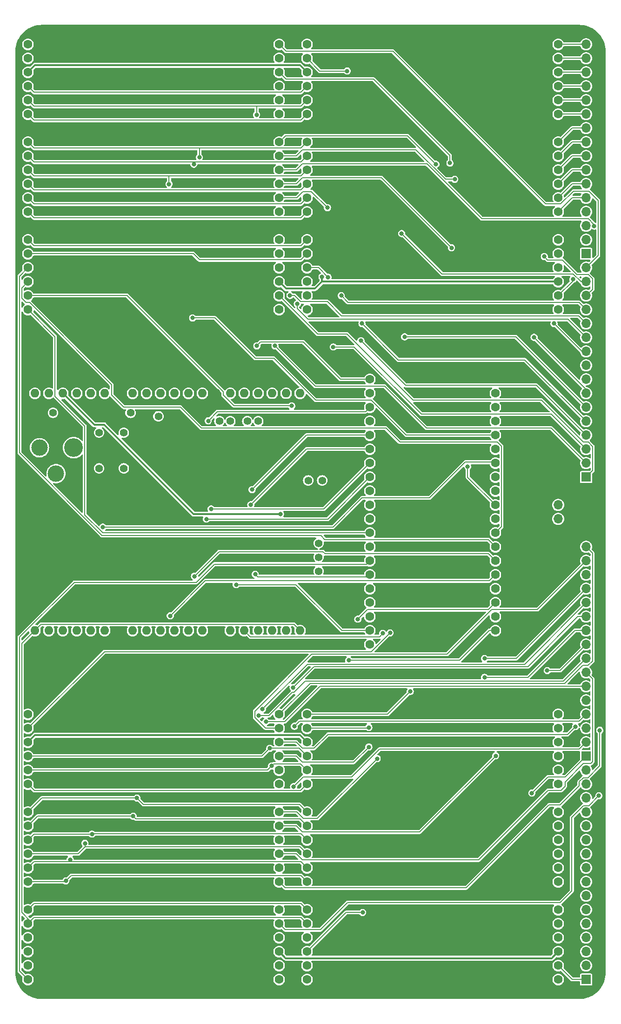
<source format=gbl>
%TF.GenerationSoftware,KiCad,Pcbnew,7.0.5*%
%TF.CreationDate,2024-02-13T10:15:40+02:00*%
%TF.ProjectId,Pico Wide GPIO,5069636f-2057-4696-9465-204750494f2e,rev?*%
%TF.SameCoordinates,PX1c76608PY1287e58*%
%TF.FileFunction,Copper,L2,Bot*%
%TF.FilePolarity,Positive*%
%FSLAX46Y46*%
G04 Gerber Fmt 4.6, Leading zero omitted, Abs format (unit mm)*
G04 Created by KiCad (PCBNEW 7.0.5) date 2024-02-13 10:15:40*
%MOMM*%
%LPD*%
G01*
G04 APERTURE LIST*
%TA.AperFunction,ComponentPad*%
%ADD10C,1.600000*%
%TD*%
%TA.AperFunction,ComponentPad*%
%ADD11R,1.700000X1.700000*%
%TD*%
%TA.AperFunction,ComponentPad*%
%ADD12O,1.700000X1.700000*%
%TD*%
%TA.AperFunction,WasherPad*%
%ADD13C,1.400000*%
%TD*%
%TA.AperFunction,WasherPad*%
%ADD14C,3.000000*%
%TD*%
%TA.AperFunction,WasherPad*%
%ADD15C,3.400000*%
%TD*%
%TA.AperFunction,ComponentPad*%
%ADD16O,1.600000X1.600000*%
%TD*%
%TA.AperFunction,ViaPad*%
%ADD17C,0.800000*%
%TD*%
%TA.AperFunction,Conductor*%
%ADD18C,0.380000*%
%TD*%
%TA.AperFunction,Conductor*%
%ADD19C,0.200000*%
%TD*%
G04 APERTURE END LIST*
D10*
%TO.P,B6,1,~{Reset}*%
%TO.N,/~{Reset}*%
X62230000Y-60960000D03*
%TO.P,B6,2,N.C.*%
%TO.N,unconnected-(B6-N.C.-Pad2)*%
X62230000Y-63500000D03*
%TO.P,B6,3,A_{Enable}*%
%TO.N,/A_{Enable}*%
X62230000Y-66040000D03*
%TO.P,B6,4,A4*%
%TO.N,/A4*%
X62230000Y-68580000D03*
%TO.P,B6,5,A3*%
%TO.N,/A3*%
X62230000Y-71120000D03*
%TO.P,B6,6,A2*%
%TO.N,/A2*%
X62230000Y-73660000D03*
%TO.P,B6,7,A1*%
%TO.N,/A1*%
X62230000Y-76200000D03*
%TO.P,B6,8,A0*%
%TO.N,/A0*%
X62230000Y-78740000D03*
%TO.P,B6,9,N.C.*%
%TO.N,unconnected-(B6-N.C.-Pad9)*%
X62230000Y-81280000D03*
%TO.P,B6,10,Write_OE__{56..63}*%
%TO.N,/Write OE _{56..63}*%
X62230000Y-83820000D03*
%TO.P,B6,11,Write_OE__{48..55}*%
%TO.N,/Write OE _{48..55}*%
X62230000Y-86360000D03*
%TO.P,B6,12,Write_OE__{40..47}*%
%TO.N,/Write OE _{40..47}*%
X62230000Y-88900000D03*
%TO.P,B6,13,Write_OE__{32..39}*%
%TO.N,/Write OE _{32..39}*%
X62230000Y-91440000D03*
%TO.P,B6,14,Write_OE__{24..31}*%
%TO.N,/Write OE _{24..31}*%
X62230000Y-93980000D03*
%TO.P,B6,15,Write_OE__{16..23}*%
%TO.N,/Write OE _{16..23}*%
X62230000Y-96520000D03*
%TO.P,B6,16,Write_OE__{8..15}*%
%TO.N,/Write OE _{8..15}*%
X62230000Y-99060000D03*
%TO.P,B6,17,Write_OE__{0..7}*%
%TO.N,/Write OE _{0..7}*%
X62230000Y-101600000D03*
%TO.P,B6,18,N.C.*%
%TO.N,unconnected-(B6-N.C.-Pad18)*%
X62230000Y-104140000D03*
%TO.P,B6,19,Write_Enable*%
%TO.N,/Write Enable*%
X62230000Y-106680000D03*
%TO.P,B6,20,3.3V*%
%TO.N,/3.3V*%
X62230000Y-109220000D03*
%TO.P,B6,21,GND*%
%TO.N,/GND*%
X85090000Y-109220000D03*
%TO.P,B6,22,Enable*%
%TO.N,/Enable*%
X85090000Y-106680000D03*
%TO.P,B6,23,N.C.*%
%TO.N,unconnected-(B6-N.C.-Pad23)*%
X85090000Y-104140000D03*
%TO.P,B6,24,Write_GD__{0..7}*%
%TO.N,/Write GD _{0..7}*%
X85090000Y-101600000D03*
%TO.P,B6,25,Write_GD__{8..15}*%
%TO.N,/Write GD _{8..15}*%
X85090000Y-99060000D03*
%TO.P,B6,26,Write_GD__{16..23}*%
%TO.N,/Write GD _{16..23}*%
X85090000Y-96520000D03*
%TO.P,B6,27,Write_GD__{24..31}*%
%TO.N,/Write GD _{24..31}*%
X85090000Y-93980000D03*
%TO.P,B6,28,Write_GD__{32..39}*%
%TO.N,/Write GD _{32..39}*%
X85090000Y-91440000D03*
%TO.P,B6,29,Write_GD__{40..47}*%
%TO.N,/Write GD _{40..47}*%
X85090000Y-88900000D03*
%TO.P,B6,30,Write_GD__{48..55}*%
%TO.N,/Write GD _{48..55}*%
X85090000Y-86360000D03*
%TO.P,B6,31,Write_GD__{56..63}*%
%TO.N,/Write GD _{56..63}*%
X85090000Y-83820000D03*
%TO.P,B6,32,Read_GD__{0..7}*%
%TO.N,/Read GD _{0..7}*%
X85090000Y-81280000D03*
%TO.P,B6,33,Read_GD__{8..15}*%
%TO.N,/Read GD _{8..15}*%
X85090000Y-78740000D03*
%TO.P,B6,34,Read_GD__{16..23}*%
%TO.N,/Read GD _{16..23}*%
X85090000Y-76200000D03*
%TO.P,B6,35,Read_GD__{24..31}*%
%TO.N,/Read GD _{24..31}*%
X85090000Y-73660000D03*
%TO.P,B6,36,Read_GD__{32..39}*%
%TO.N,/Read GD _{32..39}*%
X85090000Y-71120000D03*
%TO.P,B6,37,Read_GD__{40..47}*%
%TO.N,/Read GD _{40..47}*%
X85090000Y-68580000D03*
%TO.P,B6,38,Read_GD__{48..55}*%
%TO.N,/Read GD _{48..55}*%
X85090000Y-66040000D03*
%TO.P,B6,39,Read_GD__{56..63}*%
%TO.N,/Read GD _{56..63}*%
X85090000Y-63500000D03*
%TO.P,B6,40,GND*%
%TO.N,/GND*%
X85090000Y-60960000D03*
%TD*%
D11*
%TO.P,J4,1,Pin_1*%
%TO.N,/GPIO0*%
X101600000Y-170180000D03*
D12*
%TO.P,J4,2,Pin_2*%
%TO.N,/GPIO1*%
X101600000Y-167640000D03*
%TO.P,J4,3,Pin_3*%
%TO.N,/GPIO2*%
X101600000Y-165100000D03*
%TO.P,J4,4,Pin_4*%
%TO.N,/GPIO3*%
X101600000Y-162560000D03*
%TO.P,J4,5,Pin_5*%
%TO.N,/GPIO4*%
X101600000Y-160020000D03*
%TO.P,J4,6,Pin_6*%
%TO.N,/GPIO5*%
X101600000Y-157480000D03*
%TO.P,J4,7,Pin_7*%
%TO.N,/GPIO6*%
X101600000Y-154940000D03*
%TO.P,J4,8,Pin_8*%
%TO.N,/GPIO7*%
X101600000Y-152400000D03*
%TO.P,J4,9,Pin_9*%
%TO.N,/GPIO8*%
X101600000Y-149860000D03*
%TO.P,J4,10,Pin_10*%
%TO.N,/GPIO9*%
X101600000Y-147320000D03*
%TO.P,J4,11,Pin_11*%
%TO.N,/GPIO10*%
X101600000Y-144780000D03*
%TO.P,J4,12,Pin_12*%
%TO.N,/GPIO11*%
X101600000Y-142240000D03*
%TO.P,J4,13,Pin_13*%
%TO.N,/GPIO12*%
X101600000Y-139700000D03*
%TO.P,J4,14,Pin_14*%
%TO.N,/GPIO13*%
X101600000Y-137160000D03*
%TO.P,J4,15,Pin_15*%
%TO.N,/GPIO14*%
X101600000Y-134620000D03*
%TO.P,J4,16,Pin_16*%
%TO.N,/GPIO15*%
X101600000Y-132080000D03*
%TD*%
D13*
%TO.P,B5,*%
%TO.N,*%
X52919161Y-95863210D03*
X52919161Y-93323210D03*
X52919161Y-90783210D03*
X51017159Y-79353210D03*
X53557159Y-79353210D03*
D14*
X5108800Y-78106000D03*
D13*
X12956999Y-77164000D03*
X17456999Y-77164000D03*
D14*
X2108800Y-73406000D03*
D15*
X8308800Y-73406000D03*
D13*
X12956999Y-70664000D03*
X17456999Y-70664000D03*
X34844399Y-68580000D03*
X36844399Y-68580000D03*
X39924401Y-68580000D03*
X41924401Y-68580000D03*
X23752000Y-67691000D03*
X4572000Y-67056000D03*
X18672000Y-67056000D03*
D16*
%TO.P,B5,1,GPIO0*%
%TO.N,/D0*%
X1270000Y-106680000D03*
%TO.P,B5,2,GPIO1*%
%TO.N,/D1*%
X3810000Y-106680000D03*
%TO.P,B5,3,GPIO2*%
%TO.N,/D2*%
X6350000Y-106680000D03*
%TO.P,B5,4,GPIO3*%
%TO.N,/D3*%
X8890000Y-106680000D03*
%TO.P,B5,5,GPIO4*%
%TO.N,/D4*%
X11430000Y-106680000D03*
%TO.P,B5,6,GPIO5*%
%TO.N,/D5*%
X13970000Y-106680000D03*
%TO.P,B5,7,GND*%
%TO.N,/GND*%
X16510000Y-106680000D03*
%TO.P,B5,8,GPIO6*%
%TO.N,/D6*%
X19050000Y-106680000D03*
%TO.P,B5,9,GPIO7*%
%TO.N,/D7*%
X21590000Y-106680000D03*
%TO.P,B5,10,GPIO8*%
%TO.N,/A_{Enable}*%
X24130000Y-106680000D03*
%TO.P,B5,11,GPIO9*%
%TO.N,/A0*%
X26670000Y-106680000D03*
%TO.P,B5,12,GPIO10*%
%TO.N,/A1*%
X29210000Y-106680000D03*
%TO.P,B5,13,GPIO11*%
%TO.N,/A2*%
X31750000Y-106680000D03*
%TO.P,B5,14,GND*%
%TO.N,/GND*%
X34290000Y-106680000D03*
%TO.P,B5,15,GPIO12*%
%TO.N,/A3*%
X36830000Y-106680000D03*
%TO.P,B5,16,GPIO13*%
%TO.N,/A4*%
X39370000Y-106680000D03*
%TO.P,B5,17,GPIO14*%
%TO.N,/Read GPIO _{ALL}*%
X41910000Y-106680000D03*
%TO.P,B5,18,GPIO15*%
%TO.N,/Write GPIO _{ALL}*%
X44450000Y-106680000D03*
%TO.P,B5,19,GPIO16*%
%TO.N,unconnected-(B5-GPIO16-Pad19)*%
X46990000Y-106680000D03*
%TO.P,B5,20,GPIO17*%
%TO.N,/D0*%
X49530000Y-106680000D03*
%TO.P,B5,21,N.C.*%
%TO.N,unconnected-(B5-N.C.-Pad21)*%
X49530000Y-63500000D03*
%TO.P,B5,22,ADC_VREF*%
%TO.N,unconnected-(B5-ADC_VREF-Pad22)*%
X46990000Y-63500000D03*
%TO.P,B5,23,5V*%
%TO.N,/5V*%
X44450000Y-63500000D03*
%TO.P,B5,24,N.C.*%
%TO.N,unconnected-(B5-N.C.-Pad24)*%
X41910000Y-63500000D03*
%TO.P,B5,25,~{Reset}*%
%TO.N,/~{Reset}*%
X39370000Y-63500000D03*
%TO.P,B5,26,GPIO28*%
%TO.N,/Write Enable*%
X36830000Y-63500000D03*
%TO.P,B5,27,GND*%
%TO.N,/GND*%
X34290000Y-63500000D03*
%TO.P,B5,28,GPIO27*%
%TO.N,/D7*%
X31750000Y-63500000D03*
%TO.P,B5,29,GPIO26*%
%TO.N,/D6*%
X29210000Y-63500000D03*
%TO.P,B5,30,GPIO22*%
%TO.N,/D5*%
X26670000Y-63500000D03*
%TO.P,B5,31,GPIO21*%
%TO.N,/D4*%
X24130000Y-63500000D03*
%TO.P,B5,32,GPIO20*%
%TO.N,/D3*%
X21590000Y-63500000D03*
%TO.P,B5,33,GPIO19*%
%TO.N,/D2*%
X19050000Y-63500000D03*
%TO.P,B5,34,GND*%
%TO.N,/GND*%
X16510000Y-63500000D03*
%TO.P,B5,35,GPIO18*%
%TO.N,/D1*%
X13970000Y-63500000D03*
%TO.P,B5,36,N.C.*%
%TO.N,unconnected-(B5-N.C.-Pad36)*%
X11430000Y-63500000D03*
%TO.P,B5,37,A_GND*%
%TO.N,unconnected-(B5-A_GND-Pad37)*%
X8890000Y-63500000D03*
%TO.P,B5,38,3.3V*%
%TO.N,/3.3V*%
X6350000Y-63500000D03*
%TO.P,B5,39,N.C.*%
%TO.N,unconnected-(B5-N.C.-Pad39)*%
X3810000Y-63500000D03*
%TO.P,B5,40,12V*%
%TO.N,unconnected-(B5-12V-Pad40)*%
X1270000Y-63500000D03*
%TD*%
D10*
%TO.P,B1,1,Read_GD__{0..7}*%
%TO.N,/Read GD _{0..7}*%
X50800000Y-121920000D03*
%TO.P,B1,2,Read_GD__{8..15}*%
%TO.N,/Read GD _{8..15}*%
X50800000Y-124460000D03*
%TO.P,B1,3,5V*%
%TO.N,/5V*%
X50800000Y-127000000D03*
%TO.P,B1,4,Read*%
%TO.N,/Read GPIO _{ALL}*%
X50800000Y-129540000D03*
%TO.P,B1,5,Write*%
%TO.N,/Write GPIO _{ALL}*%
X50800000Y-132080000D03*
%TO.P,B1,6,Enable*%
%TO.N,/Enable*%
X50800000Y-134620000D03*
%TO.P,B1,7,GND*%
%TO.N,/GND*%
X50800000Y-137160000D03*
%TO.P,B1,8,D7*%
%TO.N,/D7*%
X50800000Y-139700000D03*
%TO.P,B1,9,D6*%
%TO.N,/D6*%
X50800000Y-142240000D03*
%TO.P,B1,10,D5*%
%TO.N,/D5*%
X50800000Y-144780000D03*
%TO.P,B1,11,D4*%
%TO.N,/D4*%
X50800000Y-147320000D03*
%TO.P,B1,12,D3*%
%TO.N,/D3*%
X50800000Y-149860000D03*
%TO.P,B1,13,D2*%
%TO.N,/D2*%
X50800000Y-152400000D03*
%TO.P,B1,14,GND*%
%TO.N,/GND*%
X50800000Y-154940000D03*
%TO.P,B1,15,D1*%
%TO.N,/D1*%
X50800000Y-157480000D03*
%TO.P,B1,16,D0*%
%TO.N,/D0*%
X50800000Y-160020000D03*
%TO.P,B1,17,Write_GD__{0..7}*%
%TO.N,/Write GD _{0..7}*%
X50800000Y-162560000D03*
%TO.P,B1,18,Write_GD__{8..15}*%
%TO.N,/Write GD _{8..15}*%
X50800000Y-165100000D03*
%TO.P,B1,19,Write_OE__{0..7}*%
%TO.N,/Write OE _{0..7}*%
X50800000Y-167640000D03*
%TO.P,B1,20,Write_OE__{8..15}*%
%TO.N,/Write OE _{8..15}*%
X50800000Y-170180000D03*
%TO.P,B1,21,N.C.*%
%TO.N,unconnected-(B1-N.C.-Pad21)*%
X96520000Y-170180000D03*
%TO.P,B1,22,GPIO0*%
%TO.N,/GPIO0*%
X96520000Y-167640000D03*
%TO.P,B1,23,5V*%
%TO.N,/5V*%
X96520000Y-165100000D03*
%TO.P,B1,24,GPIO1*%
%TO.N,/GPIO1*%
X96520000Y-162560000D03*
%TO.P,B1,25,GPIO2*%
%TO.N,/GPIO2*%
X96520000Y-160020000D03*
%TO.P,B1,26,GPIO3*%
%TO.N,/GPIO3*%
X96520000Y-157480000D03*
%TO.P,B1,27,GND*%
%TO.N,/GND*%
X96520000Y-154940000D03*
%TO.P,B1,28,GPIO4*%
%TO.N,/GPIO4*%
X96520000Y-152400000D03*
%TO.P,B1,29,GPIO5*%
%TO.N,/GPIO5*%
X96520000Y-149860000D03*
%TO.P,B1,30,GPIO6*%
%TO.N,/GPIO6*%
X96520000Y-147320000D03*
%TO.P,B1,31,GPIO7*%
%TO.N,/GPIO7*%
X96520000Y-144780000D03*
%TO.P,B1,32,GPIO8*%
%TO.N,/GPIO8*%
X96520000Y-142240000D03*
%TO.P,B1,33,GPIO9*%
%TO.N,/GPIO9*%
X96520000Y-139700000D03*
%TO.P,B1,34,GND*%
%TO.N,/GND*%
X96520000Y-137160000D03*
%TO.P,B1,35,GPIO10*%
%TO.N,/GPIO10*%
X96520000Y-134620000D03*
%TO.P,B1,36,GPIO11*%
%TO.N,/GPIO11*%
X96520000Y-132080000D03*
%TO.P,B1,37,GPIO12*%
%TO.N,/GPIO12*%
X96520000Y-129540000D03*
%TO.P,B1,38,GPIO13*%
%TO.N,/GPIO13*%
X96520000Y-127000000D03*
%TO.P,B1,39,GPIO14*%
%TO.N,/GPIO14*%
X96520000Y-124460000D03*
%TO.P,B1,40,GPIO15*%
%TO.N,/GPIO15*%
X96520000Y-121920000D03*
%TD*%
D11*
%TO.P,J7,1,Pin_1*%
%TO.N,/GPIO48*%
X101600000Y-38100000D03*
D12*
%TO.P,J7,2,Pin_2*%
%TO.N,/GPIO49*%
X101600000Y-35560000D03*
%TO.P,J7,3,Pin_3*%
%TO.N,/GPIO50*%
X101600000Y-33020000D03*
%TO.P,J7,4,Pin_4*%
%TO.N,/GPIO51*%
X101600000Y-30480000D03*
%TO.P,J7,5,Pin_5*%
%TO.N,/GPIO52*%
X101600000Y-27940000D03*
%TO.P,J7,6,Pin_6*%
%TO.N,/GPIO53*%
X101600000Y-25400000D03*
%TO.P,J7,7,Pin_7*%
%TO.N,/GPIO54*%
X101600000Y-22860000D03*
%TO.P,J7,8,Pin_8*%
%TO.N,/GPIO55*%
X101600000Y-20320000D03*
%TO.P,J7,9,Pin_9*%
%TO.N,/GPIO56*%
X101600000Y-17780000D03*
%TO.P,J7,10,Pin_10*%
%TO.N,/GPIO57*%
X101600000Y-15240000D03*
%TO.P,J7,11,Pin_11*%
%TO.N,/GPIO58*%
X101600000Y-12700000D03*
%TO.P,J7,12,Pin_12*%
%TO.N,/GPIO59*%
X101600000Y-10160000D03*
%TO.P,J7,13,Pin_13*%
%TO.N,/GPIO60*%
X101600000Y-7620000D03*
%TO.P,J7,14,Pin_14*%
%TO.N,/GPIO61*%
X101600000Y-5080000D03*
%TO.P,J7,15,Pin_15*%
%TO.N,/GPIO62*%
X101600000Y-2540000D03*
%TO.P,J7,16,Pin_16*%
%TO.N,/GPIO63*%
X101600000Y0D03*
%TD*%
D11*
%TO.P,J6,1,Pin_1*%
%TO.N,/GPIO32*%
X101600000Y-78740000D03*
D12*
%TO.P,J6,2,Pin_2*%
%TO.N,/GPIO33*%
X101600000Y-76200000D03*
%TO.P,J6,3,Pin_3*%
%TO.N,/GPIO34*%
X101600000Y-73660000D03*
%TO.P,J6,4,Pin_4*%
%TO.N,/GPIO35*%
X101600000Y-71120000D03*
%TO.P,J6,5,Pin_5*%
%TO.N,/GPIO36*%
X101600000Y-68580000D03*
%TO.P,J6,6,Pin_6*%
%TO.N,/GPIO37*%
X101600000Y-66040000D03*
%TO.P,J6,7,Pin_7*%
%TO.N,/GPIO38*%
X101600000Y-63500000D03*
%TO.P,J6,8,Pin_8*%
%TO.N,/GPIO39*%
X101600000Y-60960000D03*
%TO.P,J6,9,Pin_9*%
%TO.N,/GPIO40*%
X101600000Y-58420000D03*
%TO.P,J6,10,Pin_10*%
%TO.N,/GPIO41*%
X101600000Y-55880000D03*
%TO.P,J6,11,Pin_11*%
%TO.N,/GPIO42*%
X101600000Y-53340000D03*
%TO.P,J6,12,Pin_12*%
%TO.N,/GPIO43*%
X101600000Y-50800000D03*
%TO.P,J6,13,Pin_13*%
%TO.N,/GPIO44*%
X101600000Y-48260000D03*
%TO.P,J6,14,Pin_14*%
%TO.N,/GPIO45*%
X101600000Y-45720000D03*
%TO.P,J6,15,Pin_15*%
%TO.N,/GPIO46*%
X101600000Y-43180000D03*
%TO.P,J6,16,Pin_16*%
%TO.N,/GPIO47*%
X101600000Y-40640000D03*
%TD*%
D10*
%TO.P,B3,1,Read_GD__{0..7}*%
%TO.N,/Read GD _{32..39}*%
X0Y0D03*
%TO.P,B3,2,Read_GD__{8..15}*%
%TO.N,/Read GD _{40..47}*%
X0Y-2540000D03*
%TO.P,B3,3,5V*%
%TO.N,/5V*%
X0Y-5080000D03*
%TO.P,B3,4,Read*%
%TO.N,/Read GPIO _{ALL}*%
X0Y-7620000D03*
%TO.P,B3,5,Write*%
%TO.N,/Write GPIO _{ALL}*%
X0Y-10160000D03*
%TO.P,B3,6,Enable*%
%TO.N,/Enable*%
X0Y-12700000D03*
%TO.P,B3,7,GND*%
%TO.N,/GND*%
X0Y-15240000D03*
%TO.P,B3,8,D7*%
%TO.N,/D7*%
X0Y-17780000D03*
%TO.P,B3,9,D6*%
%TO.N,/D6*%
X0Y-20320000D03*
%TO.P,B3,10,D5*%
%TO.N,/D5*%
X0Y-22860000D03*
%TO.P,B3,11,D4*%
%TO.N,/D4*%
X0Y-25400000D03*
%TO.P,B3,12,D3*%
%TO.N,/D3*%
X0Y-27940000D03*
%TO.P,B3,13,D2*%
%TO.N,/D2*%
X0Y-30480000D03*
%TO.P,B3,14,GND*%
%TO.N,/GND*%
X0Y-33020000D03*
%TO.P,B3,15,D1*%
%TO.N,/D1*%
X0Y-35560000D03*
%TO.P,B3,16,D0*%
%TO.N,/D0*%
X0Y-38100000D03*
%TO.P,B3,17,Write_GD__{0..7}*%
%TO.N,/Write GD _{32..39}*%
X0Y-40640000D03*
%TO.P,B3,18,Write_GD__{8..15}*%
%TO.N,/Write GD _{40..47}*%
X0Y-43180000D03*
%TO.P,B3,19,Write_OE__{0..7}*%
%TO.N,/Write OE _{32..39}*%
X0Y-45720000D03*
%TO.P,B3,20,Write_OE__{8..15}*%
%TO.N,/Write OE _{40..47}*%
X0Y-48260000D03*
%TO.P,B3,21,N.C.*%
%TO.N,unconnected-(B3-N.C.-Pad21)*%
X45720000Y-48260000D03*
%TO.P,B3,22,GPIO0*%
%TO.N,/GPIO32*%
X45720000Y-45720000D03*
%TO.P,B3,23,5V*%
%TO.N,/5V*%
X45720000Y-43180000D03*
%TO.P,B3,24,GPIO1*%
%TO.N,/GPIO33*%
X45720000Y-40640000D03*
%TO.P,B3,25,GPIO2*%
%TO.N,/GPIO34*%
X45720000Y-38100000D03*
%TO.P,B3,26,GPIO3*%
%TO.N,/GPIO35*%
X45720000Y-35560000D03*
%TO.P,B3,27,GND*%
%TO.N,/GND*%
X45720000Y-33020000D03*
%TO.P,B3,28,GPIO4*%
%TO.N,/GPIO36*%
X45720000Y-30480000D03*
%TO.P,B3,29,GPIO5*%
%TO.N,/GPIO37*%
X45720000Y-27940000D03*
%TO.P,B3,30,GPIO6*%
%TO.N,/GPIO38*%
X45720000Y-25400000D03*
%TO.P,B3,31,GPIO7*%
%TO.N,/GPIO39*%
X45720000Y-22860000D03*
%TO.P,B3,32,GPIO8*%
%TO.N,/GPIO40*%
X45720000Y-20320000D03*
%TO.P,B3,33,GPIO9*%
%TO.N,/GPIO41*%
X45720000Y-17780000D03*
%TO.P,B3,34,GND*%
%TO.N,/GND*%
X45720000Y-15240000D03*
%TO.P,B3,35,GPIO10*%
%TO.N,/GPIO42*%
X45720000Y-12700000D03*
%TO.P,B3,36,GPIO11*%
%TO.N,/GPIO43*%
X45720000Y-10160000D03*
%TO.P,B3,37,GPIO12*%
%TO.N,/GPIO44*%
X45720000Y-7620000D03*
%TO.P,B3,38,GPIO13*%
%TO.N,/GPIO45*%
X45720000Y-5080000D03*
%TO.P,B3,39,GPIO14*%
%TO.N,/GPIO46*%
X45720000Y-2540000D03*
%TO.P,B3,40,GPIO15*%
%TO.N,/GPIO47*%
X45720000Y0D03*
%TD*%
D11*
%TO.P,J9,1,Pin_1*%
%TO.N,/GND*%
X96520000Y-78740000D03*
D12*
%TO.P,J9,2,Pin_2*%
X96520000Y-81280000D03*
%TO.P,J9,3,Pin_3*%
%TO.N,/5V*%
X96520000Y-83820000D03*
%TO.P,J9,4,Pin_4*%
X96520000Y-86360000D03*
%TO.P,J9,5,Pin_5*%
%TO.N,/GND*%
X96520000Y-88900000D03*
%TO.P,J9,6,Pin_6*%
X96520000Y-91440000D03*
%TD*%
D10*
%TO.P,B2,1,Read_GD__{0..7}*%
%TO.N,/Read GD _{16..23}*%
X0Y-121920000D03*
%TO.P,B2,2,Read_GD__{8..15}*%
%TO.N,/Read GD _{24..31}*%
X0Y-124460000D03*
%TO.P,B2,3,5V*%
%TO.N,/5V*%
X0Y-127000000D03*
%TO.P,B2,4,Read*%
%TO.N,/Read GPIO _{ALL}*%
X0Y-129540000D03*
%TO.P,B2,5,Write*%
%TO.N,/Write GPIO _{ALL}*%
X0Y-132080000D03*
%TO.P,B2,6,Enable*%
%TO.N,/Enable*%
X0Y-134620000D03*
%TO.P,B2,7,GND*%
%TO.N,/GND*%
X0Y-137160000D03*
%TO.P,B2,8,D7*%
%TO.N,/D7*%
X0Y-139700000D03*
%TO.P,B2,9,D6*%
%TO.N,/D6*%
X0Y-142240000D03*
%TO.P,B2,10,D5*%
%TO.N,/D5*%
X0Y-144780000D03*
%TO.P,B2,11,D4*%
%TO.N,/D4*%
X0Y-147320000D03*
%TO.P,B2,12,D3*%
%TO.N,/D3*%
X0Y-149860000D03*
%TO.P,B2,13,D2*%
%TO.N,/D2*%
X0Y-152400000D03*
%TO.P,B2,14,GND*%
%TO.N,/GND*%
X0Y-154940000D03*
%TO.P,B2,15,D1*%
%TO.N,/D1*%
X0Y-157480000D03*
%TO.P,B2,16,D0*%
%TO.N,/D0*%
X0Y-160020000D03*
%TO.P,B2,17,Write_GD__{0..7}*%
%TO.N,/Write GD _{16..23}*%
X0Y-162560000D03*
%TO.P,B2,18,Write_GD__{8..15}*%
%TO.N,/Write GD _{24..31}*%
X0Y-165100000D03*
%TO.P,B2,19,Write_OE__{0..7}*%
%TO.N,/Write OE _{16..23}*%
X0Y-167640000D03*
%TO.P,B2,20,Write_OE__{8..15}*%
%TO.N,/Write OE _{24..31}*%
X0Y-170180000D03*
%TO.P,B2,21,N.C.*%
%TO.N,unconnected-(B2-N.C.-Pad21)*%
X45720000Y-170180000D03*
%TO.P,B2,22,GPIO0*%
%TO.N,/GPIO16*%
X45720000Y-167640000D03*
%TO.P,B2,23,5V*%
%TO.N,/5V*%
X45720000Y-165100000D03*
%TO.P,B2,24,GPIO1*%
%TO.N,/GPIO17*%
X45720000Y-162560000D03*
%TO.P,B2,25,GPIO2*%
%TO.N,/GPIO18*%
X45720000Y-160020000D03*
%TO.P,B2,26,GPIO3*%
%TO.N,/GPIO19*%
X45720000Y-157480000D03*
%TO.P,B2,27,GND*%
%TO.N,/GND*%
X45720000Y-154940000D03*
%TO.P,B2,28,GPIO4*%
%TO.N,/GPIO20*%
X45720000Y-152400000D03*
%TO.P,B2,29,GPIO5*%
%TO.N,/GPIO21*%
X45720000Y-149860000D03*
%TO.P,B2,30,GPIO6*%
%TO.N,/GPIO22*%
X45720000Y-147320000D03*
%TO.P,B2,31,GPIO7*%
%TO.N,/GPIO23*%
X45720000Y-144780000D03*
%TO.P,B2,32,GPIO8*%
%TO.N,/GPIO24*%
X45720000Y-142240000D03*
%TO.P,B2,33,GPIO9*%
%TO.N,/GPIO25*%
X45720000Y-139700000D03*
%TO.P,B2,34,GND*%
%TO.N,/GND*%
X45720000Y-137160000D03*
%TO.P,B2,35,GPIO10*%
%TO.N,/GPIO26*%
X45720000Y-134620000D03*
%TO.P,B2,36,GPIO11*%
%TO.N,/GPIO27*%
X45720000Y-132080000D03*
%TO.P,B2,37,GPIO12*%
%TO.N,/GPIO28*%
X45720000Y-129540000D03*
%TO.P,B2,38,GPIO13*%
%TO.N,/GPIO29*%
X45720000Y-127000000D03*
%TO.P,B2,39,GPIO14*%
%TO.N,/GPIO30*%
X45720000Y-124460000D03*
%TO.P,B2,40,GPIO15*%
%TO.N,/GPIO31*%
X45720000Y-121920000D03*
%TD*%
%TO.P,B4,1,Read_GD__{0..7}*%
%TO.N,/Read GD _{48..55}*%
X50800000Y0D03*
%TO.P,B4,2,Read_GD__{8..15}*%
%TO.N,/Read GD _{56..63}*%
X50800000Y-2540000D03*
%TO.P,B4,3,5V*%
%TO.N,/5V*%
X50800000Y-5080000D03*
%TO.P,B4,4,Read*%
%TO.N,/Read GPIO _{ALL}*%
X50800000Y-7620000D03*
%TO.P,B4,5,Write*%
%TO.N,/Write GPIO _{ALL}*%
X50800000Y-10160000D03*
%TO.P,B4,6,Enable*%
%TO.N,/Enable*%
X50800000Y-12700000D03*
%TO.P,B4,7,GND*%
%TO.N,/GND*%
X50800000Y-15240000D03*
%TO.P,B4,8,D7*%
%TO.N,/D7*%
X50800000Y-17780000D03*
%TO.P,B4,9,D6*%
%TO.N,/D6*%
X50800000Y-20320000D03*
%TO.P,B4,10,D5*%
%TO.N,/D5*%
X50800000Y-22860000D03*
%TO.P,B4,11,D4*%
%TO.N,/D4*%
X50800000Y-25400000D03*
%TO.P,B4,12,D3*%
%TO.N,/D3*%
X50800000Y-27940000D03*
%TO.P,B4,13,D2*%
%TO.N,/D2*%
X50800000Y-30480000D03*
%TO.P,B4,14,GND*%
%TO.N,/GND*%
X50800000Y-33020000D03*
%TO.P,B4,15,D1*%
%TO.N,/D1*%
X50800000Y-35560000D03*
%TO.P,B4,16,D0*%
%TO.N,/D0*%
X50800000Y-38100000D03*
%TO.P,B4,17,Write_GD__{0..7}*%
%TO.N,/Write GD _{48..55}*%
X50800000Y-40640000D03*
%TO.P,B4,18,Write_GD__{8..15}*%
%TO.N,/Write GD _{56..63}*%
X50800000Y-43180000D03*
%TO.P,B4,19,Write_OE__{0..7}*%
%TO.N,/Write OE _{48..55}*%
X50800000Y-45720000D03*
%TO.P,B4,20,Write_OE__{8..15}*%
%TO.N,/Write OE _{56..63}*%
X50800000Y-48260000D03*
%TO.P,B4,21,N.C.*%
%TO.N,unconnected-(B4-N.C.-Pad21)*%
X96520000Y-48260000D03*
%TO.P,B4,22,GPIO0*%
%TO.N,/GPIO48*%
X96520000Y-45720000D03*
%TO.P,B4,23,5V*%
%TO.N,/5V*%
X96520000Y-43180000D03*
%TO.P,B4,24,GPIO1*%
%TO.N,/GPIO49*%
X96520000Y-40640000D03*
%TO.P,B4,25,GPIO2*%
%TO.N,/GPIO50*%
X96520000Y-38100000D03*
%TO.P,B4,26,GPIO3*%
%TO.N,/GPIO51*%
X96520000Y-35560000D03*
%TO.P,B4,27,GND*%
%TO.N,/GND*%
X96520000Y-33020000D03*
%TO.P,B4,28,GPIO4*%
%TO.N,/GPIO52*%
X96520000Y-30480000D03*
%TO.P,B4,29,GPIO5*%
%TO.N,/GPIO53*%
X96520000Y-27940000D03*
%TO.P,B4,30,GPIO6*%
%TO.N,/GPIO54*%
X96520000Y-25400000D03*
%TO.P,B4,31,GPIO7*%
%TO.N,/GPIO55*%
X96520000Y-22860000D03*
%TO.P,B4,32,GPIO8*%
%TO.N,/GPIO56*%
X96520000Y-20320000D03*
%TO.P,B4,33,GPIO9*%
%TO.N,/GPIO57*%
X96520000Y-17780000D03*
%TO.P,B4,34,GND*%
%TO.N,/GND*%
X96520000Y-15240000D03*
%TO.P,B4,35,GPIO10*%
%TO.N,/GPIO58*%
X96520000Y-12700000D03*
%TO.P,B4,36,GPIO11*%
%TO.N,/GPIO59*%
X96520000Y-10160000D03*
%TO.P,B4,37,GPIO12*%
%TO.N,/GPIO60*%
X96520000Y-7620000D03*
%TO.P,B4,38,GPIO13*%
%TO.N,/GPIO61*%
X96520000Y-5080000D03*
%TO.P,B4,39,GPIO14*%
%TO.N,/GPIO62*%
X96520000Y-2540000D03*
%TO.P,B4,40,GPIO15*%
%TO.N,/GPIO63*%
X96520000Y0D03*
%TD*%
D11*
%TO.P,J5,1,Pin_1*%
%TO.N,/GPIO16*%
X101600000Y-129540000D03*
D12*
%TO.P,J5,2,Pin_2*%
%TO.N,/GPIO17*%
X101600000Y-127000000D03*
%TO.P,J5,3,Pin_3*%
%TO.N,/GPIO18*%
X101600000Y-124460000D03*
%TO.P,J5,4,Pin_4*%
%TO.N,/GPIO19*%
X101600000Y-121920000D03*
%TO.P,J5,5,Pin_5*%
%TO.N,/GPIO20*%
X101600000Y-119380000D03*
%TO.P,J5,6,Pin_6*%
%TO.N,/GPIO21*%
X101600000Y-116840000D03*
%TO.P,J5,7,Pin_7*%
%TO.N,/GPIO22*%
X101600000Y-114300000D03*
%TO.P,J5,8,Pin_8*%
%TO.N,/GPIO23*%
X101600000Y-111760000D03*
%TO.P,J5,9,Pin_9*%
%TO.N,/GPIO24*%
X101600000Y-109220000D03*
%TO.P,J5,10,Pin_10*%
%TO.N,/GPIO25*%
X101600000Y-106680000D03*
%TO.P,J5,11,Pin_11*%
%TO.N,/GPIO26*%
X101600000Y-104140000D03*
%TO.P,J5,12,Pin_12*%
%TO.N,/GPIO27*%
X101600000Y-101600000D03*
%TO.P,J5,13,Pin_13*%
%TO.N,/GPIO28*%
X101600000Y-99060000D03*
%TO.P,J5,14,Pin_14*%
%TO.N,/GPIO29*%
X101600000Y-96520000D03*
%TO.P,J5,15,Pin_15*%
%TO.N,/GPIO30*%
X101600000Y-93980000D03*
%TO.P,J5,16,Pin_16*%
%TO.N,/GPIO31*%
X101600000Y-91440000D03*
%TD*%
D17*
%TO.N,/5V*%
X53528700Y-42297200D03*
%TO.N,/GND*%
X34290000Y-103886000D03*
X94742000Y-30226000D03*
X81788000Y-63246000D03*
X92456000Y-40640000D03*
X94234000Y-45212000D03*
X94742000Y-24892000D03*
X15240000Y-33020000D03*
X70104000Y-63246000D03*
X54356000Y-105410000D03*
X81788000Y-61214000D03*
X20320000Y-64710500D03*
X34290000Y-27686000D03*
X92837000Y-68707000D03*
X34290000Y-90932000D03*
X69850000Y-15240000D03*
X94742000Y-33020000D03*
X94742000Y-52070000D03*
X19050000Y-103505000D03*
X15240000Y-44704000D03*
X34290000Y-109220000D03*
X79951900Y-41061600D03*
X94234000Y-48006000D03*
X20320000Y-83820000D03*
X60452000Y-65785998D03*
X37592000Y-137159995D03*
X35813997Y-61976003D03*
X57150000Y-126746000D03*
X57150000Y-105410000D03*
X15240000Y-99060000D03*
X34290000Y-77216000D03*
X20320000Y-72390000D03*
X76708000Y-109220000D03*
X20320000Y-55118000D03*
X91948000Y-48260000D03*
X94996000Y-40132000D03*
X25400000Y-51308000D03*
X25400000Y-55118000D03*
X34290000Y-22606000D03*
X35052000Y-134620000D03*
X34290000Y-33020000D03*
X34290000Y-96266000D03*
X34290006Y-51308000D03*
X15239998Y-39116000D03*
X34290000Y-15240000D03*
X33528000Y-133096000D03*
X20320000Y-91186000D03*
X57150000Y-129540000D03*
X83058000Y-109220000D03*
X37592000Y-154940000D03*
%TO.N,/3.3V*%
X45958600Y-85470600D03*
%TO.N,/Enable*%
X58391200Y-112089600D03*
%TO.N,/D7*%
X19842500Y-137160400D03*
X31206900Y-20576400D03*
%TO.N,/D6*%
X30191300Y-21799400D03*
X19172600Y-140467400D03*
%TO.N,/D5*%
X25694500Y-25420300D03*
X11645000Y-143717000D03*
%TO.N,/D4*%
X10380000Y-145388800D03*
%TO.N,/D3*%
X7698800Y-148378600D03*
%TO.N,/~{Reset}*%
X41656000Y-54864000D03*
%TO.N,/Write Enable*%
X37912500Y-98329500D03*
%TO.N,/D2*%
X6911100Y-152229100D03*
%TO.N,/Read GPIO _{ALL}*%
X44029900Y-128097600D03*
%TO.N,/Write GPIO _{ALL}*%
X44362700Y-131310400D03*
X41622000Y-12807500D03*
%TO.N,/Read GD _{0..7}*%
X69589300Y-117755900D03*
%TO.N,/Read GD _{8..15}*%
X62055800Y-124308400D03*
%TO.N,/Write GD _{0..7}*%
X60045500Y-104620000D03*
%TO.N,/Write GD _{8..15}*%
X60916900Y-157980700D03*
%TO.N,/Read GD _{16..23}*%
X13621400Y-87862300D03*
%TO.N,/Read GD _{24..31}*%
X65919200Y-107096910D03*
%TO.N,/Write GD _{16..23}*%
X25906100Y-103994300D03*
%TO.N,/Write GD _{24..31}*%
X30314700Y-96793700D03*
%TO.N,/Write OE _{16..23}*%
X41369400Y-96425200D03*
%TO.N,/GPIO16*%
X91727400Y-136248000D03*
%TO.N,/GPIO17*%
X48350900Y-135083800D03*
%TO.N,/GPIO18*%
X103925000Y-136730800D03*
%TO.N,/GPIO19*%
X48489100Y-124103600D03*
%TO.N,/GPIO20*%
X104081600Y-124830100D03*
%TO.N,/GPIO21*%
X43309900Y-123269500D03*
%TO.N,/GPIO23*%
X41998800Y-122161200D03*
%TO.N,/GPIO24*%
X94526500Y-113956500D03*
X85142800Y-129474200D03*
%TO.N,/GPIO25*%
X63559400Y-129981800D03*
X83111600Y-115180000D03*
%TO.N,/GPIO26*%
X48259900Y-117053100D03*
%TO.N,/GPIO27*%
X42708900Y-120972800D03*
%TO.N,/GPIO28*%
X62055100Y-127862600D03*
X83110000Y-111768000D03*
%TO.N,/GPIO29*%
X99675600Y-124144600D03*
%TO.N,/Read GD _{32..39}*%
X29972000Y-49783994D03*
%TO.N,/Write OE _{32..39}*%
X48006000Y-65786000D03*
%TO.N,/GPIO33*%
X44958000Y-54863994D03*
%TO.N,/GPIO34*%
X55570300Y-55069300D03*
%TO.N,/GPIO35*%
X60612800Y-53922600D03*
%TO.N,/GPIO36*%
X60803300Y-50806500D03*
%TO.N,/GPIO37*%
X54517700Y-29710600D03*
X68565200Y-53222100D03*
%TO.N,/GPIO38*%
X77096400Y-37020100D03*
X92124200Y-53311300D03*
%TO.N,/GPIO39*%
X103074700Y-33092000D03*
%TO.N,/GPIO40*%
X77686200Y-24563500D03*
%TO.N,/GPIO41*%
X74254000Y-21818100D03*
X95757300Y-50806500D03*
%TO.N,/GPIO42*%
X49030900Y-47216300D03*
%TO.N,/GPIO43*%
X47692600Y-45697200D03*
%TO.N,/GPIO44*%
X57030400Y-45731300D03*
%TO.N,/GPIO45*%
X93980000Y-38608000D03*
X76813200Y-21597900D03*
%TO.N,/GPIO46*%
X68026100Y-34427000D03*
%TO.N,/GPIO48*%
X99206200Y-42742900D03*
%TO.N,/Write GD _{56..63}*%
X80043500Y-76817500D03*
%TO.N,/Write GD _{48..55}*%
X54625100Y-42367900D03*
%TO.N,/Read GD _{56..63}*%
X58108800Y-4849800D03*
%TO.N,/A0*%
X32489700Y-86390500D03*
%TO.N,/A1*%
X33344900Y-84550800D03*
%TO.N,/A2*%
X40559100Y-83781000D03*
%TO.N,/A3*%
X40802700Y-81021900D03*
%TO.N,/A4*%
X64579500Y-107188000D03*
%TO.N,/A_{Enable}*%
X32818700Y-68519400D03*
%TD*%
D18*
%TO.N,/5V*%
X53528700Y-42297200D02*
X53528700Y-43180000D01*
X96520000Y-43180000D02*
X53528700Y-43180000D01*
X1270000Y-125730000D02*
X49530000Y-125730000D01*
X49530000Y-3810000D02*
X1270000Y-3810000D01*
X46990000Y-44450000D02*
X45720000Y-43180000D01*
X46921800Y-166301800D02*
X95318200Y-166301800D01*
X53528700Y-43180000D02*
X52258700Y-44450000D01*
X49530000Y-125730000D02*
X50800000Y-127000000D01*
X0Y-127000000D02*
X1270000Y-125730000D01*
X50800000Y-5080000D02*
X49530000Y-3810000D01*
X95318200Y-166301800D02*
X96520000Y-165100000D01*
X52258700Y-44450000D02*
X46990000Y-44450000D01*
X45720000Y-165100000D02*
X46921800Y-166301800D01*
X1270000Y-3810000D02*
X0Y-5080000D01*
%TO.N,/GND*%
X38782000Y-64690000D02*
X38180000Y-64088000D01*
X82042000Y-60960000D02*
X81788000Y-61214000D01*
X71910300Y-33020000D02*
X50800000Y-33020000D01*
X91948000Y-48260000D02*
X93980000Y-48260000D01*
X96520000Y-33020000D02*
X88478400Y-41061600D01*
X33082000Y-107888000D02*
X17718000Y-107888000D01*
X88478400Y-41061600D02*
X79951900Y-41061600D01*
X57150000Y-129540000D02*
X57150000Y-126746000D01*
X50292000Y-103886000D02*
X34290000Y-103886000D01*
X96520000Y-154940000D02*
X50800000Y-154940000D01*
X45720000Y-137160000D02*
X37592005Y-137160000D01*
X54356000Y-105410000D02*
X51816000Y-105410000D01*
X94996000Y-40132000D02*
X92964000Y-40132000D01*
X17720500Y-64710500D02*
X20320000Y-64710500D01*
X20320000Y-55118000D02*
X25400000Y-55118000D01*
X81788000Y-63246000D02*
X70104000Y-63246000D01*
X37592000Y-154940000D02*
X0Y-154940000D01*
X50800000Y-154940000D02*
X45720000Y-154940000D01*
X93980000Y-48260000D02*
X94234000Y-48006000D01*
X51816000Y-105410000D02*
X50292000Y-103886000D01*
X45720000Y-137160000D02*
X50800000Y-137160000D01*
X76708000Y-109220000D02*
X72898000Y-105410000D01*
X34262006Y-51336000D02*
X34290006Y-51308000D01*
X60452000Y-65785998D02*
X50037998Y-65785998D01*
X15240000Y-39116002D02*
X15239998Y-39116000D01*
X15240000Y-99695000D02*
X15240000Y-99060000D01*
X0Y-33020000D02*
X15240000Y-33020000D01*
X96520000Y-15240000D02*
X94742000Y-17018000D01*
X45720000Y-15240000D02*
X34290000Y-15240000D01*
X36988918Y-61976003D02*
X35813997Y-61976003D01*
X34290000Y-106680000D02*
X33082000Y-107888000D01*
X34290000Y-33020000D02*
X45720000Y-33020000D01*
X38180000Y-63167085D02*
X36988918Y-61976003D01*
X45720000Y-154940000D02*
X37592000Y-154940000D01*
X37592005Y-137160000D02*
X37592000Y-137159995D01*
X34290000Y-106680000D02*
X34290000Y-109220000D01*
X94742000Y-17018000D02*
X94742000Y-24892000D01*
X17718000Y-107888000D02*
X16510000Y-106680000D01*
X85090000Y-60960000D02*
X82042000Y-60960000D01*
X85090000Y-109220000D02*
X83058000Y-109220000D01*
X16510000Y-63500000D02*
X17720500Y-64710500D01*
X50800000Y-33020000D02*
X45720000Y-33020000D01*
X50037998Y-65785998D02*
X48942000Y-64690000D01*
X79951900Y-41061600D02*
X71910300Y-33020000D01*
X96520000Y-33020000D02*
X94996000Y-33020000D01*
X25400000Y-51308000D02*
X25428000Y-51336000D01*
X20320000Y-64710500D02*
X33079500Y-64710500D01*
X33528000Y-133096000D02*
X35052000Y-134620000D01*
X33079500Y-64710500D02*
X34290000Y-63500000D01*
X72898000Y-105410000D02*
X57912000Y-105410000D01*
X38180000Y-64088000D02*
X38180000Y-63167085D01*
X94996000Y-33020000D02*
X94742000Y-33020000D01*
X48942000Y-64690000D02*
X38782000Y-64690000D01*
X50800000Y-15240000D02*
X69850000Y-15240000D01*
X15240000Y-44704000D02*
X15240000Y-39116002D01*
X92964000Y-40132000D02*
X92456000Y-40640000D01*
X19050000Y-103505000D02*
X15240000Y-99695000D01*
X34290000Y-33020000D02*
X15240000Y-33020000D01*
X25428000Y-51336000D02*
X34262006Y-51336000D01*
X57912000Y-105410000D02*
X57150000Y-105410000D01*
X50800000Y-15240000D02*
X45720000Y-15240000D01*
%TO.N,/3.3V*%
X13904600Y-69242100D02*
X30133100Y-85470600D01*
X30133100Y-85470600D02*
X45958600Y-85470600D01*
X6350000Y-63500000D02*
X12092100Y-69242100D01*
X12092100Y-69242100D02*
X13904600Y-69242100D01*
D19*
%TO.N,/Enable*%
X0Y-134620000D02*
X1165700Y-135785700D01*
X83958630Y-106680000D02*
X78549030Y-112089600D01*
X49695400Y-13804600D02*
X1104600Y-13804600D01*
X1165700Y-135785700D02*
X49634300Y-135785700D01*
X50800000Y-12700000D02*
X49695400Y-13804600D01*
X49634300Y-135785700D02*
X50800000Y-134620000D01*
X1104600Y-13804600D02*
X0Y-12700000D01*
X78549030Y-112089600D02*
X58391200Y-112089600D01*
X85090000Y-106680000D02*
X83958630Y-106680000D01*
%TO.N,/D7*%
X19842500Y-137160400D02*
X21027200Y-138345100D01*
X49688800Y-18891200D02*
X31206900Y-18891200D01*
X50800000Y-17780000D02*
X49688800Y-18891200D01*
X2539600Y-137160400D02*
X19842500Y-137160400D01*
X0Y-139700000D02*
X2539600Y-137160400D01*
X21027200Y-138345100D02*
X49445100Y-138345100D01*
X31206900Y-18891200D02*
X1111200Y-18891200D01*
X49445100Y-138345100D02*
X50800000Y-139700000D01*
X1111200Y-18891200D02*
X0Y-17780000D01*
X31206900Y-20576400D02*
X31206900Y-18891200D01*
%TO.N,/D6*%
X30191300Y-21431200D02*
X1111200Y-21431200D01*
X50800000Y-20320000D02*
X49688800Y-21431200D01*
X49688800Y-21431200D02*
X30191300Y-21431200D01*
X19172600Y-140467400D02*
X19675200Y-140970000D01*
X0Y-142240000D02*
X1772600Y-140467400D01*
X19675200Y-140970000D02*
X49530000Y-140970000D01*
X1111200Y-21431200D02*
X0Y-20320000D01*
X1772600Y-140467400D02*
X19172600Y-140467400D01*
X30191300Y-21799400D02*
X30191300Y-21431200D01*
X49530000Y-140970000D02*
X50800000Y-142240000D01*
%TO.N,/D5*%
X25694500Y-23971200D02*
X25694500Y-25420300D01*
X11645000Y-143717000D02*
X11696800Y-143665200D01*
X0Y-22860000D02*
X1111200Y-23971200D01*
X49688800Y-23971200D02*
X50800000Y-22860000D01*
X11696800Y-143665200D02*
X49677200Y-143665200D01*
X1111200Y-23971200D02*
X25694500Y-23971200D01*
X49677200Y-143665200D02*
X50792000Y-144780000D01*
X1063000Y-143717000D02*
X0Y-144780000D01*
X25694500Y-23971200D02*
X49688800Y-23971200D01*
X11645000Y-143717000D02*
X1063000Y-143717000D01*
%TO.N,/D4*%
X50800000Y-25400000D02*
X49693900Y-26506100D01*
X49530000Y-146050000D02*
X50800000Y-147320000D01*
X9110000Y-147320000D02*
X10380000Y-146050000D01*
X49693900Y-26506100D02*
X1106100Y-26506100D01*
X10380000Y-145388800D02*
X10380000Y-146050000D01*
X10380000Y-146050000D02*
X49530000Y-146050000D01*
X1106100Y-26506100D02*
X0Y-25400000D01*
X0Y-147320000D02*
X9110000Y-147320000D01*
%TO.N,/D3*%
X7698800Y-148748700D02*
X7698800Y-148378600D01*
X7698800Y-148748700D02*
X1111300Y-148748700D01*
X1111200Y-29051200D02*
X0Y-27940000D01*
X49686700Y-148748700D02*
X50798000Y-149860000D01*
X1111300Y-148748700D02*
X0Y-149860000D01*
X7698800Y-148748700D02*
X49686700Y-148748700D01*
X49688800Y-29051200D02*
X1111200Y-29051200D01*
X50800000Y-27940000D02*
X49688800Y-29051200D01*
%TO.N,/~{Reset}*%
X50092087Y-54156087D02*
X42363913Y-54156087D01*
X42363913Y-54156087D02*
X41656000Y-54864000D01*
X56896000Y-60960000D02*
X50092087Y-54156087D01*
X62230000Y-60960000D02*
X56896000Y-60960000D01*
%TO.N,/Write Enable*%
X62230000Y-106680000D02*
X57150000Y-106680000D01*
X48799500Y-98329500D02*
X37912500Y-98329500D01*
X57150000Y-106680000D02*
X48799500Y-98329500D01*
%TO.N,/D2*%
X49667400Y-151267400D02*
X7872800Y-151267400D01*
X6740200Y-152400000D02*
X0Y-152400000D01*
X50800000Y-152400000D02*
X49667400Y-151267400D01*
X1111200Y-31591200D02*
X0Y-30480000D01*
X6911100Y-152229100D02*
X6740200Y-152400000D01*
X7872800Y-151267400D02*
X6911100Y-152229100D01*
X49688800Y-31591200D02*
X1111200Y-31591200D01*
X50800000Y-30480000D02*
X49688800Y-31591200D01*
%TO.N,/D1*%
X50800000Y-157480000D02*
X49688700Y-156368700D01*
X1111300Y-156368700D02*
X0Y-157480000D01*
X1111200Y-36671200D02*
X0Y-35560000D01*
X49688700Y-156368700D02*
X1111300Y-156368700D01*
X50800000Y-35560000D02*
X49688800Y-36671200D01*
X49688800Y-36671200D02*
X1111200Y-36671200D01*
%TO.N,/D0*%
X1111300Y-158908700D02*
X49688700Y-158908700D01*
X48414200Y-105564200D02*
X2385800Y-105564200D01*
X30114100Y-38100000D02*
X0Y-38100000D01*
X31218700Y-39204600D02*
X30114100Y-38100000D01*
X49530000Y-106680000D02*
X48414200Y-105564200D01*
X-1109900Y-109059900D02*
X-1109900Y-157995400D01*
X1270000Y-106680000D02*
X-1109900Y-109059900D01*
X2385800Y-105564200D02*
X1270000Y-106680000D01*
X49695400Y-39204600D02*
X31218700Y-39204600D01*
X-1109900Y-157995400D02*
X457400Y-159562600D01*
X49688700Y-158908700D02*
X50800000Y-160020000D01*
X457400Y-159562600D02*
X1111300Y-158908700D01*
X50800000Y-38100000D02*
X49695400Y-39204600D01*
%TO.N,/Read GPIO _{ALL}*%
X0Y-7620000D02*
X1111200Y-8731200D01*
X42587500Y-129540000D02*
X44029900Y-128097600D01*
X50800000Y-129540000D02*
X49364200Y-128104200D01*
X44036500Y-128104200D02*
X44029900Y-128097600D01*
X1111200Y-8731200D02*
X49688800Y-8731200D01*
X49688800Y-8731200D02*
X50800000Y-7620000D01*
X0Y-129540000D02*
X42587500Y-129540000D01*
X49364200Y-128104200D02*
X44036500Y-128104200D01*
%TO.N,/Write GPIO _{ALL}*%
X1111200Y-11271200D02*
X0Y-10160000D01*
X49651100Y-130935100D02*
X50796000Y-132080000D01*
X0Y-132080000D02*
X43593100Y-132080000D01*
X50800000Y-10160000D02*
X49688800Y-11271200D01*
X41622000Y-11271200D02*
X41622000Y-12807500D01*
X44738000Y-130935100D02*
X49651100Y-130935100D01*
X41622000Y-11271200D02*
X1111200Y-11271200D01*
X49688800Y-11271200D02*
X41622000Y-11271200D01*
X43593100Y-132080000D02*
X44362700Y-131310400D01*
X44362700Y-131310400D02*
X44738000Y-130935100D01*
%TO.N,/Read GD _{0..7}*%
X50800000Y-121920000D02*
X65425200Y-121920000D01*
X65425200Y-121920000D02*
X69589300Y-117755900D01*
%TO.N,/Read GD _{8..15}*%
X61904200Y-124460000D02*
X62055800Y-124308400D01*
X50800000Y-124460000D02*
X61904200Y-124460000D01*
%TO.N,/Write GD _{0..7}*%
X61793700Y-102871800D02*
X60045500Y-104620000D01*
X85090000Y-101600000D02*
X83818200Y-102871800D01*
X83818200Y-102871800D02*
X61793700Y-102871800D01*
%TO.N,/Write GD _{8..15}*%
X57919300Y-157980700D02*
X60916900Y-157980700D01*
X50800000Y-165100000D02*
X57919300Y-157980700D01*
%TO.N,/GPIO0*%
X99060000Y-170180000D02*
X101600000Y-170180000D01*
X96520000Y-167640000D02*
X99060000Y-170180000D01*
%TO.N,/Read GD _{16..23}*%
X60818300Y-82550000D02*
X55506000Y-87862300D01*
X73080000Y-82550000D02*
X60818300Y-82550000D01*
X84925800Y-76035800D02*
X79594200Y-76035800D01*
X79594200Y-76035800D02*
X73080000Y-82550000D01*
X55506000Y-87862300D02*
X13621400Y-87862300D01*
%TO.N,/Read GD _{24..31}*%
X0Y-124460000D02*
X13935800Y-110524200D01*
X62491910Y-110524200D02*
X65919200Y-107096910D01*
X13935800Y-110524200D02*
X62491910Y-110524200D01*
%TO.N,/Write GD _{16..23}*%
X85090000Y-96520000D02*
X83982400Y-97627600D01*
X83982400Y-97627600D02*
X32272800Y-97627600D01*
X32272800Y-97627600D02*
X25906100Y-103994300D01*
%TO.N,/Write GD _{24..31}*%
X54089200Y-92710000D02*
X53689900Y-92310700D01*
X83820000Y-92710000D02*
X54089200Y-92710000D01*
X85090000Y-93980000D02*
X83820000Y-92710000D01*
X53689900Y-92310700D02*
X34797700Y-92310700D01*
X34797700Y-92310700D02*
X30314700Y-96793700D01*
%TO.N,/Write OE _{16..23}*%
X61873400Y-96876600D02*
X41820800Y-96876600D01*
X41820800Y-96876600D02*
X41369400Y-96425200D01*
%TO.N,/Write OE _{24..31}*%
X-1521400Y-107856100D02*
X-1521400Y-168658600D01*
X33916900Y-94593200D02*
X30609200Y-97900900D01*
X-1521400Y-168658600D02*
X0Y-170180000D01*
X61616800Y-94593200D02*
X33916900Y-94593200D01*
X30609200Y-97900900D02*
X8433800Y-97900900D01*
X62230000Y-93980000D02*
X61616800Y-94593200D01*
X8433800Y-97900900D02*
X-1521400Y-107856100D01*
%TO.N,/GPIO16*%
X91727400Y-136248000D02*
X94625400Y-133350000D01*
X94625400Y-133350000D02*
X97790000Y-133350000D01*
X97790000Y-133350000D02*
X101600000Y-129540000D01*
%TO.N,/GPIO17*%
X63996300Y-128270000D02*
X100330000Y-128270000D01*
X58959600Y-133306700D02*
X63996300Y-128270000D01*
X100330000Y-128270000D02*
X101600000Y-127000000D01*
X50128000Y-133306700D02*
X58959600Y-133306700D01*
X48350900Y-135083800D02*
X50128000Y-133306700D01*
%TO.N,/GPIO18*%
X96846200Y-156210000D02*
X99005600Y-154050600D01*
X99005600Y-154050600D02*
X99005600Y-140652400D01*
X102107700Y-138548100D02*
X103925000Y-136730800D01*
X58136200Y-156210000D02*
X96846200Y-156210000D01*
X45720000Y-160020000D02*
X46831200Y-161131200D01*
X46831200Y-161131200D02*
X53215000Y-161131200D01*
X99005600Y-140652400D02*
X101109900Y-138548100D01*
X53215000Y-161131200D02*
X58136200Y-156210000D01*
X101109900Y-138548100D02*
X102107700Y-138548100D01*
%TO.N,/GPIO19*%
X48489100Y-124103600D02*
X49402700Y-123190000D01*
X49402700Y-123190000D02*
X100330000Y-123190000D01*
X100330000Y-123190000D02*
X101600000Y-121920000D01*
%TO.N,/GPIO20*%
X101089700Y-133468100D02*
X101920800Y-133468100D01*
X94843000Y-138430000D02*
X96841700Y-138430000D01*
X45720000Y-152400000D02*
X46831200Y-153511200D01*
X79761800Y-153511200D02*
X94843000Y-138430000D01*
X101920800Y-133468100D02*
X104081600Y-131307300D01*
X46831200Y-153511200D02*
X79761800Y-153511200D01*
X100369200Y-134188600D02*
X101089700Y-133468100D01*
X100369200Y-134902500D02*
X100369200Y-134188600D01*
X96841700Y-138430000D02*
X100369200Y-134902500D01*
X104081600Y-131307300D02*
X104081600Y-124830100D01*
%TO.N,/GPIO21*%
X46716100Y-123269500D02*
X53145600Y-116840000D01*
X53145600Y-116840000D02*
X101600000Y-116840000D01*
X43309900Y-123269500D02*
X46716100Y-123269500D01*
%TO.N,/GPIO22*%
X97754600Y-135027200D02*
X97026000Y-135755800D01*
X97754600Y-134237800D02*
X97754600Y-135027200D01*
X49937500Y-148431200D02*
X48826300Y-147320000D01*
X82011700Y-148431200D02*
X49937500Y-148431200D01*
X101600000Y-114300000D02*
X102751900Y-115451900D01*
X102437500Y-130865200D02*
X101127200Y-130865200D01*
X97026000Y-135755800D02*
X94687100Y-135755800D01*
X48826300Y-147320000D02*
X45720000Y-147320000D01*
X94687100Y-135755800D02*
X82011700Y-148431200D01*
X102751900Y-115451900D02*
X102751900Y-130550800D01*
X101127200Y-130865200D02*
X97754600Y-134237800D01*
X102751900Y-130550800D02*
X102437500Y-130865200D01*
%TO.N,/GPIO23*%
X43859200Y-122161200D02*
X48091800Y-117928600D01*
X41998800Y-122161200D02*
X43859200Y-122161200D01*
X97478100Y-115881900D02*
X101600000Y-111760000D01*
X48447600Y-117928600D02*
X50494300Y-115881900D01*
X48091800Y-117928600D02*
X48447600Y-117928600D01*
X50494300Y-115881900D02*
X97478100Y-115881900D01*
%TO.N,/GPIO24*%
X49926800Y-143346500D02*
X48820300Y-142240000D01*
X85142800Y-129474200D02*
X71270500Y-143346500D01*
X101600000Y-109220000D02*
X96863500Y-113956500D01*
X71270500Y-143346500D02*
X49926800Y-143346500D01*
X96863500Y-113956500D02*
X94526500Y-113956500D01*
X48820300Y-142240000D02*
X45720000Y-142240000D01*
%TO.N,/GPIO25*%
X52694300Y-140846900D02*
X50089200Y-140846900D01*
X50089200Y-140846900D02*
X48942300Y-139700000D01*
X99551400Y-106680000D02*
X91051400Y-115180000D01*
X63559400Y-129981800D02*
X52694300Y-140846900D01*
X91051400Y-115180000D02*
X83111600Y-115180000D01*
X101600000Y-106680000D02*
X99551400Y-106680000D01*
X48942300Y-139700000D02*
X45720000Y-139700000D01*
%TO.N,/GPIO26*%
X91015500Y-113230700D02*
X52082300Y-113230700D01*
X100106200Y-104140000D02*
X91015500Y-113230700D01*
X52082300Y-113230700D02*
X48259900Y-117053100D01*
X101600000Y-104140000D02*
X100106200Y-104140000D01*
%TO.N,/GPIO27*%
X50866400Y-112815300D02*
X90384700Y-112815300D01*
X90384700Y-112815300D02*
X101600000Y-101600000D01*
X42708900Y-120972800D02*
X50866400Y-112815300D01*
%TO.N,/GPIO28*%
X48824300Y-129540000D02*
X49935500Y-130651200D01*
X101600000Y-99060000D02*
X88892000Y-111768000D01*
X88892000Y-111768000D02*
X83110000Y-111768000D01*
X45720000Y-129540000D02*
X48824300Y-129540000D01*
X49935500Y-130651200D02*
X59266500Y-130651200D01*
X59266500Y-130651200D02*
X62055100Y-127862600D01*
%TO.N,/GPIO29*%
X98242900Y-125577300D02*
X99675600Y-124144600D01*
X45720000Y-127000000D02*
X48834800Y-127000000D01*
X49943000Y-128108200D02*
X52062200Y-128108200D01*
X54593100Y-125577300D02*
X98242900Y-125577300D01*
X52062200Y-128108200D02*
X54593100Y-125577300D01*
X48834800Y-127000000D02*
X49943000Y-128108200D01*
%TO.N,/GPIO30*%
X101600000Y-93980000D02*
X92710000Y-102870000D01*
X41296900Y-121373300D02*
X41296900Y-122451800D01*
X43305100Y-124460000D02*
X45720000Y-124460000D01*
X51676300Y-110993900D02*
X41296900Y-121373300D01*
X41296900Y-122451800D02*
X43305100Y-124460000D01*
X76270800Y-110993900D02*
X51676300Y-110993900D01*
X84394700Y-102870000D02*
X76270800Y-110993900D01*
X92710000Y-102870000D02*
X84394700Y-102870000D01*
%TO.N,/GPIO31*%
X102757200Y-92597200D02*
X101600000Y-91440000D01*
X101959000Y-113030000D02*
X102757200Y-112231800D01*
X51354700Y-116285300D02*
X97727600Y-116285300D01*
X45720000Y-121920000D02*
X51354700Y-116285300D01*
X100982900Y-113030000D02*
X101959000Y-113030000D01*
X102757200Y-112231800D02*
X102757200Y-92597200D01*
X97727600Y-116285300D02*
X100982900Y-113030000D01*
%TO.N,/Read GD _{32..39}*%
X52378893Y-64770000D02*
X44758893Y-57150000D01*
X85090000Y-71120000D02*
X68872800Y-71120000D01*
X44758893Y-57150000D02*
X41402000Y-57150000D01*
X41402000Y-57150000D02*
X34035994Y-49783994D01*
X62522800Y-64770000D02*
X52378893Y-64770000D01*
X34035994Y-49783994D02*
X29972000Y-49783994D01*
X68872800Y-71120000D02*
X62522800Y-64770000D01*
%TO.N,/Write GD _{32..39}*%
X0Y-40640000D02*
X-1551300Y-42191300D01*
X53318600Y-89401400D02*
X54043600Y-90126400D01*
X-1551300Y-74347600D02*
X13502500Y-89401400D01*
X54043600Y-90126400D02*
X83776400Y-90126400D01*
X13502500Y-89401400D02*
X53318600Y-89401400D01*
X83776400Y-90126400D02*
X85090000Y-91440000D01*
X-1551300Y-42191300D02*
X-1551300Y-74347600D01*
%TO.N,/Write GD _{40..47}*%
X17472200Y-66040200D02*
X27776600Y-66040200D01*
X15240000Y-61904400D02*
X15240000Y-63808000D01*
X15240000Y-63808000D02*
X17472200Y-66040200D01*
X325600Y-46990000D02*
X15240000Y-61904400D01*
X0Y-43180000D02*
X-1124900Y-44304900D01*
X86194700Y-87795300D02*
X85090000Y-88900000D01*
X-1124900Y-44304900D02*
X-1124900Y-46214800D01*
X85457800Y-72390000D02*
X86194700Y-73126900D01*
X65166100Y-69850000D02*
X67706100Y-72390000D01*
X-349700Y-46990000D02*
X325600Y-46990000D01*
X31586400Y-69850000D02*
X65166100Y-69850000D01*
X-1124900Y-46214800D02*
X-349700Y-46990000D01*
X27776600Y-66040200D02*
X31586400Y-69850000D01*
X86194700Y-73126900D02*
X86194700Y-87795300D01*
X67706100Y-72390000D02*
X85457800Y-72390000D01*
%TO.N,/Write OE _{32..39}*%
X18074300Y-45720000D02*
X35560000Y-63205700D01*
X35560000Y-63815900D02*
X37530100Y-65786000D01*
X0Y-45720000D02*
X18074300Y-45720000D01*
X35560000Y-63205700D02*
X35560000Y-63815900D01*
X37530100Y-65786000D02*
X48006000Y-65786000D01*
%TO.N,/Write OE _{40..47}*%
X10355500Y-85625500D02*
X13630000Y-88900000D01*
X0Y-48260000D02*
X4938400Y-53198400D01*
X4938400Y-53198400D02*
X4938400Y-64060200D01*
X10355500Y-69477300D02*
X10355500Y-85625500D01*
X4938400Y-64060200D02*
X10355500Y-69477300D01*
X13630000Y-88900000D02*
X62230000Y-88900000D01*
%TO.N,/GPIO32*%
X93449700Y-64770000D02*
X101069700Y-72390000D01*
X102809100Y-73172400D02*
X102809100Y-77530900D01*
X70130050Y-64770000D02*
X93449700Y-64770000D01*
X101069700Y-72390000D02*
X102026700Y-72390000D01*
X52743200Y-52743200D02*
X58103250Y-52743200D01*
X45720000Y-45720000D02*
X52743200Y-52743200D01*
X102809100Y-77530900D02*
X101600000Y-78740000D01*
X58103250Y-52743200D02*
X70130050Y-64770000D01*
X102026700Y-72390000D02*
X102809100Y-73172400D01*
%TO.N,/GPIO33*%
X72556400Y-69850000D02*
X64936400Y-62230000D01*
X101600000Y-76200000D02*
X95250000Y-69850000D01*
X95250000Y-69850000D02*
X72556400Y-69850000D01*
X64936400Y-62230000D02*
X52324006Y-62230000D01*
X52324006Y-62230000D02*
X44958000Y-54863994D01*
%TO.N,/GPIO34*%
X59387300Y-55069300D02*
X71628000Y-67310000D01*
X71628000Y-67310000D02*
X95250000Y-67310000D01*
X95250000Y-67310000D02*
X101600000Y-73660000D01*
X55570300Y-55069300D02*
X59387300Y-55069300D01*
%TO.N,/GPIO35*%
X60612800Y-53922600D02*
X68757700Y-62067500D01*
X92547500Y-62067500D02*
X101600000Y-71120000D01*
X68757700Y-62067500D02*
X92547500Y-62067500D01*
%TO.N,/GPIO36*%
X90443400Y-57423400D02*
X101600000Y-68580000D01*
X60803300Y-50806500D02*
X67420200Y-57423400D01*
X67420200Y-57423400D02*
X90443400Y-57423400D01*
%TO.N,/GPIO37*%
X50057500Y-26789300D02*
X48906800Y-27940000D01*
X88782100Y-53222100D02*
X68565200Y-53222100D01*
X54517700Y-29710600D02*
X51596400Y-26789300D01*
X51596400Y-26789300D02*
X50057500Y-26789300D01*
X48906800Y-27940000D02*
X45720000Y-27940000D01*
X101600000Y-66040000D02*
X88782100Y-53222100D01*
%TO.N,/GPIO38*%
X64365000Y-24288700D02*
X77096400Y-37020100D01*
X49946000Y-24288700D02*
X64365000Y-24288700D01*
X48834700Y-25400000D02*
X49946000Y-24288700D01*
X45720000Y-25400000D02*
X48834700Y-25400000D01*
X92124200Y-53311300D02*
X101600000Y-62787100D01*
%TO.N,/GPIO39*%
X48834700Y-22860000D02*
X49947300Y-21747400D01*
X49947300Y-21747400D02*
X72622500Y-21747400D01*
X103074700Y-32831000D02*
X103074700Y-33092000D01*
X101993700Y-31750000D02*
X103074700Y-32831000D01*
X45720000Y-22860000D02*
X48834700Y-22860000D01*
X72622500Y-21747400D02*
X82625100Y-31750000D01*
X82625100Y-31750000D02*
X101993700Y-31750000D01*
%TO.N,/GPIO40*%
X70638700Y-19195300D02*
X76006900Y-24563500D01*
X48834700Y-20320000D02*
X49959400Y-19195300D01*
X49959400Y-19195300D02*
X70638700Y-19195300D01*
X45720000Y-20320000D02*
X48834700Y-20320000D01*
X76006900Y-24563500D02*
X77686200Y-24563500D01*
%TO.N,/GPIO41*%
X45720000Y-17780000D02*
X46866000Y-16634000D01*
X100830800Y-55880000D02*
X101600000Y-55880000D01*
X69069900Y-16634000D02*
X74254000Y-21818100D01*
X46866000Y-16634000D02*
X69069900Y-16634000D01*
X95757300Y-50806500D02*
X100830800Y-55880000D01*
%TO.N,/GPIO42*%
X98306700Y-50046700D02*
X101600000Y-53340000D01*
X49030900Y-47216300D02*
X49030900Y-48068700D01*
X49030900Y-48068700D02*
X51008900Y-50046700D01*
X51008900Y-50046700D02*
X98306700Y-50046700D01*
%TO.N,/GPIO43*%
X101600000Y-50800000D02*
X100210400Y-49410400D01*
X57088300Y-49410400D02*
X54499800Y-46821900D01*
X100210400Y-49410400D02*
X57088300Y-49410400D01*
X48504400Y-45697200D02*
X47692600Y-45697200D01*
X49629100Y-46821900D02*
X48504400Y-45697200D01*
X54499800Y-46821900D02*
X49629100Y-46821900D01*
%TO.N,/GPIO44*%
X57030400Y-45731300D02*
X58289100Y-46990000D01*
X100330000Y-46990000D02*
X101600000Y-48260000D01*
X58289100Y-46990000D02*
X100330000Y-46990000D01*
%TO.N,/GPIO45*%
X99934500Y-41910000D02*
X97252800Y-39228300D01*
X101992800Y-41910000D02*
X99934500Y-41910000D01*
X102752100Y-42669300D02*
X101992800Y-41910000D01*
X101600000Y-45720000D02*
X102752100Y-44567900D01*
X97252800Y-39228300D02*
X94600300Y-39228300D01*
X76813200Y-20240235D02*
X76813200Y-21597900D01*
X62922965Y-6350000D02*
X76813200Y-20240235D01*
X46990000Y-6350000D02*
X62922965Y-6350000D01*
X45720000Y-5080000D02*
X46990000Y-6350000D01*
X94600300Y-39228300D02*
X93980000Y-38608000D01*
X102752100Y-44567900D02*
X102752100Y-42669300D01*
%TO.N,/GPIO46*%
X100636200Y-43180000D02*
X101600000Y-43180000D01*
X75392600Y-41793500D02*
X99249700Y-41793500D01*
X99249700Y-41793500D02*
X100636200Y-43180000D01*
X68026100Y-34427000D02*
X75392600Y-41793500D01*
%TO.N,/GPIO47*%
X96976100Y-29042200D02*
X99274900Y-26743400D01*
X99274900Y-26743400D02*
X102100100Y-26743400D01*
X45720000Y0D02*
X46990000Y-1270000D01*
X66426700Y-1270000D02*
X94198900Y-29042200D01*
X94198900Y-29042200D02*
X96976100Y-29042200D01*
X46990000Y-1270000D02*
X66426700Y-1270000D01*
X103808100Y-28451400D02*
X103808100Y-38431900D01*
X103808100Y-38431900D02*
X101600000Y-40640000D01*
X102100100Y-26743400D02*
X103808100Y-28451400D01*
%TO.N,/GPIO63*%
X96520000Y0D02*
X101600000Y0D01*
%TO.N,/GPIO62*%
X96520000Y-2540000D02*
X101600000Y-2540000D01*
%TO.N,/GPIO61*%
X96520000Y-5080000D02*
X101600000Y-5080000D01*
%TO.N,/GPIO60*%
X96520000Y-7620000D02*
X101600000Y-7620000D01*
%TO.N,/GPIO59*%
X96520000Y-10160000D02*
X101600000Y-10160000D01*
%TO.N,/GPIO58*%
X96520000Y-12700000D02*
X101600000Y-12700000D01*
%TO.N,/GPIO57*%
X96520000Y-17780000D02*
X99060000Y-15240000D01*
X99060000Y-15240000D02*
X101600000Y-15240000D01*
%TO.N,/GPIO56*%
X96520000Y-20320000D02*
X99060000Y-17780000D01*
X99060000Y-17780000D02*
X101600000Y-17780000D01*
%TO.N,/GPIO55*%
X96520000Y-22860000D02*
X99060000Y-20320000D01*
X99060000Y-20320000D02*
X101600000Y-20320000D01*
%TO.N,/GPIO54*%
X96520000Y-25400000D02*
X99060000Y-22860000D01*
X99060000Y-22860000D02*
X101600000Y-22860000D01*
%TO.N,/GPIO53*%
X96520000Y-27940000D02*
X99060000Y-25400000D01*
X99060000Y-25400000D02*
X101600000Y-25400000D01*
%TO.N,/GPIO52*%
X99060000Y-27940000D02*
X101600000Y-27940000D01*
X96520000Y-30480000D02*
X99060000Y-27940000D01*
%TO.N,/GPIO48*%
X96520000Y-45720000D02*
X99206200Y-43033800D01*
X99206200Y-43033800D02*
X99206200Y-42742900D01*
%TO.N,/Write GD _{56..63}*%
X80043500Y-78773500D02*
X85090000Y-83820000D01*
X80043500Y-76817500D02*
X80043500Y-78773500D01*
%TO.N,/Write GD _{48..55}*%
X52897200Y-40640000D02*
X54625100Y-42367900D01*
X50800000Y-40640000D02*
X52897200Y-40640000D01*
%TO.N,/Read GD _{56..63}*%
X50800000Y-2540000D02*
X53109800Y-4849800D01*
X53109800Y-4849800D02*
X58108800Y-4849800D01*
%TO.N,/A0*%
X62230000Y-78740000D02*
X54579500Y-86390500D01*
X54579500Y-86390500D02*
X32489700Y-86390500D01*
%TO.N,/A1*%
X33344900Y-84550800D02*
X53879200Y-84550800D01*
X53879200Y-84550800D02*
X62230000Y-76200000D01*
%TO.N,/A2*%
X62230000Y-73660000D02*
X50680100Y-73660000D01*
X50680100Y-73660000D02*
X40559100Y-83781000D01*
%TO.N,/A3*%
X40802700Y-81021900D02*
X50704600Y-71120000D01*
X50704600Y-71120000D02*
X62230000Y-71120000D01*
%TO.N,/A4*%
X39370000Y-106680000D02*
X40488500Y-107798500D01*
X63969000Y-107798500D02*
X64579500Y-107188000D01*
X40488500Y-107798500D02*
X63969000Y-107798500D01*
%TO.N,/A_{Enable}*%
X34498101Y-66839999D02*
X61430001Y-66839999D01*
X61430001Y-66839999D02*
X62230000Y-66040000D01*
X32818700Y-68519400D02*
X34498101Y-66839999D01*
%TD*%
%TA.AperFunction,Conductor*%
%TO.N,/GND*%
G36*
X100431667Y-132158928D02*
G01*
X100487600Y-132200800D01*
X100511804Y-132263669D01*
X100513602Y-132283081D01*
X100569417Y-132479247D01*
X100569422Y-132479260D01*
X100660326Y-132661820D01*
X100660327Y-132661821D01*
X100762285Y-132796836D01*
X100783237Y-132824580D01*
X100817590Y-132855897D01*
X100931552Y-132959787D01*
X100936309Y-132964123D01*
X100972591Y-133023834D01*
X100970830Y-133093681D01*
X100931587Y-133151489D01*
X100907235Y-133167159D01*
X100883212Y-133178904D01*
X100877266Y-133183148D01*
X100871439Y-133187684D01*
X100837613Y-133224429D01*
X100835839Y-133226277D01*
X100156155Y-133905961D01*
X100136306Y-133922082D01*
X100128531Y-133927162D01*
X100108343Y-133953098D01*
X100103267Y-133958848D01*
X100100834Y-133961281D01*
X100100824Y-133961294D01*
X100088895Y-133978001D01*
X100087364Y-133980053D01*
X100056683Y-134019472D01*
X100053175Y-134025953D01*
X100049961Y-134032531D01*
X100049960Y-134032533D01*
X100049960Y-134032534D01*
X100049658Y-134033550D01*
X100035706Y-134080409D01*
X100034925Y-134082846D01*
X100018699Y-134130111D01*
X100017492Y-134137348D01*
X100016582Y-134144643D01*
X100018646Y-134194546D01*
X100018699Y-134197108D01*
X100018699Y-134705956D01*
X99999014Y-134772995D01*
X99982380Y-134793637D01*
X96732837Y-138043181D01*
X96671514Y-138076666D01*
X96645156Y-138079500D01*
X94892211Y-138079500D01*
X94866765Y-138076861D01*
X94857685Y-138074957D01*
X94857684Y-138074957D01*
X94857682Y-138074957D01*
X94825061Y-138079023D01*
X94817385Y-138079500D01*
X94813960Y-138079500D01*
X94793728Y-138082875D01*
X94791196Y-138083244D01*
X94741611Y-138089425D01*
X94734560Y-138091524D01*
X94727617Y-138093908D01*
X94683678Y-138117686D01*
X94681402Y-138118858D01*
X94636515Y-138140802D01*
X94630529Y-138145075D01*
X94624743Y-138149579D01*
X94590902Y-138186341D01*
X94589128Y-138188189D01*
X79652937Y-153124381D01*
X79591614Y-153157866D01*
X79565256Y-153160700D01*
X51791428Y-153160700D01*
X51724389Y-153141015D01*
X51678634Y-153088211D01*
X51668690Y-153019053D01*
X51682070Y-152978246D01*
X51775232Y-152803954D01*
X51835300Y-152605934D01*
X51855583Y-152400000D01*
X51835300Y-152194066D01*
X51775232Y-151996046D01*
X51677685Y-151813550D01*
X51625702Y-151750209D01*
X51546410Y-151653589D01*
X51386452Y-151522317D01*
X51386453Y-151522317D01*
X51386450Y-151522315D01*
X51203954Y-151424768D01*
X51005934Y-151364700D01*
X51005932Y-151364699D01*
X51005934Y-151364699D01*
X50800000Y-151344417D01*
X50594067Y-151364699D01*
X50409166Y-151420788D01*
X50339299Y-151421411D01*
X50285490Y-151389808D01*
X49950037Y-151054355D01*
X49933911Y-151034498D01*
X49928837Y-151026731D01*
X49902887Y-151006533D01*
X49897141Y-151001459D01*
X49894707Y-150999025D01*
X49878009Y-150987103D01*
X49875955Y-150985571D01*
X49850675Y-150965896D01*
X49836526Y-150954883D01*
X49836524Y-150954882D01*
X49830048Y-150951377D01*
X49823466Y-150948159D01*
X49775582Y-150933903D01*
X49773143Y-150933122D01*
X49725884Y-150916898D01*
X49718669Y-150915694D01*
X49711353Y-150914782D01*
X49662539Y-150916801D01*
X49661449Y-150916847D01*
X49658889Y-150916900D01*
X46434633Y-150916900D01*
X46367594Y-150897215D01*
X46321839Y-150844411D01*
X46311895Y-150775253D01*
X46340920Y-150711697D01*
X46355969Y-150697046D01*
X46466410Y-150606410D01*
X46479400Y-150590581D01*
X46597685Y-150446450D01*
X46695232Y-150263954D01*
X46755300Y-150065934D01*
X46775583Y-149860000D01*
X46755300Y-149654066D01*
X46695232Y-149456046D01*
X46602015Y-149281651D01*
X46587774Y-149213251D01*
X46612774Y-149148007D01*
X46669078Y-149106636D01*
X46711374Y-149099200D01*
X49490156Y-149099200D01*
X49557195Y-149118885D01*
X49577837Y-149135519D01*
X49789343Y-149347025D01*
X49822828Y-149408348D01*
X49820323Y-149470701D01*
X49764699Y-149654067D01*
X49744417Y-149860000D01*
X49764699Y-150065932D01*
X49764700Y-150065934D01*
X49824768Y-150263954D01*
X49922315Y-150446450D01*
X49922317Y-150446452D01*
X50053589Y-150606410D01*
X50150209Y-150685702D01*
X50213550Y-150737685D01*
X50396046Y-150835232D01*
X50594066Y-150895300D01*
X50594065Y-150895300D01*
X50613509Y-150897215D01*
X50800000Y-150915583D01*
X51005934Y-150895300D01*
X51203954Y-150835232D01*
X51386450Y-150737685D01*
X51546410Y-150606410D01*
X51677685Y-150446450D01*
X51775232Y-150263954D01*
X51835300Y-150065934D01*
X51855583Y-149860000D01*
X51835300Y-149654066D01*
X51775232Y-149456046D01*
X51677685Y-149273550D01*
X51625702Y-149210209D01*
X51546410Y-149113589D01*
X51409893Y-149001554D01*
X51370558Y-148943808D01*
X51368687Y-148873963D01*
X51404874Y-148814195D01*
X51467630Y-148783479D01*
X51488557Y-148781700D01*
X81962489Y-148781700D01*
X81987934Y-148784338D01*
X81997015Y-148786243D01*
X82012705Y-148784287D01*
X82029639Y-148782177D01*
X82037315Y-148781700D01*
X82040735Y-148781700D01*
X82040740Y-148781700D01*
X82050003Y-148780154D01*
X82060978Y-148778323D01*
X82063511Y-148777953D01*
X82113093Y-148771773D01*
X82113099Y-148771769D01*
X82120151Y-148769670D01*
X82127077Y-148767292D01*
X82127081Y-148767292D01*
X82155966Y-148751659D01*
X82171029Y-148743508D01*
X82173290Y-148742343D01*
X82218184Y-148720398D01*
X82218187Y-148720394D01*
X82224153Y-148716135D01*
X82229954Y-148711619D01*
X82229958Y-148711618D01*
X82263801Y-148674853D01*
X82265526Y-148673054D01*
X94795962Y-136142619D01*
X94857286Y-136109134D01*
X94883644Y-136106300D01*
X96976789Y-136106300D01*
X97002234Y-136108938D01*
X97011315Y-136110843D01*
X97027005Y-136108887D01*
X97043939Y-136106777D01*
X97051615Y-136106300D01*
X97055035Y-136106300D01*
X97055040Y-136106300D01*
X97064303Y-136104754D01*
X97075278Y-136102923D01*
X97077811Y-136102553D01*
X97127393Y-136096373D01*
X97127399Y-136096369D01*
X97134451Y-136094270D01*
X97141377Y-136091892D01*
X97141381Y-136091892D01*
X97182481Y-136069649D01*
X97185329Y-136068108D01*
X97187590Y-136066943D01*
X97232484Y-136044998D01*
X97232487Y-136044994D01*
X97238453Y-136040735D01*
X97244254Y-136036219D01*
X97244258Y-136036218D01*
X97278101Y-135999453D01*
X97279826Y-135997654D01*
X97967646Y-135309834D01*
X97987502Y-135293711D01*
X97995269Y-135288637D01*
X98015473Y-135262677D01*
X98020541Y-135256939D01*
X98022975Y-135254507D01*
X98034925Y-135237767D01*
X98036432Y-135235748D01*
X98038933Y-135232535D01*
X98067117Y-135196326D01*
X98067119Y-135196318D01*
X98070617Y-135189855D01*
X98073841Y-135183263D01*
X98079594Y-135163937D01*
X98088106Y-135135344D01*
X98088864Y-135132977D01*
X98105100Y-135085688D01*
X98105100Y-135085681D01*
X98106306Y-135078456D01*
X98107217Y-135071152D01*
X98105153Y-135021250D01*
X98105100Y-135018688D01*
X98105100Y-134434343D01*
X98124785Y-134367304D01*
X98141414Y-134346667D01*
X100300652Y-132187428D01*
X100361975Y-132153944D01*
X100431667Y-132158928D01*
G37*
%TD.AperFunction*%
%TA.AperFunction,Conductor*%
G36*
X59086329Y-133644625D02*
G01*
X59136896Y-133642334D01*
X59197324Y-133677409D01*
X59229196Y-133739586D01*
X59222394Y-133809124D01*
X59195064Y-133850452D01*
X52585437Y-140460081D01*
X52524114Y-140493566D01*
X52497756Y-140496400D01*
X51767560Y-140496400D01*
X51700521Y-140476715D01*
X51654766Y-140423911D01*
X51644822Y-140354753D01*
X51671706Y-140293736D01*
X51674361Y-140290499D01*
X51677685Y-140286450D01*
X51775232Y-140103954D01*
X51835300Y-139905934D01*
X51855583Y-139700000D01*
X51835300Y-139494066D01*
X51775232Y-139296046D01*
X51677685Y-139113550D01*
X51547913Y-138955421D01*
X51546410Y-138953589D01*
X51386452Y-138822317D01*
X51386453Y-138822317D01*
X51386450Y-138822315D01*
X51203954Y-138724768D01*
X51005934Y-138664700D01*
X51005932Y-138664699D01*
X51005934Y-138664699D01*
X50818463Y-138646235D01*
X50800000Y-138644417D01*
X50799999Y-138644417D01*
X50594067Y-138664699D01*
X50409166Y-138720788D01*
X50339299Y-138721411D01*
X50285490Y-138689808D01*
X49727737Y-138132055D01*
X49711611Y-138112198D01*
X49706537Y-138104431D01*
X49680587Y-138084233D01*
X49674841Y-138079159D01*
X49672407Y-138076725D01*
X49655709Y-138064803D01*
X49653655Y-138063271D01*
X49626297Y-138041978D01*
X49614226Y-138032583D01*
X49614224Y-138032582D01*
X49607748Y-138029077D01*
X49601166Y-138025859D01*
X49553282Y-138011603D01*
X49550843Y-138010822D01*
X49503584Y-137994598D01*
X49496369Y-137993394D01*
X49489053Y-137992482D01*
X49440239Y-137994501D01*
X49439149Y-137994547D01*
X49436589Y-137994600D01*
X21223744Y-137994600D01*
X21156705Y-137974915D01*
X21136063Y-137958281D01*
X20523189Y-137345407D01*
X20489704Y-137284084D01*
X20487774Y-137242784D01*
X20497778Y-137160400D01*
X20478737Y-137003582D01*
X20422720Y-136855877D01*
X20332983Y-136725870D01*
X20214740Y-136621117D01*
X20214738Y-136621116D01*
X20214737Y-136621115D01*
X20074865Y-136547703D01*
X19921486Y-136509900D01*
X19921485Y-136509900D01*
X19763515Y-136509900D01*
X19763514Y-136509900D01*
X19610134Y-136547703D01*
X19470262Y-136621115D01*
X19352015Y-136725871D01*
X19330987Y-136756338D01*
X19276705Y-136800330D01*
X19228936Y-136809900D01*
X2588811Y-136809900D01*
X2563365Y-136807261D01*
X2554285Y-136805357D01*
X2554284Y-136805357D01*
X2554282Y-136805357D01*
X2521661Y-136809423D01*
X2513985Y-136809900D01*
X2510560Y-136809900D01*
X2505354Y-136810768D01*
X2490300Y-136813279D01*
X2487771Y-136813647D01*
X2438208Y-136819826D01*
X2431166Y-136821922D01*
X2424219Y-136824307D01*
X2380283Y-136848083D01*
X2378008Y-136849255D01*
X2333111Y-136871204D01*
X2327135Y-136875470D01*
X2321343Y-136879979D01*
X2287502Y-136916741D01*
X2285728Y-136918589D01*
X514508Y-138689808D01*
X453185Y-138723293D01*
X390833Y-138720788D01*
X205934Y-138664700D01*
X205932Y-138664699D01*
X205934Y-138664699D01*
X18463Y-138646235D01*
X0Y-138644417D01*
X-1Y-138644417D01*
X-205933Y-138664699D01*
X-351222Y-138708772D01*
X-399091Y-138723293D01*
X-403957Y-138724769D01*
X-576946Y-138817235D01*
X-645349Y-138831477D01*
X-710593Y-138806477D01*
X-751964Y-138750172D01*
X-759400Y-138707877D01*
X-759400Y-135612122D01*
X-739715Y-135545083D01*
X-686911Y-135499328D01*
X-617753Y-135489384D01*
X-576952Y-135502762D01*
X-403954Y-135595232D01*
X-205934Y-135655300D01*
X-205935Y-135655300D01*
X-185652Y-135657297D01*
X0Y-135675583D01*
X205934Y-135655300D01*
X390836Y-135599210D01*
X460701Y-135598588D01*
X514510Y-135630191D01*
X883060Y-135998741D01*
X899184Y-136018596D01*
X904263Y-136026369D01*
X922721Y-136040735D01*
X930209Y-136046563D01*
X935972Y-136051653D01*
X938394Y-136054075D01*
X950882Y-136062991D01*
X955091Y-136065996D01*
X957129Y-136067516D01*
X996574Y-136098217D01*
X996575Y-136098217D01*
X996576Y-136098218D01*
X1003042Y-136101717D01*
X1009633Y-136104940D01*
X1057522Y-136119197D01*
X1059942Y-136119972D01*
X1107212Y-136136200D01*
X1107217Y-136136200D01*
X1114468Y-136137410D01*
X1121746Y-136138317D01*
X1171662Y-136136252D01*
X1174221Y-136136200D01*
X49585089Y-136136200D01*
X49610534Y-136138838D01*
X49619615Y-136140743D01*
X49635305Y-136138787D01*
X49652239Y-136136677D01*
X49659915Y-136136200D01*
X49663335Y-136136200D01*
X49663340Y-136136200D01*
X49672603Y-136134654D01*
X49683578Y-136132823D01*
X49686111Y-136132453D01*
X49735693Y-136126273D01*
X49735699Y-136126269D01*
X49742751Y-136124170D01*
X49749677Y-136121792D01*
X49749681Y-136121792D01*
X49780819Y-136104940D01*
X49793629Y-136098008D01*
X49795890Y-136096843D01*
X49840784Y-136074898D01*
X49840787Y-136074894D01*
X49846753Y-136070635D01*
X49852554Y-136066119D01*
X49852558Y-136066118D01*
X49886401Y-136029353D01*
X49888126Y-136027554D01*
X50285489Y-135630190D01*
X50346812Y-135596706D01*
X50409162Y-135599210D01*
X50594066Y-135655300D01*
X50594065Y-135655300D01*
X50612529Y-135657118D01*
X50800000Y-135675583D01*
X51005934Y-135655300D01*
X51203954Y-135595232D01*
X51386450Y-135497685D01*
X51546410Y-135366410D01*
X51677685Y-135206450D01*
X51775232Y-135023954D01*
X51835300Y-134825934D01*
X51855583Y-134620000D01*
X51835300Y-134414066D01*
X51775232Y-134216046D01*
X51677685Y-134033550D01*
X51546410Y-133873590D01*
X51546409Y-133873589D01*
X51546407Y-133873586D01*
X51542103Y-133869282D01*
X51544032Y-133867352D01*
X51511310Y-133819353D01*
X51509413Y-133749509D01*
X51545578Y-133689726D01*
X51608322Y-133658987D01*
X51629295Y-133657200D01*
X58910389Y-133657200D01*
X58935834Y-133659838D01*
X58944915Y-133661743D01*
X58960605Y-133659787D01*
X58977539Y-133657677D01*
X58985215Y-133657200D01*
X58988635Y-133657200D01*
X58988640Y-133657200D01*
X58997903Y-133655654D01*
X59008878Y-133653823D01*
X59011411Y-133653453D01*
X59060993Y-133647273D01*
X59060999Y-133647269D01*
X59069251Y-133644813D01*
X59069436Y-133644754D01*
X59070795Y-133644353D01*
X59073839Y-133643447D01*
X59081656Y-133641659D01*
X59085744Y-133640999D01*
X59086329Y-133644625D01*
G37*
%TD.AperFunction*%
%TA.AperFunction,Conductor*%
G36*
X49521595Y-131305285D02*
G01*
X49542237Y-131321919D01*
X49788877Y-131568559D01*
X49822362Y-131629882D01*
X49819857Y-131692235D01*
X49764699Y-131874067D01*
X49744417Y-132080000D01*
X49764699Y-132285932D01*
X49794733Y-132384944D01*
X49823340Y-132479247D01*
X49824769Y-132483956D01*
X49922317Y-132666453D01*
X50027585Y-132794723D01*
X50054898Y-132859033D01*
X50043107Y-132927901D01*
X49995954Y-132979461D01*
X49990746Y-132982445D01*
X49968686Y-132994382D01*
X49966411Y-132995553D01*
X49921513Y-133017503D01*
X49915566Y-133021748D01*
X49909739Y-133026284D01*
X49875913Y-133063029D01*
X49874139Y-133064877D01*
X48540174Y-134398842D01*
X48478851Y-134432327D01*
X48437621Y-134431804D01*
X48437330Y-134434204D01*
X48429885Y-134433300D01*
X48271915Y-134433300D01*
X48271914Y-134433300D01*
X48118534Y-134471103D01*
X47978662Y-134544515D01*
X47978659Y-134544517D01*
X47978660Y-134544517D01*
X47893458Y-134619999D01*
X47860416Y-134649271D01*
X47770681Y-134779275D01*
X47770680Y-134779276D01*
X47714662Y-134926981D01*
X47695622Y-135083799D01*
X47695622Y-135083800D01*
X47714662Y-135240618D01*
X47724755Y-135267229D01*
X47730122Y-135336892D01*
X47696975Y-135398398D01*
X47635836Y-135432220D01*
X47608813Y-135435200D01*
X46672131Y-135435200D01*
X46605092Y-135415515D01*
X46559337Y-135362711D01*
X46549393Y-135293553D01*
X46576278Y-135232535D01*
X46590583Y-135215104D01*
X46597685Y-135206450D01*
X46695232Y-135023954D01*
X46755300Y-134825934D01*
X46775583Y-134620000D01*
X46755300Y-134414066D01*
X46695232Y-134216046D01*
X46597685Y-134033550D01*
X46510376Y-133927163D01*
X46466410Y-133873589D01*
X46306452Y-133742317D01*
X46306453Y-133742317D01*
X46306450Y-133742315D01*
X46136554Y-133651502D01*
X46123956Y-133644769D01*
X46123955Y-133644768D01*
X46123954Y-133644768D01*
X45925934Y-133584700D01*
X45925932Y-133584699D01*
X45925934Y-133584699D01*
X45738463Y-133566235D01*
X45720000Y-133564417D01*
X45719999Y-133564417D01*
X45514067Y-133584699D01*
X45338692Y-133637898D01*
X45316518Y-133644625D01*
X45316043Y-133644769D01*
X45211780Y-133700500D01*
X45133550Y-133742315D01*
X45133548Y-133742316D01*
X45133547Y-133742317D01*
X44973589Y-133873589D01*
X44842317Y-134033547D01*
X44842315Y-134033550D01*
X44816560Y-134081734D01*
X44744769Y-134216043D01*
X44744768Y-134216045D01*
X44744768Y-134216046D01*
X44737898Y-134238692D01*
X44684699Y-134414067D01*
X44664417Y-134619999D01*
X44684699Y-134825932D01*
X44684700Y-134825934D01*
X44744768Y-135023954D01*
X44829921Y-135183263D01*
X44842317Y-135206453D01*
X44863722Y-135232535D01*
X44891035Y-135296845D01*
X44879244Y-135365713D01*
X44832092Y-135417273D01*
X44767869Y-135435200D01*
X1362243Y-135435200D01*
X1295204Y-135415515D01*
X1274562Y-135398881D01*
X1010191Y-135134510D01*
X976706Y-135073187D01*
X979210Y-135010837D01*
X1035300Y-134825934D01*
X1055583Y-134620000D01*
X1035300Y-134414066D01*
X975232Y-134216046D01*
X877685Y-134033550D01*
X790376Y-133927163D01*
X746410Y-133873589D01*
X586452Y-133742317D01*
X586453Y-133742317D01*
X586450Y-133742315D01*
X416554Y-133651502D01*
X403956Y-133644769D01*
X403955Y-133644768D01*
X403954Y-133644768D01*
X205934Y-133584700D01*
X205932Y-133584699D01*
X205934Y-133584699D01*
X18463Y-133566235D01*
X0Y-133564417D01*
X-1Y-133564417D01*
X-205933Y-133584699D01*
X-381308Y-133637898D01*
X-403482Y-133644625D01*
X-403957Y-133644769D01*
X-576946Y-133737235D01*
X-645349Y-133751477D01*
X-710593Y-133726477D01*
X-751964Y-133670172D01*
X-759400Y-133627877D01*
X-759400Y-133072122D01*
X-739715Y-133005083D01*
X-686911Y-132959328D01*
X-617753Y-132949384D01*
X-576952Y-132962762D01*
X-403954Y-133055232D01*
X-205934Y-133115300D01*
X-205935Y-133115300D01*
X-187471Y-133117118D01*
X0Y-133135583D01*
X205934Y-133115300D01*
X403954Y-133055232D01*
X586450Y-132957685D01*
X746410Y-132826410D01*
X877685Y-132666450D01*
X968768Y-132496046D01*
X1017732Y-132446202D01*
X1078127Y-132430500D01*
X43543889Y-132430500D01*
X43569334Y-132433138D01*
X43578415Y-132435043D01*
X43594105Y-132433087D01*
X43611039Y-132430977D01*
X43618715Y-132430500D01*
X43622135Y-132430500D01*
X43622140Y-132430500D01*
X43631403Y-132428954D01*
X43642378Y-132427123D01*
X43644911Y-132426753D01*
X43694493Y-132420573D01*
X43694499Y-132420569D01*
X43701551Y-132418470D01*
X43708477Y-132416092D01*
X43708481Y-132416092D01*
X43737366Y-132400459D01*
X43752429Y-132392308D01*
X43754690Y-132391143D01*
X43799584Y-132369198D01*
X43799587Y-132369194D01*
X43805553Y-132364935D01*
X43811354Y-132360419D01*
X43811358Y-132360418D01*
X43845201Y-132323653D01*
X43846949Y-132321831D01*
X44173424Y-131995355D01*
X44234745Y-131961872D01*
X44275970Y-131962439D01*
X44276267Y-131959996D01*
X44283713Y-131960900D01*
X44283715Y-131960900D01*
X44441683Y-131960900D01*
X44441685Y-131960900D01*
X44511716Y-131943639D01*
X44581516Y-131946708D01*
X44638578Y-131987028D01*
X44664783Y-132051797D01*
X44664792Y-132076185D01*
X44664417Y-132079994D01*
X44664417Y-132079999D01*
X44684699Y-132285932D01*
X44714733Y-132384944D01*
X44744768Y-132483954D01*
X44842315Y-132666450D01*
X44876969Y-132708677D01*
X44973589Y-132826410D01*
X45013341Y-132859033D01*
X45133550Y-132957685D01*
X45316046Y-133055232D01*
X45514066Y-133115300D01*
X45514065Y-133115300D01*
X45532529Y-133117118D01*
X45720000Y-133135583D01*
X45925934Y-133115300D01*
X46123954Y-133055232D01*
X46306450Y-132957685D01*
X46466410Y-132826410D01*
X46597685Y-132666450D01*
X46695232Y-132483954D01*
X46755300Y-132285934D01*
X46775583Y-132080000D01*
X46755300Y-131874066D01*
X46695232Y-131676046D01*
X46597685Y-131493550D01*
X46593347Y-131488264D01*
X46566035Y-131423956D01*
X46577826Y-131355088D01*
X46624977Y-131303528D01*
X46689201Y-131285600D01*
X49454556Y-131285600D01*
X49521595Y-131305285D01*
G37*
%TD.AperFunction*%
%TA.AperFunction,Conductor*%
G36*
X95891049Y-125947485D02*
G01*
X95936804Y-126000289D01*
X95946748Y-126069447D01*
X95917723Y-126133003D01*
X95902674Y-126147654D01*
X95773589Y-126253589D01*
X95642318Y-126413546D01*
X95642315Y-126413550D01*
X95639841Y-126418179D01*
X95544769Y-126596043D01*
X95544768Y-126596045D01*
X95544768Y-126596046D01*
X95537898Y-126618692D01*
X95484699Y-126794067D01*
X95464417Y-127000000D01*
X95484699Y-127205932D01*
X95498038Y-127249904D01*
X95544768Y-127403954D01*
X95642315Y-127586450D01*
X95666949Y-127616467D01*
X95749319Y-127716836D01*
X95776631Y-127781146D01*
X95764840Y-127850013D01*
X95717687Y-127901573D01*
X95653465Y-127919500D01*
X64045506Y-127919500D01*
X64020061Y-127916861D01*
X64010985Y-127914958D01*
X64010982Y-127914958D01*
X63978368Y-127919023D01*
X63970692Y-127919500D01*
X63967260Y-127919500D01*
X63947016Y-127922877D01*
X63944493Y-127923245D01*
X63894906Y-127929426D01*
X63887875Y-127931519D01*
X63880918Y-127933907D01*
X63836987Y-127957682D01*
X63834711Y-127958853D01*
X63789813Y-127980803D01*
X63783866Y-127985048D01*
X63778039Y-127989584D01*
X63744213Y-128026329D01*
X63742439Y-128028177D01*
X58850737Y-132919881D01*
X58789414Y-132953366D01*
X58763056Y-132956200D01*
X51702070Y-132956200D01*
X51635031Y-132936515D01*
X51589276Y-132883711D01*
X51579332Y-132814553D01*
X51606217Y-132753535D01*
X51636170Y-132717035D01*
X51677685Y-132666450D01*
X51775232Y-132483954D01*
X51835300Y-132285934D01*
X51855583Y-132080000D01*
X51835300Y-131874066D01*
X51775232Y-131676046D01*
X51677685Y-131493550D01*
X51612609Y-131414254D01*
X51546410Y-131333589D01*
X51409893Y-131221554D01*
X51370558Y-131163808D01*
X51368687Y-131093963D01*
X51404874Y-131034195D01*
X51467630Y-131003479D01*
X51488557Y-131001700D01*
X59217289Y-131001700D01*
X59242734Y-131004338D01*
X59251815Y-131006243D01*
X59267505Y-131004287D01*
X59284439Y-131002177D01*
X59292115Y-131001700D01*
X59295535Y-131001700D01*
X59295540Y-131001700D01*
X59304803Y-131000154D01*
X59315778Y-130998323D01*
X59318311Y-130997953D01*
X59367893Y-130991773D01*
X59367899Y-130991769D01*
X59374951Y-130989670D01*
X59381877Y-130987292D01*
X59381881Y-130987292D01*
X59410766Y-130971659D01*
X59425829Y-130963508D01*
X59428090Y-130962343D01*
X59472984Y-130940398D01*
X59472987Y-130940394D01*
X59478953Y-130936135D01*
X59484754Y-130931619D01*
X59484758Y-130931618D01*
X59518601Y-130894853D01*
X59520326Y-130893054D01*
X61865825Y-128547555D01*
X61927146Y-128514072D01*
X61968371Y-128514639D01*
X61968668Y-128512196D01*
X61976114Y-128513100D01*
X61976115Y-128513100D01*
X62134085Y-128513100D01*
X62287465Y-128475296D01*
X62310432Y-128463242D01*
X62427340Y-128401883D01*
X62545583Y-128297130D01*
X62635320Y-128167123D01*
X62691337Y-128019418D01*
X62710378Y-127862600D01*
X62701937Y-127793077D01*
X62691337Y-127705781D01*
X62655790Y-127612053D01*
X62635320Y-127558077D01*
X62545583Y-127428070D01*
X62427340Y-127323317D01*
X62427338Y-127323316D01*
X62427337Y-127323315D01*
X62287465Y-127249903D01*
X62134086Y-127212100D01*
X62134085Y-127212100D01*
X61976115Y-127212100D01*
X61976114Y-127212100D01*
X61822734Y-127249903D01*
X61682862Y-127323315D01*
X61682859Y-127323317D01*
X61682860Y-127323317D01*
X61578190Y-127416046D01*
X61564616Y-127428071D01*
X61474881Y-127558075D01*
X61474880Y-127558076D01*
X61418863Y-127705781D01*
X61399822Y-127862600D01*
X61409824Y-127944981D01*
X61398363Y-128013904D01*
X61374409Y-128047607D01*
X59157637Y-130264381D01*
X59096314Y-130297866D01*
X59069956Y-130300700D01*
X51791428Y-130300700D01*
X51724389Y-130281015D01*
X51678634Y-130228211D01*
X51668690Y-130159053D01*
X51682070Y-130118246D01*
X51698827Y-130086896D01*
X51775232Y-129943954D01*
X51835300Y-129745934D01*
X51855583Y-129540000D01*
X51835300Y-129334066D01*
X51775232Y-129136046D01*
X51677685Y-128953550D01*
X51546410Y-128793590D01*
X51532966Y-128782557D01*
X51406237Y-128678553D01*
X51366903Y-128620808D01*
X51365032Y-128550963D01*
X51401219Y-128491195D01*
X51463975Y-128460479D01*
X51484902Y-128458700D01*
X52012989Y-128458700D01*
X52038434Y-128461338D01*
X52047515Y-128463243D01*
X52063205Y-128461287D01*
X52080139Y-128459177D01*
X52087815Y-128458700D01*
X52091235Y-128458700D01*
X52091240Y-128458700D01*
X52100503Y-128457154D01*
X52111478Y-128455323D01*
X52114011Y-128454953D01*
X52163593Y-128448773D01*
X52163599Y-128448769D01*
X52170651Y-128446670D01*
X52177577Y-128444292D01*
X52177581Y-128444292D01*
X52207141Y-128428294D01*
X52221529Y-128420508D01*
X52223790Y-128419343D01*
X52268684Y-128397398D01*
X52268687Y-128397394D01*
X52274653Y-128393135D01*
X52280454Y-128388619D01*
X52280458Y-128388618D01*
X52314301Y-128351853D01*
X52316026Y-128350054D01*
X54701962Y-125964119D01*
X54763286Y-125930634D01*
X54789644Y-125927800D01*
X95824010Y-125927800D01*
X95891049Y-125947485D01*
G37*
%TD.AperFunction*%
%TA.AperFunction,Conductor*%
G36*
X2888070Y-105934385D02*
G01*
X2933825Y-105987189D01*
X2943769Y-106056347D01*
X2930389Y-106097152D01*
X2929841Y-106098179D01*
X2834769Y-106276043D01*
X2774699Y-106474067D01*
X2754417Y-106679999D01*
X2774699Y-106885932D01*
X2792905Y-106945950D01*
X2834768Y-107083954D01*
X2932315Y-107266450D01*
X2959147Y-107299145D01*
X3063589Y-107426410D01*
X3160209Y-107505702D01*
X3223550Y-107557685D01*
X3406046Y-107655232D01*
X3604066Y-107715300D01*
X3604065Y-107715300D01*
X3622529Y-107717118D01*
X3810000Y-107735583D01*
X4015934Y-107715300D01*
X4213954Y-107655232D01*
X4396450Y-107557685D01*
X4556410Y-107426410D01*
X4687685Y-107266450D01*
X4785232Y-107083954D01*
X4845300Y-106885934D01*
X4865583Y-106680000D01*
X4845300Y-106474066D01*
X4785232Y-106276046D01*
X4689610Y-106097152D01*
X4675369Y-106028751D01*
X4700369Y-105963507D01*
X4756673Y-105922136D01*
X4798969Y-105914700D01*
X5361031Y-105914700D01*
X5428070Y-105934385D01*
X5473825Y-105987189D01*
X5483769Y-106056347D01*
X5470389Y-106097152D01*
X5469841Y-106098179D01*
X5374769Y-106276043D01*
X5314699Y-106474067D01*
X5294417Y-106679999D01*
X5314699Y-106885932D01*
X5332905Y-106945950D01*
X5374768Y-107083954D01*
X5472315Y-107266450D01*
X5499147Y-107299145D01*
X5603589Y-107426410D01*
X5700209Y-107505702D01*
X5763550Y-107557685D01*
X5946046Y-107655232D01*
X6144066Y-107715300D01*
X6144065Y-107715300D01*
X6164348Y-107717297D01*
X6350000Y-107735583D01*
X6555934Y-107715300D01*
X6753954Y-107655232D01*
X6936450Y-107557685D01*
X7096410Y-107426410D01*
X7227685Y-107266450D01*
X7325232Y-107083954D01*
X7385300Y-106885934D01*
X7405583Y-106680000D01*
X7385300Y-106474066D01*
X7325232Y-106276046D01*
X7229610Y-106097152D01*
X7215369Y-106028751D01*
X7240369Y-105963507D01*
X7296673Y-105922136D01*
X7338969Y-105914700D01*
X7901031Y-105914700D01*
X7968070Y-105934385D01*
X8013825Y-105987189D01*
X8023769Y-106056347D01*
X8010389Y-106097152D01*
X8009841Y-106098179D01*
X7914769Y-106276043D01*
X7854699Y-106474067D01*
X7834417Y-106679999D01*
X7854699Y-106885932D01*
X7872905Y-106945950D01*
X7914768Y-107083954D01*
X8012315Y-107266450D01*
X8039147Y-107299145D01*
X8143589Y-107426410D01*
X8240209Y-107505702D01*
X8303550Y-107557685D01*
X8486046Y-107655232D01*
X8684066Y-107715300D01*
X8684065Y-107715300D01*
X8702529Y-107717118D01*
X8890000Y-107735583D01*
X9095934Y-107715300D01*
X9293954Y-107655232D01*
X9476450Y-107557685D01*
X9636410Y-107426410D01*
X9767685Y-107266450D01*
X9865232Y-107083954D01*
X9925300Y-106885934D01*
X9945583Y-106680000D01*
X9925300Y-106474066D01*
X9865232Y-106276046D01*
X9769610Y-106097152D01*
X9755369Y-106028751D01*
X9780369Y-105963507D01*
X9836673Y-105922136D01*
X9878969Y-105914700D01*
X10441031Y-105914700D01*
X10508070Y-105934385D01*
X10553825Y-105987189D01*
X10563769Y-106056347D01*
X10550389Y-106097152D01*
X10549841Y-106098179D01*
X10454769Y-106276043D01*
X10394699Y-106474067D01*
X10374417Y-106680000D01*
X10394699Y-106885932D01*
X10412905Y-106945950D01*
X10454768Y-107083954D01*
X10552315Y-107266450D01*
X10579147Y-107299145D01*
X10683589Y-107426410D01*
X10780209Y-107505702D01*
X10843550Y-107557685D01*
X11026046Y-107655232D01*
X11224066Y-107715300D01*
X11224065Y-107715300D01*
X11244347Y-107717297D01*
X11430000Y-107735583D01*
X11635934Y-107715300D01*
X11833954Y-107655232D01*
X12016450Y-107557685D01*
X12176410Y-107426410D01*
X12307685Y-107266450D01*
X12405232Y-107083954D01*
X12465300Y-106885934D01*
X12485583Y-106680000D01*
X12465300Y-106474066D01*
X12405232Y-106276046D01*
X12309610Y-106097152D01*
X12295369Y-106028751D01*
X12320369Y-105963507D01*
X12376673Y-105922136D01*
X12418969Y-105914700D01*
X12981031Y-105914700D01*
X13048070Y-105934385D01*
X13093825Y-105987189D01*
X13103769Y-106056347D01*
X13090389Y-106097152D01*
X13089841Y-106098179D01*
X12994769Y-106276043D01*
X12934699Y-106474067D01*
X12914417Y-106679999D01*
X12934699Y-106885932D01*
X12952905Y-106945950D01*
X12994768Y-107083954D01*
X13092315Y-107266450D01*
X13119147Y-107299145D01*
X13223589Y-107426410D01*
X13320209Y-107505702D01*
X13383550Y-107557685D01*
X13566046Y-107655232D01*
X13764066Y-107715300D01*
X13764065Y-107715300D01*
X13782529Y-107717118D01*
X13970000Y-107735583D01*
X14175934Y-107715300D01*
X14373954Y-107655232D01*
X14556450Y-107557685D01*
X14716410Y-107426410D01*
X14847685Y-107266450D01*
X14945232Y-107083954D01*
X15005300Y-106885934D01*
X15025583Y-106680000D01*
X15005300Y-106474066D01*
X14945232Y-106276046D01*
X14849610Y-106097152D01*
X14835369Y-106028751D01*
X14860369Y-105963507D01*
X14916673Y-105922136D01*
X14958969Y-105914700D01*
X18061031Y-105914700D01*
X18128070Y-105934385D01*
X18173825Y-105987189D01*
X18183769Y-106056347D01*
X18170389Y-106097152D01*
X18169841Y-106098179D01*
X18074769Y-106276043D01*
X18014699Y-106474067D01*
X17994417Y-106679999D01*
X18014699Y-106885932D01*
X18032905Y-106945950D01*
X18074768Y-107083954D01*
X18172315Y-107266450D01*
X18199147Y-107299145D01*
X18303589Y-107426410D01*
X18400209Y-107505702D01*
X18463550Y-107557685D01*
X18646046Y-107655232D01*
X18844066Y-107715300D01*
X18844065Y-107715300D01*
X18864348Y-107717297D01*
X19050000Y-107735583D01*
X19255934Y-107715300D01*
X19453954Y-107655232D01*
X19636450Y-107557685D01*
X19796410Y-107426410D01*
X19927685Y-107266450D01*
X20025232Y-107083954D01*
X20085300Y-106885934D01*
X20105583Y-106680000D01*
X20085300Y-106474066D01*
X20025232Y-106276046D01*
X19929610Y-106097152D01*
X19915369Y-106028751D01*
X19940369Y-105963507D01*
X19996673Y-105922136D01*
X20038969Y-105914700D01*
X20601031Y-105914700D01*
X20668070Y-105934385D01*
X20713825Y-105987189D01*
X20723769Y-106056347D01*
X20710389Y-106097152D01*
X20709841Y-106098179D01*
X20614769Y-106276043D01*
X20554699Y-106474067D01*
X20534417Y-106679999D01*
X20554699Y-106885932D01*
X20572905Y-106945950D01*
X20614768Y-107083954D01*
X20712315Y-107266450D01*
X20739147Y-107299145D01*
X20843589Y-107426410D01*
X20940209Y-107505702D01*
X21003550Y-107557685D01*
X21186046Y-107655232D01*
X21384066Y-107715300D01*
X21384065Y-107715300D01*
X21402529Y-107717118D01*
X21590000Y-107735583D01*
X21795934Y-107715300D01*
X21993954Y-107655232D01*
X22176450Y-107557685D01*
X22336410Y-107426410D01*
X22467685Y-107266450D01*
X22565232Y-107083954D01*
X22625300Y-106885934D01*
X22645583Y-106680000D01*
X22625300Y-106474066D01*
X22565232Y-106276046D01*
X22469610Y-106097152D01*
X22455369Y-106028751D01*
X22480369Y-105963507D01*
X22536673Y-105922136D01*
X22578969Y-105914700D01*
X23141031Y-105914700D01*
X23208070Y-105934385D01*
X23253825Y-105987189D01*
X23263769Y-106056347D01*
X23250389Y-106097152D01*
X23249841Y-106098179D01*
X23154769Y-106276043D01*
X23094699Y-106474067D01*
X23074417Y-106680000D01*
X23094699Y-106885932D01*
X23112905Y-106945950D01*
X23154768Y-107083954D01*
X23252315Y-107266450D01*
X23279147Y-107299145D01*
X23383589Y-107426410D01*
X23480209Y-107505702D01*
X23543550Y-107557685D01*
X23726046Y-107655232D01*
X23924066Y-107715300D01*
X23924065Y-107715300D01*
X23944347Y-107717297D01*
X24130000Y-107735583D01*
X24335934Y-107715300D01*
X24533954Y-107655232D01*
X24716450Y-107557685D01*
X24876410Y-107426410D01*
X25007685Y-107266450D01*
X25105232Y-107083954D01*
X25165300Y-106885934D01*
X25185583Y-106680000D01*
X25165300Y-106474066D01*
X25105232Y-106276046D01*
X25009610Y-106097152D01*
X24995369Y-106028751D01*
X25020369Y-105963507D01*
X25076673Y-105922136D01*
X25118969Y-105914700D01*
X25681031Y-105914700D01*
X25748070Y-105934385D01*
X25793825Y-105987189D01*
X25803769Y-106056347D01*
X25790389Y-106097152D01*
X25789841Y-106098179D01*
X25694769Y-106276043D01*
X25634699Y-106474067D01*
X25614417Y-106679999D01*
X25634699Y-106885932D01*
X25652905Y-106945950D01*
X25694768Y-107083954D01*
X25792315Y-107266450D01*
X25819147Y-107299145D01*
X25923589Y-107426410D01*
X26020209Y-107505702D01*
X26083550Y-107557685D01*
X26266046Y-107655232D01*
X26464066Y-107715300D01*
X26464065Y-107715300D01*
X26482529Y-107717118D01*
X26670000Y-107735583D01*
X26875934Y-107715300D01*
X27073954Y-107655232D01*
X27256450Y-107557685D01*
X27416410Y-107426410D01*
X27547685Y-107266450D01*
X27645232Y-107083954D01*
X27705300Y-106885934D01*
X27725583Y-106680000D01*
X27705300Y-106474066D01*
X27645232Y-106276046D01*
X27549610Y-106097152D01*
X27535369Y-106028751D01*
X27560369Y-105963507D01*
X27616673Y-105922136D01*
X27658969Y-105914700D01*
X28221031Y-105914700D01*
X28288070Y-105934385D01*
X28333825Y-105987189D01*
X28343769Y-106056347D01*
X28330389Y-106097152D01*
X28329841Y-106098179D01*
X28234769Y-106276043D01*
X28174699Y-106474067D01*
X28154417Y-106680000D01*
X28174699Y-106885932D01*
X28192905Y-106945950D01*
X28234768Y-107083954D01*
X28332315Y-107266450D01*
X28359147Y-107299145D01*
X28463589Y-107426410D01*
X28560209Y-107505702D01*
X28623550Y-107557685D01*
X28806046Y-107655232D01*
X29004066Y-107715300D01*
X29004065Y-107715300D01*
X29024348Y-107717297D01*
X29210000Y-107735583D01*
X29415934Y-107715300D01*
X29613954Y-107655232D01*
X29796450Y-107557685D01*
X29956410Y-107426410D01*
X30087685Y-107266450D01*
X30185232Y-107083954D01*
X30245300Y-106885934D01*
X30265583Y-106680000D01*
X30245300Y-106474066D01*
X30185232Y-106276046D01*
X30089610Y-106097152D01*
X30075369Y-106028751D01*
X30100369Y-105963507D01*
X30156673Y-105922136D01*
X30198969Y-105914700D01*
X30761031Y-105914700D01*
X30828070Y-105934385D01*
X30873825Y-105987189D01*
X30883769Y-106056347D01*
X30870389Y-106097152D01*
X30869841Y-106098179D01*
X30774769Y-106276043D01*
X30714699Y-106474067D01*
X30694417Y-106679999D01*
X30714699Y-106885932D01*
X30732905Y-106945950D01*
X30774768Y-107083954D01*
X30872315Y-107266450D01*
X30899147Y-107299145D01*
X31003589Y-107426410D01*
X31100209Y-107505702D01*
X31163550Y-107557685D01*
X31346046Y-107655232D01*
X31544066Y-107715300D01*
X31544065Y-107715300D01*
X31562529Y-107717118D01*
X31750000Y-107735583D01*
X31955934Y-107715300D01*
X32153954Y-107655232D01*
X32336450Y-107557685D01*
X32496410Y-107426410D01*
X32627685Y-107266450D01*
X32725232Y-107083954D01*
X32785300Y-106885934D01*
X32805583Y-106680000D01*
X32785300Y-106474066D01*
X32725232Y-106276046D01*
X32629610Y-106097152D01*
X32615369Y-106028751D01*
X32640369Y-105963507D01*
X32696673Y-105922136D01*
X32738969Y-105914700D01*
X35841031Y-105914700D01*
X35908070Y-105934385D01*
X35953825Y-105987189D01*
X35963769Y-106056347D01*
X35950389Y-106097152D01*
X35949841Y-106098179D01*
X35854769Y-106276043D01*
X35794699Y-106474067D01*
X35774417Y-106679999D01*
X35794699Y-106885932D01*
X35812905Y-106945950D01*
X35854768Y-107083954D01*
X35952315Y-107266450D01*
X35979147Y-107299145D01*
X36083589Y-107426410D01*
X36180209Y-107505702D01*
X36243550Y-107557685D01*
X36426046Y-107655232D01*
X36624066Y-107715300D01*
X36624065Y-107715300D01*
X36642529Y-107717118D01*
X36830000Y-107735583D01*
X37035934Y-107715300D01*
X37233954Y-107655232D01*
X37416450Y-107557685D01*
X37576410Y-107426410D01*
X37707685Y-107266450D01*
X37805232Y-107083954D01*
X37865300Y-106885934D01*
X37885583Y-106680000D01*
X37865300Y-106474066D01*
X37805232Y-106276046D01*
X37709610Y-106097152D01*
X37695369Y-106028751D01*
X37720369Y-105963507D01*
X37776673Y-105922136D01*
X37818969Y-105914700D01*
X38381031Y-105914700D01*
X38448070Y-105934385D01*
X38493825Y-105987189D01*
X38503769Y-106056347D01*
X38490389Y-106097152D01*
X38489841Y-106098179D01*
X38394769Y-106276043D01*
X38334699Y-106474067D01*
X38314417Y-106680000D01*
X38334699Y-106885932D01*
X38352905Y-106945950D01*
X38394768Y-107083954D01*
X38492315Y-107266450D01*
X38519147Y-107299145D01*
X38623589Y-107426410D01*
X38720209Y-107505702D01*
X38783550Y-107557685D01*
X38966046Y-107655232D01*
X39164066Y-107715300D01*
X39164065Y-107715300D01*
X39184348Y-107717297D01*
X39370000Y-107735583D01*
X39575934Y-107715300D01*
X39760836Y-107659210D01*
X39830701Y-107658588D01*
X39884510Y-107690191D01*
X40205860Y-108011541D01*
X40221984Y-108031396D01*
X40227063Y-108039169D01*
X40244375Y-108052643D01*
X40253009Y-108059363D01*
X40258772Y-108064453D01*
X40261194Y-108066875D01*
X40277891Y-108078796D01*
X40279929Y-108080316D01*
X40319374Y-108111017D01*
X40319375Y-108111017D01*
X40319376Y-108111018D01*
X40325842Y-108114517D01*
X40332433Y-108117740D01*
X40380322Y-108131997D01*
X40382742Y-108132772D01*
X40430012Y-108149000D01*
X40430014Y-108149000D01*
X40437251Y-108150207D01*
X40444546Y-108151117D01*
X40494450Y-108149052D01*
X40497011Y-108149000D01*
X61532548Y-108149000D01*
X61599587Y-108168685D01*
X61645342Y-108221489D01*
X61655286Y-108290647D01*
X61626261Y-108354203D01*
X61611212Y-108368854D01*
X61483589Y-108473589D01*
X61352317Y-108633547D01*
X61352315Y-108633550D01*
X61349841Y-108638179D01*
X61254769Y-108816043D01*
X61254768Y-108816045D01*
X61254768Y-108816046D01*
X61247898Y-108838692D01*
X61194699Y-109014067D01*
X61174417Y-109220000D01*
X61194699Y-109425932D01*
X61194700Y-109425934D01*
X61254768Y-109623954D01*
X61352315Y-109806450D01*
X61352317Y-109806452D01*
X61487386Y-109971036D01*
X61514698Y-110035346D01*
X61502907Y-110104213D01*
X61455754Y-110155773D01*
X61391532Y-110173700D01*
X13985006Y-110173700D01*
X13959561Y-110171061D01*
X13950485Y-110169158D01*
X13950482Y-110169158D01*
X13917868Y-110173223D01*
X13910192Y-110173700D01*
X13906760Y-110173700D01*
X13886516Y-110177077D01*
X13883993Y-110177445D01*
X13834406Y-110183626D01*
X13827375Y-110185719D01*
X13820418Y-110188107D01*
X13776487Y-110211882D01*
X13774211Y-110213053D01*
X13729313Y-110235003D01*
X13723366Y-110239248D01*
X13717539Y-110243784D01*
X13683713Y-110280529D01*
X13681939Y-110282377D01*
X514508Y-123449808D01*
X453185Y-123483293D01*
X390833Y-123480788D01*
X205934Y-123424700D01*
X205932Y-123424699D01*
X205934Y-123424699D01*
X18463Y-123406235D01*
X0Y-123404417D01*
X-1Y-123404417D01*
X-205933Y-123424699D01*
X-357429Y-123470655D01*
X-399091Y-123483293D01*
X-403957Y-123484769D01*
X-576946Y-123577235D01*
X-645349Y-123591477D01*
X-710593Y-123566477D01*
X-751964Y-123510172D01*
X-759400Y-123467877D01*
X-759400Y-122912122D01*
X-739715Y-122845083D01*
X-686911Y-122799328D01*
X-617753Y-122789384D01*
X-576952Y-122802762D01*
X-403954Y-122895232D01*
X-205934Y-122955300D01*
X-205935Y-122955300D01*
X-187471Y-122957118D01*
X0Y-122975583D01*
X205934Y-122955300D01*
X403954Y-122895232D01*
X586450Y-122797685D01*
X746410Y-122666410D01*
X877685Y-122506450D01*
X975232Y-122323954D01*
X1035300Y-122125934D01*
X1055583Y-121920000D01*
X1035300Y-121714066D01*
X975232Y-121516046D01*
X877685Y-121333550D01*
X821517Y-121265109D01*
X746410Y-121173589D01*
X586452Y-121042317D01*
X586453Y-121042317D01*
X586450Y-121042315D01*
X403954Y-120944768D01*
X205934Y-120884700D01*
X205932Y-120884699D01*
X205934Y-120884699D01*
X18463Y-120866235D01*
X0Y-120864417D01*
X-1Y-120864417D01*
X-205933Y-120884699D01*
X-357429Y-120930655D01*
X-399091Y-120943293D01*
X-403957Y-120944769D01*
X-576946Y-121037235D01*
X-645349Y-121051477D01*
X-710593Y-121026477D01*
X-751964Y-120970172D01*
X-759400Y-120927877D01*
X-759400Y-109256442D01*
X-739715Y-109189403D01*
X-723086Y-109168766D01*
X755490Y-107690189D01*
X816811Y-107656706D01*
X879163Y-107659210D01*
X1064066Y-107715300D01*
X1064065Y-107715300D01*
X1084348Y-107717297D01*
X1270000Y-107735583D01*
X1475934Y-107715300D01*
X1673954Y-107655232D01*
X1856450Y-107557685D01*
X2016410Y-107426410D01*
X2147685Y-107266450D01*
X2245232Y-107083954D01*
X2305300Y-106885934D01*
X2325583Y-106680000D01*
X2305300Y-106474066D01*
X2249210Y-106289163D01*
X2248588Y-106219298D01*
X2280187Y-106165493D01*
X2494664Y-105951016D01*
X2555986Y-105917534D01*
X2582344Y-105914700D01*
X2821031Y-105914700D01*
X2888070Y-105934385D01*
G37*
%TD.AperFunction*%
%TA.AperFunction,Conductor*%
G36*
X102351482Y-94894337D02*
G01*
X102396344Y-94947902D01*
X102406700Y-94997511D01*
X102406700Y-95502488D01*
X102387015Y-95569527D01*
X102334211Y-95615282D01*
X102265053Y-95625226D01*
X102217423Y-95607915D01*
X102092642Y-95530655D01*
X102092635Y-95530651D01*
X101974018Y-95484699D01*
X101902456Y-95456976D01*
X101701976Y-95419500D01*
X101498024Y-95419500D01*
X101297544Y-95456976D01*
X101297541Y-95456976D01*
X101297541Y-95456977D01*
X101107364Y-95530651D01*
X101107357Y-95530655D01*
X100933960Y-95638017D01*
X100933958Y-95638019D01*
X100783237Y-95775418D01*
X100660327Y-95938178D01*
X100569422Y-96120739D01*
X100569417Y-96120752D01*
X100513602Y-96316917D01*
X100494785Y-96519999D01*
X100494785Y-96520000D01*
X100513602Y-96723082D01*
X100569417Y-96919247D01*
X100569422Y-96919260D01*
X100660327Y-97101821D01*
X100783237Y-97264581D01*
X100933958Y-97401980D01*
X100933960Y-97401982D01*
X100941089Y-97406396D01*
X101107363Y-97509348D01*
X101297544Y-97583024D01*
X101498024Y-97620500D01*
X101498026Y-97620500D01*
X101701974Y-97620500D01*
X101701976Y-97620500D01*
X101902456Y-97583024D01*
X102092637Y-97509348D01*
X102217423Y-97432083D01*
X102284783Y-97413528D01*
X102351482Y-97434337D01*
X102396344Y-97487902D01*
X102406700Y-97537511D01*
X102406700Y-98042488D01*
X102387015Y-98109527D01*
X102334211Y-98155282D01*
X102265053Y-98165226D01*
X102217423Y-98147915D01*
X102092642Y-98070655D01*
X102092635Y-98070651D01*
X101936746Y-98010260D01*
X101902456Y-97996976D01*
X101701976Y-97959500D01*
X101498024Y-97959500D01*
X101297544Y-97996976D01*
X101297541Y-97996976D01*
X101297541Y-97996977D01*
X101107364Y-98070651D01*
X101107357Y-98070655D01*
X100933960Y-98178017D01*
X100933958Y-98178019D01*
X100783237Y-98315418D01*
X100660327Y-98478178D01*
X100569422Y-98660739D01*
X100569417Y-98660752D01*
X100513602Y-98856917D01*
X100494785Y-99059999D01*
X100494785Y-99060000D01*
X100513602Y-99263082D01*
X100569418Y-99459253D01*
X100574741Y-99469941D01*
X100587002Y-99538726D01*
X100560129Y-99603221D01*
X100551422Y-99612894D01*
X88783137Y-111381181D01*
X88721814Y-111414666D01*
X88695456Y-111417500D01*
X83723564Y-111417500D01*
X83656525Y-111397815D01*
X83621513Y-111363938D01*
X83600484Y-111333471D01*
X83491165Y-111236624D01*
X83482240Y-111228717D01*
X83482238Y-111228716D01*
X83482237Y-111228715D01*
X83342365Y-111155303D01*
X83188986Y-111117500D01*
X83188985Y-111117500D01*
X83031015Y-111117500D01*
X83031014Y-111117500D01*
X82877634Y-111155303D01*
X82737762Y-111228715D01*
X82619516Y-111333471D01*
X82529781Y-111463475D01*
X82529780Y-111463476D01*
X82473762Y-111611181D01*
X82454722Y-111767999D01*
X82454722Y-111768000D01*
X82473762Y-111924818D01*
X82520638Y-112048418D01*
X82529780Y-112072523D01*
X82619517Y-112202530D01*
X82669057Y-112246418D01*
X82670825Y-112247984D01*
X82707952Y-112307174D01*
X82707184Y-112377039D01*
X82668767Y-112435399D01*
X82604896Y-112463724D01*
X82588598Y-112464800D01*
X78968873Y-112464800D01*
X78901834Y-112445115D01*
X78856079Y-112392311D01*
X78846135Y-112323153D01*
X78875160Y-112259597D01*
X78881192Y-112253119D01*
X81424504Y-109709807D01*
X83974109Y-107160201D01*
X84035430Y-107126718D01*
X84105122Y-107131702D01*
X84161055Y-107173574D01*
X84171145Y-107189429D01*
X84212315Y-107266451D01*
X84343589Y-107426410D01*
X84440209Y-107505702D01*
X84503550Y-107557685D01*
X84686046Y-107655232D01*
X84884066Y-107715300D01*
X84884065Y-107715300D01*
X84902529Y-107717118D01*
X85090000Y-107735583D01*
X85295934Y-107715300D01*
X85493954Y-107655232D01*
X85676450Y-107557685D01*
X85836410Y-107426410D01*
X85967685Y-107266450D01*
X86065232Y-107083954D01*
X86125300Y-106885934D01*
X86145583Y-106680000D01*
X86125300Y-106474066D01*
X86065232Y-106276046D01*
X85967685Y-106093550D01*
X85914506Y-106028751D01*
X85836410Y-105933589D01*
X85676452Y-105802317D01*
X85676453Y-105802317D01*
X85676450Y-105802315D01*
X85493954Y-105704768D01*
X85295934Y-105644700D01*
X85295932Y-105644699D01*
X85295934Y-105644699D01*
X85108463Y-105626235D01*
X85090000Y-105624417D01*
X85089999Y-105624417D01*
X84884067Y-105644699D01*
X84732571Y-105690655D01*
X84690909Y-105703293D01*
X84686043Y-105704769D01*
X84575898Y-105763643D01*
X84503550Y-105802315D01*
X84503548Y-105802316D01*
X84503547Y-105802317D01*
X84343589Y-105933589D01*
X84212317Y-106093547D01*
X84212315Y-106093550D01*
X84209841Y-106098179D01*
X84121231Y-106263954D01*
X84072268Y-106313798D01*
X84011873Y-106329500D01*
X84007841Y-106329500D01*
X83982395Y-106326861D01*
X83973315Y-106324957D01*
X83973314Y-106324957D01*
X83973312Y-106324957D01*
X83940691Y-106329023D01*
X83933015Y-106329500D01*
X83929590Y-106329500D01*
X83924384Y-106330368D01*
X83909330Y-106332879D01*
X83906801Y-106333247D01*
X83857238Y-106339426D01*
X83850196Y-106341522D01*
X83843249Y-106343907D01*
X83799313Y-106367683D01*
X83797038Y-106368855D01*
X83752141Y-106390804D01*
X83746165Y-106395070D01*
X83740373Y-106399579D01*
X83706532Y-106436341D01*
X83704758Y-106438189D01*
X78440167Y-111702781D01*
X78378844Y-111736266D01*
X78352486Y-111739100D01*
X59004764Y-111739100D01*
X58937725Y-111719415D01*
X58902713Y-111685538D01*
X58881684Y-111655071D01*
X58832142Y-111611181D01*
X58775741Y-111561214D01*
X58738615Y-111502027D01*
X58739383Y-111432161D01*
X58777800Y-111373801D01*
X58841671Y-111345476D01*
X58857969Y-111344400D01*
X76221589Y-111344400D01*
X76247034Y-111347038D01*
X76256115Y-111348943D01*
X76271805Y-111346987D01*
X76288739Y-111344877D01*
X76296415Y-111344400D01*
X76299835Y-111344400D01*
X76299840Y-111344400D01*
X76309103Y-111342854D01*
X76320078Y-111341023D01*
X76322611Y-111340653D01*
X76372193Y-111334473D01*
X76372199Y-111334469D01*
X76379251Y-111332370D01*
X76386177Y-111329992D01*
X76386181Y-111329992D01*
X76415066Y-111314359D01*
X76430129Y-111306208D01*
X76432390Y-111305043D01*
X76477284Y-111283098D01*
X76477287Y-111283094D01*
X76483253Y-111278835D01*
X76489054Y-111274319D01*
X76489058Y-111274318D01*
X76522901Y-111237553D01*
X76524626Y-111235754D01*
X83834598Y-103925783D01*
X83895921Y-103892298D01*
X83965613Y-103897282D01*
X84021546Y-103939154D01*
X84045963Y-104004618D01*
X84045682Y-104025617D01*
X84034417Y-104139999D01*
X84054699Y-104345932D01*
X84054700Y-104345934D01*
X84114768Y-104543954D01*
X84212315Y-104726450D01*
X84212317Y-104726452D01*
X84343589Y-104886410D01*
X84390031Y-104924523D01*
X84503550Y-105017685D01*
X84686046Y-105115232D01*
X84884066Y-105175300D01*
X84884065Y-105175300D01*
X84902529Y-105177118D01*
X85090000Y-105195583D01*
X85295934Y-105175300D01*
X85493954Y-105115232D01*
X85676450Y-105017685D01*
X85836410Y-104886410D01*
X85967685Y-104726450D01*
X86065232Y-104543954D01*
X86125300Y-104345934D01*
X86145583Y-104140000D01*
X86125300Y-103934066D01*
X86065232Y-103736046D01*
X85967685Y-103553550D01*
X85860681Y-103423164D01*
X85833369Y-103358854D01*
X85845160Y-103289987D01*
X85892313Y-103238427D01*
X85956535Y-103220500D01*
X92660789Y-103220500D01*
X92686234Y-103223138D01*
X92695315Y-103225043D01*
X92711005Y-103223087D01*
X92727939Y-103220977D01*
X92735615Y-103220500D01*
X92739035Y-103220500D01*
X92739040Y-103220500D01*
X92748303Y-103218954D01*
X92759278Y-103217123D01*
X92761811Y-103216753D01*
X92811393Y-103210573D01*
X92811399Y-103210569D01*
X92818451Y-103208470D01*
X92825377Y-103206092D01*
X92825381Y-103206092D01*
X92855989Y-103189527D01*
X92869329Y-103182308D01*
X92871590Y-103181143D01*
X92916484Y-103159198D01*
X92916487Y-103159194D01*
X92922453Y-103154935D01*
X92928254Y-103150419D01*
X92928258Y-103150418D01*
X92962101Y-103113653D01*
X92963826Y-103111854D01*
X101049489Y-95026191D01*
X101110810Y-94992708D01*
X101180502Y-94997692D01*
X101181962Y-94998248D01*
X101278336Y-95035583D01*
X101297544Y-95043024D01*
X101498024Y-95080500D01*
X101498026Y-95080500D01*
X101701974Y-95080500D01*
X101701976Y-95080500D01*
X101902456Y-95043024D01*
X102092637Y-94969348D01*
X102217423Y-94892083D01*
X102284783Y-94873528D01*
X102351482Y-94894337D01*
G37*
%TD.AperFunction*%
%TA.AperFunction,Conductor*%
G36*
X52261787Y-94963385D02*
G01*
X52307542Y-95016189D01*
X52317486Y-95085347D01*
X52288461Y-95148903D01*
X52273413Y-95163553D01*
X52243803Y-95187852D01*
X52125025Y-95332583D01*
X52125023Y-95332586D01*
X52036765Y-95497707D01*
X51982414Y-95676876D01*
X51982413Y-95676878D01*
X51964062Y-95863210D01*
X51982413Y-96049541D01*
X51982414Y-96049543D01*
X52022293Y-96181003D01*
X52036765Y-96228711D01*
X52082388Y-96314066D01*
X52098199Y-96343647D01*
X52112440Y-96412050D01*
X52087439Y-96477294D01*
X52031134Y-96518664D01*
X51988840Y-96526100D01*
X42146784Y-96526100D01*
X42079745Y-96506415D01*
X42033990Y-96453611D01*
X42023688Y-96417046D01*
X42005637Y-96268381D01*
X41972499Y-96181004D01*
X41949620Y-96120677D01*
X41859883Y-95990670D01*
X41741640Y-95885917D01*
X41741638Y-95885916D01*
X41741637Y-95885915D01*
X41601765Y-95812503D01*
X41448386Y-95774700D01*
X41448385Y-95774700D01*
X41290415Y-95774700D01*
X41290414Y-95774700D01*
X41137034Y-95812503D01*
X40997162Y-95885915D01*
X40878916Y-95990671D01*
X40789181Y-96120675D01*
X40789180Y-96120676D01*
X40733162Y-96268381D01*
X40714122Y-96425199D01*
X40714122Y-96425200D01*
X40733162Y-96582018D01*
X40782201Y-96711320D01*
X40789180Y-96729723D01*
X40878917Y-96859730D01*
X40997160Y-96964483D01*
X40997162Y-96964484D01*
X41143676Y-97041382D01*
X41142820Y-97043012D01*
X41190791Y-97079335D01*
X41214849Y-97144933D01*
X41199623Y-97213123D01*
X41149947Y-97262257D01*
X41091118Y-97277100D01*
X32322006Y-97277100D01*
X32296561Y-97274461D01*
X32287485Y-97272558D01*
X32287482Y-97272558D01*
X32254868Y-97276623D01*
X32247192Y-97277100D01*
X32243760Y-97277100D01*
X32223516Y-97280477D01*
X32220993Y-97280845D01*
X32171406Y-97287026D01*
X32164375Y-97289119D01*
X32157418Y-97291507D01*
X32113487Y-97315282D01*
X32111211Y-97316453D01*
X32066313Y-97338403D01*
X32060366Y-97342648D01*
X32054539Y-97347184D01*
X32020713Y-97383929D01*
X32018939Y-97385777D01*
X26095374Y-103309342D01*
X26034051Y-103342827D01*
X25992821Y-103342304D01*
X25992530Y-103344704D01*
X25985085Y-103343800D01*
X25827115Y-103343800D01*
X25827114Y-103343800D01*
X25673734Y-103381603D01*
X25533862Y-103455015D01*
X25415616Y-103559771D01*
X25325881Y-103689775D01*
X25325880Y-103689776D01*
X25269862Y-103837481D01*
X25250822Y-103994299D01*
X25250822Y-103994300D01*
X25269862Y-104151118D01*
X25311693Y-104261415D01*
X25325880Y-104298823D01*
X25415617Y-104428830D01*
X25533860Y-104533583D01*
X25533862Y-104533584D01*
X25673734Y-104606996D01*
X25827114Y-104644800D01*
X25827115Y-104644800D01*
X25985085Y-104644800D01*
X26138465Y-104606996D01*
X26278340Y-104533583D01*
X26396583Y-104428830D01*
X26486320Y-104298823D01*
X26542337Y-104151118D01*
X26561378Y-103994300D01*
X26551374Y-103911917D01*
X26562834Y-103842996D01*
X26586786Y-103809294D01*
X32381662Y-98014419D01*
X32442986Y-97980934D01*
X32469344Y-97978100D01*
X37170413Y-97978100D01*
X37237452Y-97997785D01*
X37283207Y-98050589D01*
X37293151Y-98119747D01*
X37286355Y-98146071D01*
X37276262Y-98172681D01*
X37257222Y-98329499D01*
X37257222Y-98329500D01*
X37276262Y-98486318D01*
X37332280Y-98634022D01*
X37332280Y-98634023D01*
X37422017Y-98764030D01*
X37540260Y-98868783D01*
X37540262Y-98868784D01*
X37680134Y-98942196D01*
X37833514Y-98980000D01*
X37833515Y-98980000D01*
X37991485Y-98980000D01*
X38144865Y-98942196D01*
X38284740Y-98868783D01*
X38402983Y-98764030D01*
X38424013Y-98733561D01*
X38478295Y-98689570D01*
X38526064Y-98680000D01*
X48602956Y-98680000D01*
X48669995Y-98699685D01*
X48690637Y-98716319D01*
X56867362Y-106893044D01*
X56883486Y-106912899D01*
X56888563Y-106920669D01*
X56914508Y-106940862D01*
X56920260Y-106945942D01*
X56922693Y-106948375D01*
X56939435Y-106960328D01*
X56941434Y-106961819D01*
X56980875Y-106992518D01*
X56987321Y-106996006D01*
X56993931Y-106999237D01*
X56993934Y-106999239D01*
X57041820Y-107013494D01*
X57044202Y-107014257D01*
X57091512Y-107030500D01*
X57091516Y-107030500D01*
X57098760Y-107031709D01*
X57106046Y-107032617D01*
X57155950Y-107030552D01*
X57158511Y-107030500D01*
X61151873Y-107030500D01*
X61218912Y-107050185D01*
X61261231Y-107096046D01*
X61351832Y-107265546D01*
X61366074Y-107333949D01*
X61341074Y-107399193D01*
X61284770Y-107440564D01*
X61242474Y-107448000D01*
X50517526Y-107448000D01*
X50450487Y-107428315D01*
X50404732Y-107375511D01*
X50394788Y-107306353D01*
X50408168Y-107265546D01*
X50422237Y-107239225D01*
X50505232Y-107083954D01*
X50565300Y-106885934D01*
X50585583Y-106680000D01*
X50565300Y-106474066D01*
X50505232Y-106276046D01*
X50407685Y-106093550D01*
X50354506Y-106028751D01*
X50276410Y-105933589D01*
X50116452Y-105802317D01*
X50116453Y-105802317D01*
X50116450Y-105802315D01*
X49933954Y-105704768D01*
X49735934Y-105644700D01*
X49735932Y-105644699D01*
X49735934Y-105644699D01*
X49548463Y-105626235D01*
X49530000Y-105624417D01*
X49529999Y-105624417D01*
X49324067Y-105644699D01*
X49139166Y-105700788D01*
X49069299Y-105701411D01*
X49015490Y-105669808D01*
X48696837Y-105351155D01*
X48680711Y-105331298D01*
X48675637Y-105323531D01*
X48649687Y-105303333D01*
X48643941Y-105298259D01*
X48641507Y-105295825D01*
X48624809Y-105283903D01*
X48622755Y-105282371D01*
X48584369Y-105252495D01*
X48583326Y-105251683D01*
X48583324Y-105251682D01*
X48576848Y-105248177D01*
X48570266Y-105244959D01*
X48522382Y-105230703D01*
X48519943Y-105229922D01*
X48472684Y-105213698D01*
X48465469Y-105212494D01*
X48458153Y-105211582D01*
X48409339Y-105213601D01*
X48408249Y-105213647D01*
X48405689Y-105213700D01*
X2435006Y-105213700D01*
X2409561Y-105211061D01*
X2400485Y-105209158D01*
X2400482Y-105209158D01*
X2367868Y-105213223D01*
X2360192Y-105213700D01*
X2356760Y-105213700D01*
X2336516Y-105217077D01*
X2333993Y-105217445D01*
X2284406Y-105223626D01*
X2277375Y-105225719D01*
X2270418Y-105228107D01*
X2226487Y-105251882D01*
X2224211Y-105253053D01*
X2179313Y-105275003D01*
X2173366Y-105279248D01*
X2167539Y-105283784D01*
X2133713Y-105320529D01*
X2131939Y-105322377D01*
X1784508Y-105669808D01*
X1723185Y-105703293D01*
X1660833Y-105700788D01*
X1534574Y-105662488D01*
X1475932Y-105644699D01*
X1472615Y-105644373D01*
X1470987Y-105643715D01*
X1469958Y-105643511D01*
X1469996Y-105643315D01*
X1407828Y-105618210D01*
X1367471Y-105561175D01*
X1364356Y-105491374D01*
X1397089Y-105433291D01*
X8542661Y-98287719D01*
X8603985Y-98254234D01*
X8630343Y-98251400D01*
X30559989Y-98251400D01*
X30585434Y-98254038D01*
X30594515Y-98255943D01*
X30610205Y-98253987D01*
X30627139Y-98251877D01*
X30634815Y-98251400D01*
X30638235Y-98251400D01*
X30638240Y-98251400D01*
X30647503Y-98249854D01*
X30658478Y-98248023D01*
X30661011Y-98247653D01*
X30710593Y-98241473D01*
X30710599Y-98241469D01*
X30717651Y-98239370D01*
X30724577Y-98236992D01*
X30724581Y-98236992D01*
X30753466Y-98221359D01*
X30768529Y-98213208D01*
X30770790Y-98212043D01*
X30815684Y-98190098D01*
X30815687Y-98190094D01*
X30821653Y-98185835D01*
X30827454Y-98181319D01*
X30827458Y-98181318D01*
X30861301Y-98144553D01*
X30863026Y-98142754D01*
X34025762Y-94980019D01*
X34087086Y-94946534D01*
X34113444Y-94943700D01*
X52194748Y-94943700D01*
X52261787Y-94963385D01*
G37*
%TD.AperFunction*%
%TA.AperFunction,Conductor*%
G36*
X1197784Y-48375048D02*
G01*
X1244227Y-48404309D01*
X14853181Y-62013262D01*
X14886666Y-62074585D01*
X14889500Y-62100943D01*
X14889500Y-62633465D01*
X14869815Y-62700504D01*
X14817011Y-62746259D01*
X14747853Y-62756203D01*
X14686836Y-62729319D01*
X14618953Y-62673609D01*
X14556450Y-62622315D01*
X14373954Y-62524768D01*
X14175934Y-62464700D01*
X14175932Y-62464699D01*
X14175934Y-62464699D01*
X13988463Y-62446235D01*
X13970000Y-62444417D01*
X13969999Y-62444417D01*
X13764067Y-62464699D01*
X13566043Y-62524769D01*
X13459520Y-62581708D01*
X13383550Y-62622315D01*
X13383548Y-62622316D01*
X13383547Y-62622317D01*
X13223589Y-62753589D01*
X13092317Y-62913547D01*
X13092315Y-62913550D01*
X13072397Y-62950814D01*
X12994769Y-63096043D01*
X12994768Y-63096045D01*
X12994768Y-63096046D01*
X12987898Y-63118692D01*
X12934699Y-63294067D01*
X12914417Y-63500000D01*
X12934699Y-63705932D01*
X12935673Y-63709143D01*
X12994768Y-63903954D01*
X13092315Y-64086450D01*
X13092317Y-64086452D01*
X13223589Y-64246410D01*
X13277264Y-64290459D01*
X13383550Y-64377685D01*
X13566046Y-64475232D01*
X13764066Y-64535300D01*
X13764065Y-64535300D01*
X13782281Y-64537094D01*
X13970000Y-64555583D01*
X14175934Y-64535300D01*
X14373954Y-64475232D01*
X14556450Y-64377685D01*
X14716410Y-64246410D01*
X14839813Y-64096041D01*
X14897555Y-64056709D01*
X14967400Y-64054838D01*
X15023345Y-64087027D01*
X17189562Y-66253244D01*
X17205689Y-66273102D01*
X17210763Y-66280869D01*
X17210765Y-66280871D01*
X17236705Y-66301060D01*
X17242468Y-66306150D01*
X17244894Y-66308576D01*
X17261599Y-66320503D01*
X17263632Y-66322018D01*
X17303074Y-66352717D01*
X17303075Y-66352717D01*
X17303076Y-66352718D01*
X17309518Y-66356204D01*
X17316136Y-66359441D01*
X17364022Y-66373697D01*
X17366463Y-66374479D01*
X17379364Y-66378907D01*
X17413712Y-66390700D01*
X17413717Y-66390700D01*
X17420981Y-66391912D01*
X17428246Y-66392818D01*
X17428246Y-66392817D01*
X17428247Y-66392818D01*
X17478175Y-66390752D01*
X17480736Y-66390700D01*
X17742968Y-66390700D01*
X17810007Y-66410385D01*
X17855762Y-66463189D01*
X17865706Y-66532347D01*
X17852326Y-66573153D01*
X17789604Y-66690497D01*
X17735253Y-66869666D01*
X17735252Y-66869668D01*
X17716901Y-67056000D01*
X17735252Y-67242331D01*
X17735253Y-67242333D01*
X17789604Y-67421502D01*
X17877862Y-67586623D01*
X17877864Y-67586626D01*
X17996642Y-67731357D01*
X18141373Y-67850135D01*
X18141376Y-67850137D01*
X18192257Y-67877333D01*
X18306499Y-67938396D01*
X18444034Y-67980117D01*
X18485666Y-67992746D01*
X18485668Y-67992747D01*
X18502374Y-67994392D01*
X18672000Y-68011099D01*
X18858331Y-67992747D01*
X19037501Y-67938396D01*
X19202625Y-67850136D01*
X19347357Y-67731357D01*
X19380478Y-67690999D01*
X22796901Y-67690999D01*
X22815252Y-67877331D01*
X22815253Y-67877333D01*
X22869604Y-68056502D01*
X22957862Y-68221623D01*
X22957864Y-68221626D01*
X23076642Y-68366357D01*
X23221373Y-68485135D01*
X23221376Y-68485137D01*
X23386497Y-68573395D01*
X23386499Y-68573396D01*
X23565666Y-68627746D01*
X23565668Y-68627747D01*
X23582374Y-68629392D01*
X23752000Y-68646099D01*
X23938331Y-68627747D01*
X24117501Y-68573396D01*
X24282625Y-68485136D01*
X24427357Y-68366357D01*
X24546136Y-68221625D01*
X24634396Y-68056501D01*
X24688747Y-67877331D01*
X24707099Y-67691000D01*
X24688747Y-67504669D01*
X24634396Y-67325499D01*
X24564666Y-67195042D01*
X24546137Y-67160376D01*
X24546135Y-67160373D01*
X24427357Y-67015642D01*
X24282626Y-66896864D01*
X24282623Y-66896862D01*
X24117502Y-66808604D01*
X23938333Y-66754253D01*
X23938331Y-66754252D01*
X23752000Y-66735901D01*
X23565668Y-66754252D01*
X23565666Y-66754253D01*
X23386497Y-66808604D01*
X23221376Y-66896862D01*
X23221373Y-66896864D01*
X23076642Y-67015642D01*
X22957864Y-67160373D01*
X22957862Y-67160376D01*
X22869604Y-67325497D01*
X22815253Y-67504666D01*
X22815252Y-67504668D01*
X22796901Y-67690999D01*
X19380478Y-67690999D01*
X19466136Y-67586625D01*
X19554396Y-67421501D01*
X19608747Y-67242331D01*
X19627099Y-67056000D01*
X19608747Y-66869669D01*
X19554396Y-66690499D01*
X19554395Y-66690497D01*
X19491674Y-66573153D01*
X19477432Y-66504750D01*
X19502432Y-66439506D01*
X19558737Y-66398136D01*
X19601032Y-66390700D01*
X27580056Y-66390700D01*
X27647095Y-66410385D01*
X27667737Y-66427019D01*
X31303760Y-70063041D01*
X31319884Y-70082896D01*
X31324963Y-70090669D01*
X31350904Y-70110859D01*
X31350909Y-70110863D01*
X31356669Y-70115950D01*
X31359094Y-70118375D01*
X31375773Y-70130283D01*
X31375791Y-70130296D01*
X31377829Y-70131816D01*
X31417274Y-70162517D01*
X31417275Y-70162517D01*
X31417276Y-70162518D01*
X31423742Y-70166017D01*
X31430333Y-70169240D01*
X31478222Y-70183497D01*
X31480642Y-70184272D01*
X31527912Y-70200500D01*
X31527917Y-70200500D01*
X31535168Y-70201710D01*
X31542446Y-70202617D01*
X31592362Y-70200552D01*
X31594921Y-70200500D01*
X61363465Y-70200500D01*
X61430504Y-70220185D01*
X61476259Y-70272989D01*
X61486203Y-70342147D01*
X61459319Y-70403164D01*
X61398176Y-70477668D01*
X61352315Y-70533550D01*
X61349841Y-70538179D01*
X61261231Y-70703954D01*
X61212268Y-70753798D01*
X61151873Y-70769500D01*
X50753806Y-70769500D01*
X50728361Y-70766861D01*
X50719285Y-70764958D01*
X50719282Y-70764958D01*
X50686668Y-70769023D01*
X50678992Y-70769500D01*
X50675560Y-70769500D01*
X50655316Y-70772877D01*
X50652793Y-70773245D01*
X50603206Y-70779426D01*
X50596175Y-70781519D01*
X50589218Y-70783907D01*
X50545287Y-70807682D01*
X50543011Y-70808853D01*
X50498113Y-70830803D01*
X50492166Y-70835048D01*
X50486339Y-70839584D01*
X50452513Y-70876329D01*
X50450739Y-70878177D01*
X40991974Y-80336942D01*
X40930651Y-80370427D01*
X40889421Y-80369904D01*
X40889130Y-80372304D01*
X40881685Y-80371400D01*
X40723715Y-80371400D01*
X40723714Y-80371400D01*
X40570334Y-80409203D01*
X40430462Y-80482615D01*
X40312216Y-80587371D01*
X40222481Y-80717375D01*
X40222480Y-80717376D01*
X40166462Y-80865081D01*
X40147422Y-81021899D01*
X40147422Y-81021900D01*
X40166462Y-81178718D01*
X40204874Y-81280000D01*
X40222480Y-81326423D01*
X40312217Y-81456430D01*
X40430460Y-81561183D01*
X40430462Y-81561184D01*
X40570334Y-81634596D01*
X40723714Y-81672400D01*
X40723715Y-81672400D01*
X40881685Y-81672400D01*
X41035065Y-81634596D01*
X41035064Y-81634596D01*
X41174940Y-81561183D01*
X41293183Y-81456430D01*
X41382920Y-81326423D01*
X41438937Y-81178718D01*
X41457978Y-81021900D01*
X41447974Y-80939517D01*
X41459434Y-80870596D01*
X41483386Y-80836894D01*
X50813462Y-71506819D01*
X50874786Y-71473334D01*
X50901144Y-71470500D01*
X61151873Y-71470500D01*
X61218912Y-71490185D01*
X61261231Y-71536046D01*
X61280458Y-71572017D01*
X61352315Y-71706450D01*
X61352317Y-71706452D01*
X61483589Y-71866410D01*
X61525916Y-71901146D01*
X61643550Y-71997685D01*
X61826046Y-72095232D01*
X62024066Y-72155300D01*
X62024065Y-72155300D01*
X62044347Y-72157297D01*
X62230000Y-72175583D01*
X62435934Y-72155300D01*
X62633954Y-72095232D01*
X62816450Y-71997685D01*
X62976410Y-71866410D01*
X63107685Y-71706450D01*
X63205232Y-71523954D01*
X63265300Y-71325934D01*
X63285583Y-71120000D01*
X63265300Y-70914066D01*
X63205232Y-70716046D01*
X63107685Y-70533550D01*
X63000681Y-70403164D01*
X62973369Y-70338854D01*
X62985160Y-70269987D01*
X63032313Y-70218427D01*
X63096535Y-70200500D01*
X64969556Y-70200500D01*
X65036595Y-70220185D01*
X65057237Y-70236819D01*
X67423462Y-72603044D01*
X67439586Y-72622899D01*
X67444663Y-72630669D01*
X67444665Y-72630671D01*
X67470605Y-72650860D01*
X67476368Y-72655950D01*
X67478793Y-72658375D01*
X67478795Y-72658377D01*
X67495490Y-72670297D01*
X67497545Y-72671829D01*
X67514170Y-72684768D01*
X67536974Y-72702517D01*
X67536978Y-72702518D01*
X67543446Y-72706018D01*
X67550030Y-72709237D01*
X67550033Y-72709239D01*
X67597942Y-72723502D01*
X67600344Y-72724272D01*
X67647612Y-72740500D01*
X67647614Y-72740500D01*
X67654854Y-72741708D01*
X67662146Y-72742617D01*
X67712050Y-72740552D01*
X67714611Y-72740500D01*
X84223465Y-72740500D01*
X84290504Y-72760185D01*
X84336259Y-72812989D01*
X84346203Y-72882147D01*
X84319319Y-72943164D01*
X84220174Y-73063974D01*
X84212315Y-73073550D01*
X84186493Y-73121859D01*
X84114769Y-73256043D01*
X84054699Y-73454067D01*
X84034417Y-73659999D01*
X84034417Y-73660000D01*
X84036632Y-73682497D01*
X84054699Y-73865932D01*
X84072137Y-73923416D01*
X84114768Y-74063954D01*
X84212315Y-74246450D01*
X84212317Y-74246452D01*
X84343589Y-74406410D01*
X84440209Y-74485702D01*
X84503550Y-74537685D01*
X84686046Y-74635232D01*
X84884066Y-74695300D01*
X84884065Y-74695300D01*
X84904347Y-74697297D01*
X85090000Y-74715583D01*
X85295934Y-74695300D01*
X85493954Y-74635232D01*
X85661748Y-74545543D01*
X85730148Y-74531302D01*
X85795392Y-74556301D01*
X85836763Y-74612606D01*
X85844199Y-74654902D01*
X85844199Y-75205097D01*
X85824514Y-75272136D01*
X85771710Y-75317891D01*
X85702552Y-75327835D01*
X85661745Y-75314455D01*
X85493956Y-75224769D01*
X85493955Y-75224768D01*
X85493954Y-75224768D01*
X85295934Y-75164700D01*
X85295932Y-75164699D01*
X85295934Y-75164699D01*
X85090000Y-75144417D01*
X84884067Y-75164699D01*
X84686043Y-75224769D01*
X84597427Y-75272136D01*
X84503550Y-75322315D01*
X84503548Y-75322316D01*
X84503547Y-75322317D01*
X84343589Y-75453589D01*
X84212315Y-75613549D01*
X84208997Y-75619757D01*
X84160033Y-75669600D01*
X84099641Y-75685300D01*
X79643411Y-75685300D01*
X79617965Y-75682661D01*
X79608885Y-75680757D01*
X79608884Y-75680757D01*
X79608882Y-75680757D01*
X79576261Y-75684823D01*
X79568585Y-75685300D01*
X79565160Y-75685300D01*
X79559954Y-75686168D01*
X79544900Y-75688679D01*
X79542371Y-75689047D01*
X79492808Y-75695226D01*
X79485770Y-75697321D01*
X79478817Y-75699708D01*
X79434887Y-75723482D01*
X79432611Y-75724653D01*
X79387713Y-75746603D01*
X79381766Y-75750848D01*
X79375939Y-75755384D01*
X79342113Y-75792129D01*
X79340339Y-75793977D01*
X72971137Y-82163181D01*
X72909814Y-82196666D01*
X72883456Y-82199500D01*
X63096535Y-82199500D01*
X63029496Y-82179815D01*
X62983741Y-82127011D01*
X62973797Y-82057853D01*
X63000681Y-81996836D01*
X63024523Y-81967783D01*
X63107685Y-81866450D01*
X63205232Y-81683954D01*
X63265300Y-81485934D01*
X63285583Y-81280000D01*
X63265300Y-81074066D01*
X63205232Y-80876046D01*
X63107685Y-80693550D01*
X63020546Y-80587370D01*
X62976410Y-80533589D01*
X62816452Y-80402317D01*
X62816453Y-80402317D01*
X62816450Y-80402315D01*
X62633954Y-80304768D01*
X62435934Y-80244700D01*
X62435932Y-80244699D01*
X62435934Y-80244699D01*
X62248463Y-80226235D01*
X62230000Y-80224417D01*
X62229999Y-80224417D01*
X62024067Y-80244699D01*
X61826043Y-80304769D01*
X61765853Y-80336942D01*
X61643550Y-80402315D01*
X61643548Y-80402316D01*
X61643547Y-80402317D01*
X61483589Y-80533589D01*
X61352317Y-80693547D01*
X61254769Y-80876043D01*
X61194699Y-81074067D01*
X61174417Y-81280000D01*
X61194699Y-81485932D01*
X61224734Y-81584944D01*
X61254768Y-81683954D01*
X61352315Y-81866450D01*
X61352317Y-81866452D01*
X61459319Y-81996836D01*
X61486631Y-82061146D01*
X61474840Y-82130013D01*
X61427687Y-82181573D01*
X61363465Y-82199500D01*
X60867511Y-82199500D01*
X60842065Y-82196861D01*
X60841135Y-82196666D01*
X60832985Y-82194957D01*
X60832984Y-82194957D01*
X60832982Y-82194957D01*
X60800361Y-82199023D01*
X60792685Y-82199500D01*
X60789260Y-82199500D01*
X60784054Y-82200368D01*
X60769000Y-82202879D01*
X60766471Y-82203247D01*
X60716908Y-82209426D01*
X60709866Y-82211522D01*
X60702919Y-82213907D01*
X60658983Y-82237683D01*
X60656708Y-82238855D01*
X60611811Y-82260804D01*
X60605835Y-82265070D01*
X60600043Y-82269579D01*
X60566202Y-82306341D01*
X60564428Y-82308189D01*
X55397137Y-87475481D01*
X55335814Y-87508966D01*
X55309456Y-87511800D01*
X14234964Y-87511800D01*
X14167925Y-87492115D01*
X14132913Y-87458238D01*
X14111884Y-87427771D01*
X14106526Y-87423024D01*
X13993640Y-87323017D01*
X13993638Y-87323016D01*
X13993637Y-87323015D01*
X13853765Y-87249603D01*
X13700386Y-87211800D01*
X13700385Y-87211800D01*
X13542415Y-87211800D01*
X13542414Y-87211800D01*
X13389034Y-87249603D01*
X13249162Y-87323015D01*
X13219438Y-87349348D01*
X13136277Y-87423022D01*
X13130916Y-87427771D01*
X13041181Y-87557775D01*
X13041178Y-87557779D01*
X13038320Y-87565316D01*
X12996138Y-87621016D01*
X12930539Y-87645068D01*
X12862350Y-87629837D01*
X12834700Y-87609018D01*
X10742319Y-85516637D01*
X10708834Y-85455314D01*
X10706000Y-85428956D01*
X10706000Y-77164000D01*
X12001900Y-77164000D01*
X12020251Y-77350331D01*
X12020252Y-77350333D01*
X12074603Y-77529502D01*
X12162861Y-77694623D01*
X12162863Y-77694626D01*
X12281641Y-77839357D01*
X12426372Y-77958135D01*
X12426375Y-77958137D01*
X12591496Y-78046395D01*
X12591498Y-78046396D01*
X12764454Y-78098862D01*
X12770665Y-78100746D01*
X12770667Y-78100747D01*
X12789019Y-78102554D01*
X12956999Y-78119099D01*
X13143330Y-78100747D01*
X13322500Y-78046396D01*
X13487624Y-77958136D01*
X13632356Y-77839357D01*
X13751135Y-77694625D01*
X13839395Y-77529501D01*
X13893746Y-77350331D01*
X13912098Y-77164000D01*
X16501900Y-77164000D01*
X16520251Y-77350331D01*
X16520252Y-77350333D01*
X16574603Y-77529502D01*
X16662861Y-77694623D01*
X16662863Y-77694626D01*
X16781641Y-77839357D01*
X16926372Y-77958135D01*
X16926375Y-77958137D01*
X17091496Y-78046395D01*
X17091498Y-78046396D01*
X17264454Y-78098862D01*
X17270665Y-78100746D01*
X17270667Y-78100747D01*
X17289018Y-78102554D01*
X17456999Y-78119099D01*
X17643330Y-78100747D01*
X17822500Y-78046396D01*
X17987624Y-77958136D01*
X18132356Y-77839357D01*
X18251135Y-77694625D01*
X18339395Y-77529501D01*
X18393746Y-77350331D01*
X18412098Y-77164000D01*
X18393746Y-76977669D01*
X18339395Y-76798499D01*
X18332955Y-76786450D01*
X18251136Y-76633376D01*
X18251134Y-76633373D01*
X18132356Y-76488642D01*
X17987625Y-76369864D01*
X17987622Y-76369862D01*
X17822501Y-76281604D01*
X17643332Y-76227253D01*
X17643330Y-76227252D01*
X17456999Y-76208901D01*
X17270667Y-76227252D01*
X17270665Y-76227253D01*
X17091496Y-76281604D01*
X16926375Y-76369862D01*
X16926372Y-76369864D01*
X16781641Y-76488642D01*
X16662863Y-76633373D01*
X16662861Y-76633376D01*
X16574603Y-76798497D01*
X16520252Y-76977666D01*
X16520251Y-76977668D01*
X16501900Y-77164000D01*
X13912098Y-77164000D01*
X13893746Y-76977669D01*
X13839395Y-76798499D01*
X13832955Y-76786450D01*
X13751136Y-76633376D01*
X13751134Y-76633373D01*
X13632356Y-76488642D01*
X13487625Y-76369864D01*
X13487622Y-76369862D01*
X13322501Y-76281604D01*
X13143332Y-76227253D01*
X13143330Y-76227252D01*
X12956999Y-76208901D01*
X12770667Y-76227252D01*
X12770665Y-76227253D01*
X12591496Y-76281604D01*
X12426375Y-76369862D01*
X12426372Y-76369864D01*
X12281641Y-76488642D01*
X12162863Y-76633373D01*
X12162861Y-76633376D01*
X12074603Y-76798497D01*
X12020252Y-76977666D01*
X12020251Y-76977668D01*
X12001900Y-77164000D01*
X10706000Y-77164000D01*
X10706000Y-69526506D01*
X10708639Y-69501060D01*
X10708966Y-69499500D01*
X10710542Y-69491985D01*
X10708282Y-69473861D01*
X10706477Y-69459368D01*
X10706000Y-69451691D01*
X10706000Y-69448263D01*
X10705999Y-69448257D01*
X10702954Y-69430013D01*
X10702619Y-69428006D01*
X10702253Y-69425488D01*
X10699978Y-69407237D01*
X10696073Y-69375907D01*
X10696072Y-69375904D01*
X10693981Y-69368879D01*
X10691591Y-69361916D01*
X10667817Y-69317988D01*
X10666657Y-69315737D01*
X10649015Y-69279646D01*
X10644700Y-69270819D01*
X10640419Y-69264824D01*
X10635920Y-69259044D01*
X10631914Y-69255356D01*
X10599142Y-69225187D01*
X10597320Y-69223438D01*
X6128574Y-64754691D01*
X6095089Y-64693368D01*
X6100073Y-64623676D01*
X6141945Y-64567743D01*
X6207409Y-64543326D01*
X6228406Y-64543606D01*
X6350000Y-64555583D01*
X6555934Y-64535300D01*
X6643176Y-64508834D01*
X6713043Y-64508211D01*
X6766853Y-64539814D01*
X11760655Y-69533616D01*
X11765291Y-69538804D01*
X11782051Y-69559820D01*
X11789099Y-69568657D01*
X11836221Y-69600784D01*
X11838070Y-69602096D01*
X11847873Y-69609331D01*
X11883941Y-69635951D01*
X11891316Y-69639848D01*
X11898813Y-69643459D01*
X11898815Y-69643460D01*
X11953295Y-69660264D01*
X11955437Y-69660969D01*
X12009281Y-69679811D01*
X12009283Y-69679811D01*
X12017440Y-69681354D01*
X12025702Y-69682600D01*
X12025705Y-69682600D01*
X12082685Y-69682600D01*
X12084967Y-69682642D01*
X12141977Y-69684775D01*
X12141977Y-69684774D01*
X12141978Y-69684775D01*
X12151212Y-69683735D01*
X12151308Y-69684589D01*
X12166421Y-69682600D01*
X12307999Y-69682600D01*
X12375038Y-69702285D01*
X12420793Y-69755089D01*
X12430737Y-69824247D01*
X12401712Y-69887803D01*
X12386664Y-69902453D01*
X12281641Y-69988642D01*
X12162863Y-70133373D01*
X12162861Y-70133376D01*
X12074603Y-70298497D01*
X12020252Y-70477666D01*
X12020251Y-70477668D01*
X12001900Y-70664000D01*
X12020251Y-70850331D01*
X12020252Y-70850333D01*
X12074603Y-71029502D01*
X12162861Y-71194623D01*
X12162863Y-71194626D01*
X12281641Y-71339357D01*
X12426372Y-71458135D01*
X12426375Y-71458137D01*
X12549515Y-71523956D01*
X12591498Y-71546396D01*
X12756450Y-71596434D01*
X12770665Y-71600746D01*
X12770667Y-71600747D01*
X12789019Y-71602554D01*
X12956999Y-71619099D01*
X13143330Y-71600747D01*
X13322500Y-71546396D01*
X13487624Y-71458136D01*
X13632356Y-71339357D01*
X13751135Y-71194625D01*
X13839395Y-71029501D01*
X13893746Y-70850331D01*
X13912098Y-70664000D01*
X13893746Y-70477669D01*
X13839395Y-70298499D01*
X13796596Y-70218427D01*
X13751136Y-70133376D01*
X13751134Y-70133373D01*
X13632356Y-69988642D01*
X13527334Y-69902453D01*
X13488000Y-69844707D01*
X13486129Y-69774863D01*
X13522317Y-69715095D01*
X13585072Y-69684379D01*
X13605999Y-69682600D01*
X13670777Y-69682600D01*
X13737816Y-69702285D01*
X13758458Y-69718919D01*
X29801655Y-85762116D01*
X29806291Y-85767304D01*
X29814964Y-85778179D01*
X29830099Y-85797157D01*
X29877221Y-85829284D01*
X29879070Y-85830596D01*
X29899263Y-85845499D01*
X29924941Y-85864451D01*
X29932316Y-85868348D01*
X29939813Y-85871959D01*
X29939815Y-85871960D01*
X29994295Y-85888764D01*
X29996437Y-85889469D01*
X30050281Y-85908311D01*
X30050283Y-85908311D01*
X30058440Y-85909854D01*
X30066702Y-85911100D01*
X30066705Y-85911100D01*
X30123685Y-85911100D01*
X30125967Y-85911142D01*
X30182977Y-85913275D01*
X30182977Y-85913274D01*
X30182978Y-85913275D01*
X30192212Y-85912235D01*
X30192308Y-85913089D01*
X30207421Y-85911100D01*
X31796157Y-85911100D01*
X31863196Y-85930785D01*
X31908951Y-85983589D01*
X31918895Y-86052747D01*
X31912099Y-86079071D01*
X31853463Y-86233681D01*
X31834422Y-86390499D01*
X31834422Y-86390500D01*
X31853462Y-86547318D01*
X31900338Y-86670918D01*
X31909480Y-86695023D01*
X31999217Y-86825030D01*
X32117460Y-86929783D01*
X32117462Y-86929784D01*
X32257334Y-87003196D01*
X32410714Y-87041000D01*
X32410715Y-87041000D01*
X32568685Y-87041000D01*
X32722065Y-87003196D01*
X32722064Y-87003196D01*
X32861940Y-86929783D01*
X32980183Y-86825030D01*
X33001213Y-86794561D01*
X33055495Y-86750570D01*
X33103264Y-86741000D01*
X54530289Y-86741000D01*
X54555734Y-86743638D01*
X54564815Y-86745543D01*
X54580505Y-86743587D01*
X54597439Y-86741477D01*
X54605115Y-86741000D01*
X54608535Y-86741000D01*
X54608540Y-86741000D01*
X54617803Y-86739454D01*
X54628778Y-86737623D01*
X54631311Y-86737253D01*
X54680893Y-86731073D01*
X54680899Y-86731069D01*
X54687951Y-86728970D01*
X54694877Y-86726592D01*
X54694881Y-86726592D01*
X54723766Y-86710959D01*
X54738829Y-86702808D01*
X54741090Y-86701643D01*
X54785984Y-86679698D01*
X54785987Y-86679694D01*
X54791953Y-86675435D01*
X54797754Y-86670919D01*
X54797758Y-86670918D01*
X54831601Y-86634153D01*
X54833326Y-86632354D01*
X61715490Y-79750189D01*
X61776811Y-79716706D01*
X61839163Y-79719210D01*
X62024066Y-79775300D01*
X62024065Y-79775300D01*
X62042529Y-79777118D01*
X62230000Y-79795583D01*
X62435934Y-79775300D01*
X62633954Y-79715232D01*
X62816450Y-79617685D01*
X62976410Y-79486410D01*
X63107685Y-79326450D01*
X63205232Y-79143954D01*
X63265300Y-78945934D01*
X63285583Y-78740000D01*
X63265300Y-78534066D01*
X63205232Y-78336046D01*
X63107685Y-78153550D01*
X63019746Y-78046395D01*
X62976410Y-77993589D01*
X62820119Y-77865326D01*
X62816450Y-77862315D01*
X62646554Y-77771502D01*
X62633956Y-77764769D01*
X62633955Y-77764768D01*
X62633954Y-77764768D01*
X62435934Y-77704700D01*
X62435932Y-77704699D01*
X62435934Y-77704699D01*
X62248463Y-77686235D01*
X62230000Y-77684417D01*
X62229999Y-77684417D01*
X62024067Y-77704699D01*
X61890893Y-77745097D01*
X61830698Y-77763357D01*
X61826043Y-77764769D01*
X61715898Y-77823643D01*
X61643550Y-77862315D01*
X61643548Y-77862316D01*
X61643547Y-77862317D01*
X61483589Y-77993589D01*
X61352317Y-78153547D01*
X61254769Y-78336043D01*
X61194699Y-78534067D01*
X61174417Y-78740000D01*
X61194699Y-78945932D01*
X61207372Y-78987709D01*
X61239874Y-79094856D01*
X61250788Y-79130832D01*
X61251411Y-79200699D01*
X61219808Y-79254508D01*
X54470637Y-86003681D01*
X54409314Y-86037166D01*
X54382956Y-86040000D01*
X46592251Y-86040000D01*
X46525212Y-86020315D01*
X46479457Y-85967511D01*
X46469513Y-85898353D01*
X46490201Y-85845560D01*
X46500523Y-85830606D01*
X46538820Y-85775123D01*
X46594837Y-85627418D01*
X46613878Y-85470600D01*
X46594837Y-85313782D01*
X46591285Y-85304417D01*
X46559896Y-85221650D01*
X46538820Y-85166077D01*
X46490269Y-85095739D01*
X46468387Y-85029385D01*
X46485852Y-84961734D01*
X46537120Y-84914264D01*
X46592320Y-84901300D01*
X53829989Y-84901300D01*
X53855434Y-84903938D01*
X53864515Y-84905843D01*
X53880205Y-84903887D01*
X53897139Y-84901777D01*
X53904815Y-84901300D01*
X53908235Y-84901300D01*
X53908240Y-84901300D01*
X53917503Y-84899754D01*
X53928478Y-84897923D01*
X53931011Y-84897553D01*
X53980593Y-84891373D01*
X53980599Y-84891369D01*
X53987651Y-84889270D01*
X53994577Y-84886892D01*
X53994581Y-84886892D01*
X54023466Y-84871259D01*
X54038529Y-84863108D01*
X54040790Y-84861943D01*
X54085684Y-84839998D01*
X54085687Y-84839994D01*
X54091653Y-84835735D01*
X54097454Y-84831219D01*
X54097458Y-84831218D01*
X54131301Y-84794453D01*
X54133026Y-84792654D01*
X61715491Y-77210189D01*
X61776812Y-77176706D01*
X61839162Y-77179210D01*
X62024066Y-77235300D01*
X62024065Y-77235300D01*
X62044347Y-77237297D01*
X62230000Y-77255583D01*
X62435934Y-77235300D01*
X62633954Y-77175232D01*
X62816450Y-77077685D01*
X62976410Y-76946410D01*
X63107685Y-76786450D01*
X63205232Y-76603954D01*
X63265300Y-76405934D01*
X63285583Y-76200000D01*
X63265300Y-75994066D01*
X63205232Y-75796046D01*
X63107685Y-75613550D01*
X63055702Y-75550209D01*
X62976410Y-75453589D01*
X62839921Y-75341577D01*
X62816450Y-75322315D01*
X62633954Y-75224768D01*
X62435934Y-75164700D01*
X62435932Y-75164699D01*
X62435934Y-75164699D01*
X62230000Y-75144417D01*
X62024067Y-75164699D01*
X61826043Y-75224769D01*
X61737427Y-75272136D01*
X61643550Y-75322315D01*
X61643548Y-75322316D01*
X61643547Y-75322317D01*
X61483589Y-75453589D01*
X61352317Y-75613547D01*
X61352315Y-75613550D01*
X61334380Y-75647104D01*
X61254769Y-75796043D01*
X61194699Y-75994067D01*
X61174417Y-76199999D01*
X61194699Y-76405932D01*
X61214722Y-76471938D01*
X61249251Y-76585768D01*
X61250788Y-76590833D01*
X61251411Y-76660700D01*
X61219808Y-76714509D01*
X53770337Y-84163981D01*
X53709014Y-84197466D01*
X53682656Y-84200300D01*
X41275436Y-84200300D01*
X41208397Y-84180615D01*
X41162642Y-84127811D01*
X41152698Y-84058653D01*
X41159494Y-84032329D01*
X41167387Y-84011515D01*
X41195337Y-83937818D01*
X41214378Y-83781000D01*
X41204374Y-83698617D01*
X41215834Y-83629696D01*
X41239786Y-83595994D01*
X45482571Y-79353209D01*
X50062060Y-79353209D01*
X50080411Y-79539541D01*
X50080412Y-79539543D01*
X50134763Y-79718712D01*
X50223021Y-79883833D01*
X50223023Y-79883836D01*
X50341801Y-80028567D01*
X50486532Y-80147345D01*
X50486535Y-80147347D01*
X50651656Y-80235605D01*
X50651658Y-80235606D01*
X50814807Y-80285097D01*
X50830825Y-80289956D01*
X50830827Y-80289957D01*
X50849179Y-80291764D01*
X51017159Y-80308309D01*
X51203490Y-80289957D01*
X51382660Y-80235606D01*
X51547784Y-80147346D01*
X51692516Y-80028567D01*
X51811295Y-79883835D01*
X51899555Y-79718711D01*
X51953906Y-79539541D01*
X51972258Y-79353210D01*
X51972258Y-79353209D01*
X52602060Y-79353209D01*
X52620411Y-79539541D01*
X52620412Y-79539543D01*
X52674763Y-79718712D01*
X52763021Y-79883833D01*
X52763023Y-79883836D01*
X52881801Y-80028567D01*
X53026532Y-80147345D01*
X53026535Y-80147347D01*
X53191656Y-80235605D01*
X53191658Y-80235606D01*
X53354807Y-80285097D01*
X53370825Y-80289956D01*
X53370827Y-80289957D01*
X53389178Y-80291764D01*
X53557159Y-80308309D01*
X53743490Y-80289957D01*
X53922660Y-80235606D01*
X54087784Y-80147346D01*
X54232516Y-80028567D01*
X54351295Y-79883835D01*
X54439555Y-79718711D01*
X54493906Y-79539541D01*
X54512258Y-79353210D01*
X54493906Y-79166879D01*
X54439555Y-78987709D01*
X54417225Y-78945932D01*
X54351296Y-78822586D01*
X54351294Y-78822583D01*
X54232516Y-78677852D01*
X54087785Y-78559074D01*
X54087782Y-78559072D01*
X53922661Y-78470814D01*
X53743492Y-78416463D01*
X53743490Y-78416462D01*
X53557159Y-78398111D01*
X53370827Y-78416462D01*
X53370825Y-78416463D01*
X53191656Y-78470814D01*
X53026535Y-78559072D01*
X53026532Y-78559074D01*
X52881801Y-78677852D01*
X52763023Y-78822583D01*
X52763021Y-78822586D01*
X52674763Y-78987707D01*
X52620412Y-79166876D01*
X52620411Y-79166878D01*
X52602060Y-79353209D01*
X51972258Y-79353209D01*
X51953906Y-79166879D01*
X51899555Y-78987709D01*
X51877225Y-78945932D01*
X51811296Y-78822586D01*
X51811294Y-78822583D01*
X51692516Y-78677852D01*
X51547785Y-78559074D01*
X51547782Y-78559072D01*
X51382661Y-78470814D01*
X51203492Y-78416463D01*
X51203490Y-78416462D01*
X51017159Y-78398111D01*
X50830827Y-78416462D01*
X50830825Y-78416463D01*
X50651656Y-78470814D01*
X50486535Y-78559072D01*
X50486532Y-78559074D01*
X50341801Y-78677852D01*
X50223023Y-78822583D01*
X50223021Y-78822586D01*
X50134763Y-78987707D01*
X50080412Y-79166876D01*
X50080411Y-79166878D01*
X50062060Y-79353209D01*
X45482571Y-79353209D01*
X50788962Y-74046819D01*
X50850286Y-74013334D01*
X50876644Y-74010500D01*
X61151873Y-74010500D01*
X61218912Y-74030185D01*
X61261231Y-74076046D01*
X61352315Y-74246450D01*
X61352317Y-74246452D01*
X61483589Y-74406410D01*
X61580209Y-74485702D01*
X61643550Y-74537685D01*
X61826046Y-74635232D01*
X62024066Y-74695300D01*
X62024065Y-74695300D01*
X62044347Y-74697297D01*
X62230000Y-74715583D01*
X62435934Y-74695300D01*
X62633954Y-74635232D01*
X62816450Y-74537685D01*
X62976410Y-74406410D01*
X63107685Y-74246450D01*
X63205232Y-74063954D01*
X63265300Y-73865934D01*
X63285583Y-73660000D01*
X63265300Y-73454066D01*
X63205232Y-73256046D01*
X63107685Y-73073550D01*
X63019355Y-72965919D01*
X62976410Y-72913589D01*
X62816452Y-72782317D01*
X62816453Y-72782317D01*
X62816450Y-72782315D01*
X62633954Y-72684768D01*
X62435934Y-72624700D01*
X62435932Y-72624699D01*
X62435934Y-72624699D01*
X62248463Y-72606235D01*
X62230000Y-72604417D01*
X62229999Y-72604417D01*
X62024067Y-72624699D01*
X61826043Y-72684769D01*
X61719520Y-72741708D01*
X61643550Y-72782315D01*
X61643548Y-72782316D01*
X61643547Y-72782317D01*
X61483589Y-72913589D01*
X61352317Y-73073547D01*
X61352315Y-73073550D01*
X61314456Y-73144379D01*
X61261231Y-73243954D01*
X61212268Y-73293798D01*
X61151873Y-73309500D01*
X50729306Y-73309500D01*
X50703861Y-73306861D01*
X50694785Y-73304958D01*
X50694782Y-73304958D01*
X50662168Y-73309023D01*
X50654492Y-73309500D01*
X50651060Y-73309500D01*
X50630816Y-73312877D01*
X50628293Y-73313245D01*
X50578706Y-73319426D01*
X50571675Y-73321519D01*
X50564718Y-73323907D01*
X50520787Y-73347682D01*
X50518511Y-73348853D01*
X50473613Y-73370803D01*
X50467666Y-73375048D01*
X50461839Y-73379584D01*
X50428013Y-73416329D01*
X50426239Y-73418177D01*
X40748374Y-83096042D01*
X40687051Y-83129527D01*
X40645821Y-83129004D01*
X40645530Y-83131404D01*
X40638085Y-83130500D01*
X40480115Y-83130500D01*
X40480114Y-83130500D01*
X40326734Y-83168303D01*
X40186862Y-83241715D01*
X40068616Y-83346471D01*
X39978881Y-83476475D01*
X39978880Y-83476476D01*
X39922862Y-83624181D01*
X39903822Y-83780999D01*
X39903822Y-83781000D01*
X39922863Y-83937818D01*
X39958706Y-84032329D01*
X39964073Y-84101992D01*
X39930926Y-84163498D01*
X39869787Y-84197320D01*
X39842764Y-84200300D01*
X33958464Y-84200300D01*
X33891425Y-84180615D01*
X33856413Y-84146738D01*
X33835384Y-84116271D01*
X33740632Y-84032329D01*
X33717140Y-84011517D01*
X33717138Y-84011516D01*
X33717137Y-84011515D01*
X33577265Y-83938103D01*
X33423886Y-83900300D01*
X33423885Y-83900300D01*
X33265915Y-83900300D01*
X33265914Y-83900300D01*
X33112534Y-83938103D01*
X32972662Y-84011515D01*
X32854416Y-84116271D01*
X32764681Y-84246275D01*
X32764680Y-84246276D01*
X32708662Y-84393981D01*
X32689622Y-84550799D01*
X32689622Y-84550800D01*
X32708663Y-84707618D01*
X32767261Y-84862129D01*
X32772628Y-84931792D01*
X32739480Y-84993298D01*
X32678342Y-85027120D01*
X32651319Y-85030100D01*
X30366923Y-85030100D01*
X30299884Y-85010415D01*
X30279242Y-84993781D01*
X17068843Y-71783382D01*
X17035358Y-71722059D01*
X17040342Y-71652367D01*
X17082214Y-71596434D01*
X17147678Y-71572017D01*
X17192520Y-71577041D01*
X17270665Y-71600746D01*
X17270667Y-71600747D01*
X17289018Y-71602554D01*
X17456999Y-71619099D01*
X17643330Y-71600747D01*
X17822500Y-71546396D01*
X17987624Y-71458136D01*
X18132356Y-71339357D01*
X18251135Y-71194625D01*
X18339395Y-71029501D01*
X18393746Y-70850331D01*
X18412098Y-70664000D01*
X18393746Y-70477669D01*
X18339395Y-70298499D01*
X18296596Y-70218427D01*
X18251136Y-70133376D01*
X18251134Y-70133373D01*
X18132356Y-69988642D01*
X17987625Y-69869864D01*
X17987622Y-69869862D01*
X17822501Y-69781604D01*
X17643332Y-69727253D01*
X17643330Y-69727252D01*
X17456999Y-69708901D01*
X17270667Y-69727252D01*
X17270665Y-69727253D01*
X17091496Y-69781604D01*
X16926375Y-69869862D01*
X16926372Y-69869864D01*
X16781641Y-69988642D01*
X16662863Y-70133373D01*
X16662861Y-70133376D01*
X16574603Y-70298497D01*
X16520252Y-70477666D01*
X16520251Y-70477668D01*
X16501900Y-70664000D01*
X16520251Y-70850329D01*
X16543958Y-70928479D01*
X16544581Y-70998346D01*
X16507333Y-71057459D01*
X16444039Y-71087050D01*
X16374794Y-71077724D01*
X16337616Y-71052155D01*
X14236043Y-68950582D01*
X14231406Y-68945394D01*
X14227221Y-68940146D01*
X14207601Y-68915543D01*
X14207600Y-68915542D01*
X14207599Y-68915541D01*
X14160493Y-68883424D01*
X14158603Y-68882083D01*
X14130205Y-68861125D01*
X14112757Y-68848248D01*
X14112755Y-68848247D01*
X14105394Y-68844356D01*
X14097884Y-68840739D01*
X14043418Y-68823939D01*
X14041215Y-68823214D01*
X13987419Y-68804389D01*
X13979240Y-68802841D01*
X13970999Y-68801600D01*
X13970995Y-68801600D01*
X13914004Y-68801600D01*
X13911722Y-68801557D01*
X13887661Y-68800657D01*
X13854722Y-68799424D01*
X13845490Y-68800465D01*
X13845393Y-68799610D01*
X13830280Y-68801600D01*
X12325923Y-68801600D01*
X12258884Y-68781915D01*
X12238242Y-68765281D01*
X7389814Y-63916853D01*
X7356329Y-63855530D01*
X7358835Y-63793176D01*
X7366870Y-63766688D01*
X7385300Y-63705934D01*
X7405583Y-63500000D01*
X7834417Y-63500000D01*
X7854699Y-63705932D01*
X7855673Y-63709143D01*
X7914768Y-63903954D01*
X8012315Y-64086450D01*
X8012317Y-64086452D01*
X8143589Y-64246410D01*
X8197264Y-64290459D01*
X8303550Y-64377685D01*
X8486046Y-64475232D01*
X8684066Y-64535300D01*
X8684065Y-64535300D01*
X8702281Y-64537094D01*
X8890000Y-64555583D01*
X9095934Y-64535300D01*
X9293954Y-64475232D01*
X9476450Y-64377685D01*
X9636410Y-64246410D01*
X9767685Y-64086450D01*
X9865232Y-63903954D01*
X9925300Y-63705934D01*
X9945583Y-63500000D01*
X10374417Y-63500000D01*
X10394699Y-63705932D01*
X10395673Y-63709143D01*
X10454768Y-63903954D01*
X10552315Y-64086450D01*
X10552317Y-64086452D01*
X10683589Y-64246410D01*
X10737264Y-64290459D01*
X10843550Y-64377685D01*
X11026046Y-64475232D01*
X11224066Y-64535300D01*
X11224065Y-64535300D01*
X11244348Y-64537297D01*
X11430000Y-64555583D01*
X11635934Y-64535300D01*
X11833954Y-64475232D01*
X12016450Y-64377685D01*
X12176410Y-64246410D01*
X12307685Y-64086450D01*
X12405232Y-63903954D01*
X12465300Y-63705934D01*
X12485583Y-63500000D01*
X12465300Y-63294066D01*
X12405232Y-63096046D01*
X12307685Y-62913550D01*
X12255702Y-62850209D01*
X12176410Y-62753589D01*
X12027086Y-62631044D01*
X12016450Y-62622315D01*
X11833954Y-62524768D01*
X11635934Y-62464700D01*
X11635932Y-62464699D01*
X11635934Y-62464699D01*
X11430000Y-62444417D01*
X11224067Y-62464699D01*
X11026043Y-62524769D01*
X10919520Y-62581708D01*
X10843550Y-62622315D01*
X10843548Y-62622316D01*
X10843547Y-62622317D01*
X10683589Y-62753589D01*
X10552317Y-62913547D01*
X10552315Y-62913550D01*
X10532397Y-62950814D01*
X10454769Y-63096043D01*
X10454768Y-63096045D01*
X10454768Y-63096046D01*
X10447898Y-63118692D01*
X10394699Y-63294067D01*
X10374417Y-63500000D01*
X9945583Y-63500000D01*
X9925300Y-63294066D01*
X9865232Y-63096046D01*
X9767685Y-62913550D01*
X9715702Y-62850209D01*
X9636410Y-62753589D01*
X9487086Y-62631044D01*
X9476450Y-62622315D01*
X9293954Y-62524768D01*
X9095934Y-62464700D01*
X9095932Y-62464699D01*
X9095934Y-62464699D01*
X8908463Y-62446235D01*
X8890000Y-62444417D01*
X8889999Y-62444417D01*
X8684067Y-62464699D01*
X8486043Y-62524769D01*
X8379520Y-62581708D01*
X8303550Y-62622315D01*
X8303548Y-62622316D01*
X8303547Y-62622317D01*
X8143589Y-62753589D01*
X8012317Y-62913547D01*
X8012315Y-62913550D01*
X7992397Y-62950814D01*
X7914769Y-63096043D01*
X7914768Y-63096045D01*
X7914768Y-63096046D01*
X7907898Y-63118692D01*
X7854699Y-63294067D01*
X7834417Y-63500000D01*
X7405583Y-63500000D01*
X7385300Y-63294066D01*
X7325232Y-63096046D01*
X7227685Y-62913550D01*
X7175702Y-62850209D01*
X7096410Y-62753589D01*
X6947086Y-62631044D01*
X6936450Y-62622315D01*
X6753954Y-62524768D01*
X6555934Y-62464700D01*
X6555932Y-62464699D01*
X6555934Y-62464699D01*
X6350000Y-62444417D01*
X6144067Y-62464699D01*
X5946043Y-62524769D01*
X5839520Y-62581708D01*
X5763550Y-62622315D01*
X5763548Y-62622316D01*
X5763547Y-62622317D01*
X5603589Y-62753590D01*
X5508753Y-62869149D01*
X5451008Y-62908483D01*
X5381163Y-62910354D01*
X5321395Y-62874167D01*
X5290679Y-62811411D01*
X5288900Y-62790484D01*
X5288900Y-53247606D01*
X5291539Y-53222160D01*
X5291552Y-53222099D01*
X5293442Y-53213085D01*
X5291182Y-53194961D01*
X5289377Y-53180468D01*
X5288900Y-53172791D01*
X5288900Y-53169363D01*
X5288899Y-53169357D01*
X5286416Y-53154481D01*
X5285519Y-53149106D01*
X5285153Y-53146588D01*
X5281014Y-53113385D01*
X5278973Y-53097007D01*
X5278972Y-53097004D01*
X5276881Y-53089979D01*
X5274491Y-53083016D01*
X5250717Y-53039088D01*
X5249557Y-53036837D01*
X5231531Y-52999961D01*
X5227600Y-52991919D01*
X5223319Y-52985924D01*
X5218820Y-52980144D01*
X5214429Y-52976102D01*
X5182042Y-52946287D01*
X5180220Y-52944538D01*
X1010191Y-48774509D01*
X976706Y-48713186D01*
X979210Y-48650837D01*
X1035300Y-48465934D01*
X1035300Y-48465932D01*
X1037068Y-48460105D01*
X1038698Y-48460599D01*
X1067303Y-48405899D01*
X1128014Y-48371317D01*
X1197784Y-48375048D01*
G37*
%TD.AperFunction*%
%TA.AperFunction,Conductor*%
G36*
X95120495Y-67680185D02*
G01*
X95141137Y-67696819D01*
X100551422Y-73107104D01*
X100584907Y-73168427D01*
X100579923Y-73238119D01*
X100574745Y-73250049D01*
X100569419Y-73260745D01*
X100569419Y-73260746D01*
X100513602Y-73456917D01*
X100494785Y-73659999D01*
X100494785Y-73660000D01*
X100513602Y-73863082D01*
X100569417Y-74059247D01*
X100569422Y-74059260D01*
X100660327Y-74241821D01*
X100783237Y-74404581D01*
X100933958Y-74541980D01*
X100933960Y-74541982D01*
X101027175Y-74599698D01*
X101107363Y-74649348D01*
X101297544Y-74723024D01*
X101498024Y-74760500D01*
X101498026Y-74760500D01*
X101701974Y-74760500D01*
X101701976Y-74760500D01*
X101902456Y-74723024D01*
X102092637Y-74649348D01*
X102266041Y-74541981D01*
X102266042Y-74541979D01*
X102269322Y-74539949D01*
X102336683Y-74521393D01*
X102403382Y-74542202D01*
X102448244Y-74595767D01*
X102458600Y-74645376D01*
X102458600Y-75214623D01*
X102438915Y-75281662D01*
X102386111Y-75327417D01*
X102316953Y-75337361D01*
X102269323Y-75320050D01*
X102092642Y-75210655D01*
X102092635Y-75210651D01*
X101974018Y-75164699D01*
X101902456Y-75136976D01*
X101701976Y-75099500D01*
X101498024Y-75099500D01*
X101297544Y-75136976D01*
X101297541Y-75136976D01*
X101297541Y-75136977D01*
X101181963Y-75181752D01*
X101112339Y-75187614D01*
X101050599Y-75154904D01*
X101049488Y-75153806D01*
X95532637Y-69636955D01*
X95516511Y-69617098D01*
X95511437Y-69609331D01*
X95485487Y-69589133D01*
X95479741Y-69584059D01*
X95477307Y-69581625D01*
X95460609Y-69569703D01*
X95458555Y-69568171D01*
X95420823Y-69538804D01*
X95419126Y-69537483D01*
X95419124Y-69537482D01*
X95412648Y-69533977D01*
X95406066Y-69530759D01*
X95358182Y-69516503D01*
X95355743Y-69515722D01*
X95308484Y-69499498D01*
X95301269Y-69498294D01*
X95293953Y-69497382D01*
X95245139Y-69499401D01*
X95244049Y-69499447D01*
X95241489Y-69499500D01*
X85956535Y-69499500D01*
X85889496Y-69479815D01*
X85843741Y-69427011D01*
X85833797Y-69357853D01*
X85860681Y-69296836D01*
X85886952Y-69264824D01*
X85967685Y-69166450D01*
X86065232Y-68983954D01*
X86125300Y-68785934D01*
X86145583Y-68580000D01*
X86125300Y-68374066D01*
X86065232Y-68176046D01*
X85967685Y-67993550D01*
X85865388Y-67868900D01*
X85860681Y-67863164D01*
X85833369Y-67798854D01*
X85845160Y-67729987D01*
X85892313Y-67678427D01*
X85956535Y-67660500D01*
X95053456Y-67660500D01*
X95120495Y-67680185D01*
G37*
%TD.AperFunction*%
%TA.AperFunction,Conductor*%
G36*
X17944795Y-46090185D02*
G01*
X17965437Y-46106819D01*
X35173181Y-63314563D01*
X35206666Y-63375886D01*
X35209500Y-63402244D01*
X35209500Y-63766688D01*
X35206861Y-63792132D01*
X35204957Y-63801211D01*
X35204957Y-63801217D01*
X35209023Y-63833837D01*
X35209500Y-63841514D01*
X35209500Y-63844940D01*
X35211267Y-63855530D01*
X35212876Y-63865176D01*
X35213245Y-63867708D01*
X35219427Y-63917293D01*
X35221520Y-63924326D01*
X35223907Y-63931279D01*
X35223908Y-63931281D01*
X35231608Y-63945509D01*
X35247691Y-63975230D01*
X35248864Y-63977508D01*
X35270802Y-64022384D01*
X35270804Y-64022386D01*
X35275071Y-64028364D01*
X35279582Y-64034159D01*
X35316341Y-64067998D01*
X35318190Y-64069772D01*
X37247462Y-65999044D01*
X37263586Y-66018899D01*
X37268663Y-66026669D01*
X37294608Y-66046862D01*
X37300360Y-66051942D01*
X37302793Y-66054375D01*
X37319514Y-66066313D01*
X37321521Y-66067809D01*
X37360974Y-66098517D01*
X37360976Y-66098517D01*
X37367457Y-66102025D01*
X37374033Y-66105240D01*
X37421922Y-66119497D01*
X37424342Y-66120272D01*
X37471612Y-66136500D01*
X37471614Y-66136500D01*
X37478851Y-66137707D01*
X37486146Y-66138617D01*
X37536050Y-66136552D01*
X37538611Y-66136500D01*
X47392436Y-66136500D01*
X47459475Y-66156185D01*
X47494487Y-66190062D01*
X47515515Y-66220528D01*
X47515516Y-66220529D01*
X47515517Y-66220530D01*
X47574387Y-66272684D01*
X47611513Y-66331872D01*
X47610746Y-66401738D01*
X47572329Y-66460098D01*
X47508459Y-66488423D01*
X47492160Y-66489499D01*
X34547312Y-66489499D01*
X34521866Y-66486860D01*
X34512786Y-66484956D01*
X34512785Y-66484956D01*
X34512783Y-66484956D01*
X34480162Y-66489022D01*
X34472486Y-66489499D01*
X34469061Y-66489499D01*
X34463855Y-66490367D01*
X34448801Y-66492878D01*
X34446272Y-66493246D01*
X34396709Y-66499425D01*
X34389667Y-66501521D01*
X34382720Y-66503906D01*
X34338784Y-66527682D01*
X34336509Y-66528854D01*
X34291612Y-66550803D01*
X34285636Y-66555069D01*
X34279844Y-66559578D01*
X34246003Y-66596340D01*
X34244229Y-66598188D01*
X33007974Y-67834442D01*
X32946651Y-67867927D01*
X32905421Y-67867404D01*
X32905130Y-67869804D01*
X32897685Y-67868900D01*
X32739715Y-67868900D01*
X32739714Y-67868900D01*
X32586334Y-67906703D01*
X32446462Y-67980115D01*
X32431300Y-67993547D01*
X32330658Y-68082708D01*
X32328216Y-68084871D01*
X32238481Y-68214875D01*
X32238480Y-68214876D01*
X32182462Y-68362581D01*
X32163422Y-68519399D01*
X32163422Y-68519400D01*
X32182462Y-68676218D01*
X32229998Y-68801557D01*
X32238480Y-68823923D01*
X32328217Y-68953930D01*
X32446460Y-69058683D01*
X32446462Y-69058684D01*
X32586334Y-69132096D01*
X32739714Y-69169900D01*
X32739715Y-69169900D01*
X32897685Y-69169900D01*
X33051065Y-69132096D01*
X33091978Y-69110623D01*
X33190940Y-69058683D01*
X33309183Y-68953930D01*
X33398920Y-68823923D01*
X33454937Y-68676218D01*
X33473978Y-68519400D01*
X33463974Y-68437017D01*
X33475434Y-68368096D01*
X33499386Y-68334394D01*
X33764445Y-68069335D01*
X33825766Y-68035852D01*
X33895458Y-68040836D01*
X33951391Y-68082708D01*
X33975808Y-68148172D01*
X33963009Y-68208318D01*
X33964335Y-68208867D01*
X33962003Y-68214495D01*
X33907652Y-68393666D01*
X33907651Y-68393668D01*
X33889300Y-68580000D01*
X33907651Y-68766331D01*
X33907652Y-68766333D01*
X33962003Y-68945502D01*
X34050261Y-69110623D01*
X34050263Y-69110626D01*
X34169041Y-69255356D01*
X34198638Y-69279646D01*
X34237973Y-69337392D01*
X34239844Y-69407237D01*
X34203657Y-69467005D01*
X34140901Y-69497721D01*
X34119974Y-69499500D01*
X31782944Y-69499500D01*
X31715905Y-69479815D01*
X31695263Y-69463181D01*
X28059237Y-65827155D01*
X28043111Y-65807298D01*
X28038037Y-65799531D01*
X28012087Y-65779333D01*
X28006341Y-65774259D01*
X28003907Y-65771825D01*
X27987209Y-65759903D01*
X27985155Y-65758371D01*
X27959875Y-65738696D01*
X27945726Y-65727683D01*
X27945724Y-65727682D01*
X27939248Y-65724177D01*
X27932666Y-65720959D01*
X27884782Y-65706703D01*
X27882343Y-65705922D01*
X27835084Y-65689698D01*
X27827869Y-65688494D01*
X27820553Y-65687582D01*
X27771739Y-65689601D01*
X27770649Y-65689647D01*
X27768089Y-65689700D01*
X17668744Y-65689700D01*
X17601705Y-65670015D01*
X17581063Y-65653381D01*
X15626818Y-63699136D01*
X15593333Y-63637813D01*
X15590500Y-63611464D01*
X15590500Y-63499999D01*
X17994417Y-63499999D01*
X18014699Y-63705932D01*
X18015673Y-63709143D01*
X18074768Y-63903954D01*
X18172315Y-64086450D01*
X18172317Y-64086452D01*
X18303589Y-64246410D01*
X18357264Y-64290459D01*
X18463550Y-64377685D01*
X18646046Y-64475232D01*
X18844066Y-64535300D01*
X18844065Y-64535300D01*
X18864348Y-64537297D01*
X19050000Y-64555583D01*
X19255934Y-64535300D01*
X19453954Y-64475232D01*
X19636450Y-64377685D01*
X19796410Y-64246410D01*
X19927685Y-64086450D01*
X20025232Y-63903954D01*
X20085300Y-63705934D01*
X20105583Y-63500000D01*
X20534417Y-63500000D01*
X20554699Y-63705932D01*
X20555673Y-63709143D01*
X20614768Y-63903954D01*
X20712315Y-64086450D01*
X20712317Y-64086452D01*
X20843589Y-64246410D01*
X20897264Y-64290459D01*
X21003550Y-64377685D01*
X21186046Y-64475232D01*
X21384066Y-64535300D01*
X21384065Y-64535300D01*
X21402281Y-64537094D01*
X21590000Y-64555583D01*
X21795934Y-64535300D01*
X21993954Y-64475232D01*
X22176450Y-64377685D01*
X22336410Y-64246410D01*
X22467685Y-64086450D01*
X22565232Y-63903954D01*
X22625300Y-63705934D01*
X22645583Y-63500000D01*
X22645583Y-63499999D01*
X23074417Y-63499999D01*
X23094699Y-63705932D01*
X23095673Y-63709143D01*
X23154768Y-63903954D01*
X23252315Y-64086450D01*
X23252317Y-64086452D01*
X23383589Y-64246410D01*
X23437264Y-64290459D01*
X23543550Y-64377685D01*
X23726046Y-64475232D01*
X23924066Y-64535300D01*
X23924065Y-64535300D01*
X23944347Y-64537297D01*
X24130000Y-64555583D01*
X24335934Y-64535300D01*
X24533954Y-64475232D01*
X24716450Y-64377685D01*
X24876410Y-64246410D01*
X25007685Y-64086450D01*
X25105232Y-63903954D01*
X25165300Y-63705934D01*
X25185583Y-63500000D01*
X25614417Y-63500000D01*
X25634699Y-63705932D01*
X25635673Y-63709143D01*
X25694768Y-63903954D01*
X25792315Y-64086450D01*
X25792317Y-64086452D01*
X25923589Y-64246410D01*
X25977264Y-64290459D01*
X26083550Y-64377685D01*
X26266046Y-64475232D01*
X26464066Y-64535300D01*
X26464065Y-64535300D01*
X26482281Y-64537094D01*
X26670000Y-64555583D01*
X26875934Y-64535300D01*
X27073954Y-64475232D01*
X27256450Y-64377685D01*
X27416410Y-64246410D01*
X27547685Y-64086450D01*
X27645232Y-63903954D01*
X27705300Y-63705934D01*
X27725583Y-63500000D01*
X28154417Y-63500000D01*
X28174699Y-63705932D01*
X28175673Y-63709143D01*
X28234768Y-63903954D01*
X28332315Y-64086450D01*
X28332317Y-64086452D01*
X28463589Y-64246410D01*
X28517264Y-64290459D01*
X28623550Y-64377685D01*
X28806046Y-64475232D01*
X29004066Y-64535300D01*
X29004065Y-64535300D01*
X29024347Y-64537297D01*
X29210000Y-64555583D01*
X29415934Y-64535300D01*
X29613954Y-64475232D01*
X29796450Y-64377685D01*
X29956410Y-64246410D01*
X30087685Y-64086450D01*
X30185232Y-63903954D01*
X30245300Y-63705934D01*
X30265583Y-63500000D01*
X30694417Y-63500000D01*
X30714699Y-63705932D01*
X30715673Y-63709143D01*
X30774768Y-63903954D01*
X30872315Y-64086450D01*
X30872317Y-64086452D01*
X31003589Y-64246410D01*
X31057264Y-64290459D01*
X31163550Y-64377685D01*
X31346046Y-64475232D01*
X31544066Y-64535300D01*
X31544065Y-64535300D01*
X31562281Y-64537094D01*
X31750000Y-64555583D01*
X31955934Y-64535300D01*
X32153954Y-64475232D01*
X32336450Y-64377685D01*
X32496410Y-64246410D01*
X32627685Y-64086450D01*
X32725232Y-63903954D01*
X32785300Y-63705934D01*
X32805583Y-63500000D01*
X32785300Y-63294066D01*
X32725232Y-63096046D01*
X32627685Y-62913550D01*
X32575702Y-62850209D01*
X32496410Y-62753589D01*
X32347086Y-62631044D01*
X32336450Y-62622315D01*
X32153954Y-62524768D01*
X31955934Y-62464700D01*
X31955932Y-62464699D01*
X31955934Y-62464699D01*
X31768463Y-62446235D01*
X31750000Y-62444417D01*
X31749999Y-62444417D01*
X31544067Y-62464699D01*
X31346043Y-62524769D01*
X31239520Y-62581708D01*
X31163550Y-62622315D01*
X31163548Y-62622316D01*
X31163547Y-62622317D01*
X31003589Y-62753589D01*
X30872317Y-62913547D01*
X30872315Y-62913550D01*
X30852397Y-62950814D01*
X30774769Y-63096043D01*
X30774768Y-63096045D01*
X30774768Y-63096046D01*
X30767898Y-63118692D01*
X30714699Y-63294067D01*
X30694417Y-63500000D01*
X30265583Y-63500000D01*
X30245300Y-63294066D01*
X30185232Y-63096046D01*
X30087685Y-62913550D01*
X30035702Y-62850209D01*
X29956410Y-62753589D01*
X29807086Y-62631044D01*
X29796450Y-62622315D01*
X29613954Y-62524768D01*
X29415934Y-62464700D01*
X29415932Y-62464699D01*
X29415934Y-62464699D01*
X29210000Y-62444417D01*
X29004067Y-62464699D01*
X28806043Y-62524769D01*
X28699520Y-62581708D01*
X28623550Y-62622315D01*
X28623548Y-62622316D01*
X28623547Y-62622317D01*
X28463589Y-62753589D01*
X28332317Y-62913547D01*
X28332315Y-62913550D01*
X28312397Y-62950814D01*
X28234769Y-63096043D01*
X28234768Y-63096045D01*
X28234768Y-63096046D01*
X28227898Y-63118692D01*
X28174699Y-63294067D01*
X28154417Y-63500000D01*
X27725583Y-63500000D01*
X27705300Y-63294066D01*
X27645232Y-63096046D01*
X27547685Y-62913550D01*
X27495702Y-62850209D01*
X27416410Y-62753589D01*
X27267086Y-62631044D01*
X27256450Y-62622315D01*
X27073954Y-62524768D01*
X26875934Y-62464700D01*
X26875932Y-62464699D01*
X26875934Y-62464699D01*
X26688463Y-62446235D01*
X26670000Y-62444417D01*
X26669999Y-62444417D01*
X26464067Y-62464699D01*
X26266043Y-62524769D01*
X26159520Y-62581708D01*
X26083550Y-62622315D01*
X26083548Y-62622316D01*
X26083547Y-62622317D01*
X25923589Y-62753589D01*
X25792317Y-62913547D01*
X25792315Y-62913550D01*
X25772397Y-62950814D01*
X25694769Y-63096043D01*
X25694768Y-63096045D01*
X25694768Y-63096046D01*
X25687898Y-63118692D01*
X25634699Y-63294067D01*
X25614417Y-63500000D01*
X25185583Y-63500000D01*
X25165300Y-63294066D01*
X25105232Y-63096046D01*
X25007685Y-62913550D01*
X24955702Y-62850209D01*
X24876410Y-62753589D01*
X24727086Y-62631044D01*
X24716450Y-62622315D01*
X24533954Y-62524768D01*
X24335934Y-62464700D01*
X24335932Y-62464699D01*
X24335934Y-62464699D01*
X24130000Y-62444417D01*
X23924067Y-62464699D01*
X23726043Y-62524769D01*
X23619520Y-62581708D01*
X23543550Y-62622315D01*
X23543548Y-62622316D01*
X23543547Y-62622317D01*
X23383589Y-62753589D01*
X23252317Y-62913547D01*
X23252315Y-62913550D01*
X23232397Y-62950814D01*
X23154769Y-63096043D01*
X23154768Y-63096045D01*
X23154768Y-63096046D01*
X23147898Y-63118692D01*
X23094699Y-63294067D01*
X23074417Y-63499999D01*
X22645583Y-63499999D01*
X22625300Y-63294066D01*
X22565232Y-63096046D01*
X22467685Y-62913550D01*
X22415702Y-62850209D01*
X22336410Y-62753589D01*
X22187086Y-62631044D01*
X22176450Y-62622315D01*
X21993954Y-62524768D01*
X21795934Y-62464700D01*
X21795932Y-62464699D01*
X21795934Y-62464699D01*
X21608463Y-62446235D01*
X21590000Y-62444417D01*
X21589999Y-62444417D01*
X21384067Y-62464699D01*
X21186043Y-62524769D01*
X21079520Y-62581708D01*
X21003550Y-62622315D01*
X21003548Y-62622316D01*
X21003547Y-62622317D01*
X20843589Y-62753589D01*
X20712317Y-62913547D01*
X20712315Y-62913550D01*
X20692397Y-62950814D01*
X20614769Y-63096043D01*
X20614768Y-63096045D01*
X20614768Y-63096046D01*
X20607898Y-63118692D01*
X20554699Y-63294067D01*
X20534417Y-63500000D01*
X20105583Y-63500000D01*
X20085300Y-63294066D01*
X20025232Y-63096046D01*
X19927685Y-62913550D01*
X19875702Y-62850209D01*
X19796410Y-62753589D01*
X19647086Y-62631044D01*
X19636450Y-62622315D01*
X19453954Y-62524768D01*
X19255934Y-62464700D01*
X19255932Y-62464699D01*
X19255934Y-62464699D01*
X19050000Y-62444417D01*
X18844067Y-62464699D01*
X18646043Y-62524769D01*
X18539520Y-62581708D01*
X18463550Y-62622315D01*
X18463548Y-62622316D01*
X18463547Y-62622317D01*
X18303589Y-62753589D01*
X18172317Y-62913547D01*
X18172315Y-62913550D01*
X18152397Y-62950814D01*
X18074769Y-63096043D01*
X18074768Y-63096045D01*
X18074768Y-63096046D01*
X18067898Y-63118692D01*
X18014699Y-63294067D01*
X17994417Y-63499999D01*
X15590500Y-63499999D01*
X15590500Y-61953611D01*
X15593139Y-61928164D01*
X15595043Y-61919085D01*
X15592228Y-61896503D01*
X15590977Y-61886461D01*
X15590500Y-61878785D01*
X15590500Y-61875362D01*
X15588199Y-61861573D01*
X15587118Y-61855099D01*
X15586754Y-61852590D01*
X15580573Y-61803007D01*
X15578478Y-61795974D01*
X15576092Y-61789022D01*
X15576092Y-61789019D01*
X15552312Y-61745077D01*
X15551142Y-61742805D01*
X15529199Y-61697919D01*
X15524936Y-61691947D01*
X15520417Y-61686141D01*
X15483645Y-61652289D01*
X15481796Y-61650515D01*
X608237Y-46776955D01*
X592109Y-46757094D01*
X583171Y-46743413D01*
X562983Y-46676523D01*
X582164Y-46609338D01*
X608312Y-46579743D01*
X746410Y-46466410D01*
X877685Y-46306450D01*
X968768Y-46136046D01*
X1017732Y-46086202D01*
X1078127Y-46070500D01*
X17877756Y-46070500D01*
X17944795Y-46090185D01*
G37*
%TD.AperFunction*%
%TA.AperFunction,Conductor*%
G36*
X68556284Y-62356932D02*
G01*
X68573020Y-62367911D01*
X68588574Y-62380017D01*
X68588576Y-62380017D01*
X68595057Y-62383525D01*
X68601633Y-62386740D01*
X68649522Y-62400997D01*
X68651942Y-62401772D01*
X68699212Y-62418000D01*
X68699214Y-62418000D01*
X68706451Y-62419207D01*
X68713746Y-62420117D01*
X68763650Y-62418052D01*
X68766211Y-62418000D01*
X84405951Y-62418000D01*
X84472990Y-62437685D01*
X84518745Y-62490489D01*
X84528689Y-62559647D01*
X84499664Y-62623203D01*
X84484616Y-62637853D01*
X84343590Y-62753589D01*
X84212317Y-62913547D01*
X84212315Y-62913550D01*
X84192397Y-62950814D01*
X84114769Y-63096043D01*
X84114768Y-63096045D01*
X84114768Y-63096046D01*
X84107898Y-63118692D01*
X84054699Y-63294067D01*
X84034417Y-63500000D01*
X84054699Y-63705932D01*
X84055673Y-63709143D01*
X84114768Y-63903954D01*
X84212315Y-64086450D01*
X84212317Y-64086452D01*
X84319319Y-64216836D01*
X84346631Y-64281146D01*
X84334840Y-64350013D01*
X84287687Y-64401573D01*
X84223465Y-64419500D01*
X70326593Y-64419500D01*
X70259554Y-64399815D01*
X70238912Y-64383181D01*
X68409176Y-62553445D01*
X68375691Y-62492122D01*
X68380675Y-62422430D01*
X68422547Y-62366497D01*
X68488011Y-62342080D01*
X68556284Y-62356932D01*
G37*
%TD.AperFunction*%
%TA.AperFunction,Conductor*%
G36*
X98659950Y-42163685D02*
G01*
X98705705Y-42216489D01*
X98715649Y-42285647D01*
X98694961Y-42338440D01*
X98625981Y-42438375D01*
X98625980Y-42438376D01*
X98569962Y-42586081D01*
X98550921Y-42742899D01*
X98550921Y-42742900D01*
X98569962Y-42899717D01*
X98587583Y-42946177D01*
X98617050Y-43023877D01*
X98622417Y-43093538D01*
X98589270Y-43155044D01*
X98588789Y-43155527D01*
X97034508Y-44709808D01*
X96973185Y-44743293D01*
X96910833Y-44740788D01*
X96725934Y-44684700D01*
X96725932Y-44684699D01*
X96725934Y-44684699D01*
X96538463Y-44666235D01*
X96520000Y-44664417D01*
X96519999Y-44664417D01*
X96314067Y-44684699D01*
X96162571Y-44730655D01*
X96120909Y-44743293D01*
X96116043Y-44744769D01*
X96021691Y-44795202D01*
X95933550Y-44842315D01*
X95933548Y-44842316D01*
X95933547Y-44842317D01*
X95773589Y-44973589D01*
X95642318Y-45133546D01*
X95642315Y-45133550D01*
X95603862Y-45205489D01*
X95544769Y-45316043D01*
X95544768Y-45316045D01*
X95544768Y-45316046D01*
X95543339Y-45320758D01*
X95484699Y-45514067D01*
X95464417Y-45719999D01*
X95484699Y-45925932D01*
X95484700Y-45925934D01*
X95544768Y-46123954D01*
X95642315Y-46306450D01*
X95661439Y-46329753D01*
X95749319Y-46436836D01*
X95776631Y-46501146D01*
X95764840Y-46570013D01*
X95717687Y-46621573D01*
X95653465Y-46639500D01*
X58485643Y-46639500D01*
X58418604Y-46619815D01*
X58397962Y-46603181D01*
X57711089Y-45916308D01*
X57677604Y-45854985D01*
X57675674Y-45813684D01*
X57685678Y-45731300D01*
X57666637Y-45574482D01*
X57610620Y-45426777D01*
X57520883Y-45296770D01*
X57402640Y-45192017D01*
X57402638Y-45192016D01*
X57402637Y-45192015D01*
X57262765Y-45118603D01*
X57109386Y-45080800D01*
X57109385Y-45080800D01*
X56951415Y-45080800D01*
X56951414Y-45080800D01*
X56798034Y-45118603D01*
X56658162Y-45192015D01*
X56539916Y-45296771D01*
X56450181Y-45426775D01*
X56450180Y-45426776D01*
X56394162Y-45574481D01*
X56375122Y-45731299D01*
X56375122Y-45731300D01*
X56394162Y-45888118D01*
X56437248Y-46001724D01*
X56450180Y-46035823D01*
X56539917Y-46165830D01*
X56658160Y-46270583D01*
X56658162Y-46270584D01*
X56798034Y-46343996D01*
X56951414Y-46381800D01*
X56951415Y-46381800D01*
X57109386Y-46381800D01*
X57116831Y-46380896D01*
X57117237Y-46384241D01*
X57171859Y-46386521D01*
X57219675Y-46416257D01*
X58006462Y-47203044D01*
X58022586Y-47222899D01*
X58027662Y-47230668D01*
X58027663Y-47230669D01*
X58027665Y-47230671D01*
X58053605Y-47250860D01*
X58059368Y-47255950D01*
X58061794Y-47258376D01*
X58070600Y-47264663D01*
X58078499Y-47270303D01*
X58080532Y-47271818D01*
X58119974Y-47302517D01*
X58119975Y-47302517D01*
X58119976Y-47302518D01*
X58126432Y-47306012D01*
X58133031Y-47309238D01*
X58133034Y-47309240D01*
X58180952Y-47323505D01*
X58183347Y-47324273D01*
X58230612Y-47340500D01*
X58230614Y-47340500D01*
X58237854Y-47341708D01*
X58245147Y-47342617D01*
X58295062Y-47340552D01*
X58297621Y-47340500D01*
X95653465Y-47340500D01*
X95720504Y-47360185D01*
X95766259Y-47412989D01*
X95776203Y-47482147D01*
X95749319Y-47543164D01*
X95660960Y-47650831D01*
X95642315Y-47673550D01*
X95639841Y-47678179D01*
X95544769Y-47856043D01*
X95544768Y-47856045D01*
X95544768Y-47856046D01*
X95539881Y-47872156D01*
X95484699Y-48054067D01*
X95464417Y-48259999D01*
X95484699Y-48465932D01*
X95484700Y-48465934D01*
X95544768Y-48663954D01*
X95603861Y-48774509D01*
X95642317Y-48846453D01*
X95651165Y-48857234D01*
X95678479Y-48921543D01*
X95666689Y-48990411D01*
X95619537Y-49041972D01*
X95555313Y-49059900D01*
X57284844Y-49059900D01*
X57217805Y-49040215D01*
X57197163Y-49023581D01*
X54782437Y-46608855D01*
X54766311Y-46588998D01*
X54761237Y-46581231D01*
X54735287Y-46561033D01*
X54729541Y-46555959D01*
X54727107Y-46553525D01*
X54710409Y-46541603D01*
X54708355Y-46540071D01*
X54683075Y-46520396D01*
X54668926Y-46509383D01*
X54668924Y-46509382D01*
X54662448Y-46505877D01*
X54655866Y-46502659D01*
X54607982Y-46488403D01*
X54605543Y-46487622D01*
X54558284Y-46471398D01*
X54551069Y-46470194D01*
X54543753Y-46469282D01*
X54494939Y-46471301D01*
X54493849Y-46471347D01*
X54491289Y-46471400D01*
X51796399Y-46471400D01*
X51729360Y-46451715D01*
X51683605Y-46398911D01*
X51673661Y-46329753D01*
X51687041Y-46288946D01*
X51715083Y-46236483D01*
X51775232Y-46123954D01*
X51835300Y-45925934D01*
X51855583Y-45720000D01*
X51835300Y-45514066D01*
X51775232Y-45316046D01*
X51677685Y-45133550D01*
X51677682Y-45133546D01*
X51644542Y-45093164D01*
X51617230Y-45028854D01*
X51629022Y-44959986D01*
X51676174Y-44908427D01*
X51740396Y-44890500D01*
X52230472Y-44890500D01*
X52237412Y-44890889D01*
X52267351Y-44894263D01*
X52275356Y-44895165D01*
X52275356Y-44895164D01*
X52275357Y-44895165D01*
X52331404Y-44884559D01*
X52333671Y-44884175D01*
X52390006Y-44875685D01*
X52397977Y-44873226D01*
X52405827Y-44870479D01*
X52405827Y-44870478D01*
X52405831Y-44870478D01*
X52456229Y-44843840D01*
X52458275Y-44842808D01*
X52459299Y-44842315D01*
X52509646Y-44818070D01*
X52509648Y-44818067D01*
X52516504Y-44813393D01*
X52523232Y-44808429D01*
X52531304Y-44800357D01*
X52563537Y-44768122D01*
X52565160Y-44766558D01*
X52606987Y-44727750D01*
X52606989Y-44727746D01*
X52612782Y-44720482D01*
X52613458Y-44721021D01*
X52622731Y-44708928D01*
X53674841Y-43656819D01*
X53736165Y-43623334D01*
X53762523Y-43620500D01*
X95489980Y-43620500D01*
X95557019Y-43640185D01*
X95599336Y-43686044D01*
X95642315Y-43766450D01*
X95675459Y-43806836D01*
X95773589Y-43926410D01*
X95852992Y-43991573D01*
X95933550Y-44057685D01*
X96116046Y-44155232D01*
X96314066Y-44215300D01*
X96314065Y-44215300D01*
X96334347Y-44217297D01*
X96520000Y-44235583D01*
X96725934Y-44215300D01*
X96923954Y-44155232D01*
X97106450Y-44057685D01*
X97266410Y-43926410D01*
X97397685Y-43766450D01*
X97495232Y-43583954D01*
X97555300Y-43385934D01*
X97575583Y-43180000D01*
X97555300Y-42974066D01*
X97495232Y-42776046D01*
X97397685Y-42593550D01*
X97298081Y-42472181D01*
X97266410Y-42433589D01*
X97181436Y-42363854D01*
X97142101Y-42306108D01*
X97140230Y-42236264D01*
X97176417Y-42176495D01*
X97239173Y-42145779D01*
X97260100Y-42144000D01*
X98592911Y-42144000D01*
X98659950Y-42163685D01*
G37*
%TD.AperFunction*%
%TA.AperFunction,Conductor*%
G36*
X100331351Y3559441D02*
G01*
X100748236Y3541240D01*
X100753589Y3540771D01*
X101165967Y3486481D01*
X101171268Y3485546D01*
X101577335Y3395523D01*
X101582525Y3394133D01*
X101979209Y3269059D01*
X101984286Y3267211D01*
X102368552Y3108042D01*
X102373422Y3105771D01*
X102742371Y2913709D01*
X102747020Y2911024D01*
X103097809Y2687546D01*
X103102231Y2684450D01*
X103432197Y2431259D01*
X103436342Y2427780D01*
X103708881Y2178043D01*
X103742975Y2146802D01*
X103746801Y2142976D01*
X104027779Y1836343D01*
X104031258Y1832198D01*
X104284449Y1502232D01*
X104287548Y1497806D01*
X104511018Y1147028D01*
X104513712Y1142365D01*
X104651495Y877685D01*
X104705761Y773441D01*
X104708045Y768543D01*
X104749138Y669336D01*
X104867208Y384291D01*
X104869059Y379206D01*
X104878110Y350500D01*
X104988622Y1D01*
X104994125Y-17450D01*
X104995525Y-22677D01*
X105085543Y-428725D01*
X105086483Y-434054D01*
X105140768Y-846393D01*
X105141240Y-851784D01*
X105159441Y-1268648D01*
X105159500Y-1271352D01*
X105159500Y-168908646D01*
X105159441Y-168911350D01*
X105141240Y-169328215D01*
X105140768Y-169333606D01*
X105086483Y-169745945D01*
X105085543Y-169751274D01*
X104995525Y-170157322D01*
X104994125Y-170162549D01*
X104869059Y-170559205D01*
X104867208Y-170564290D01*
X104708048Y-170948536D01*
X104705760Y-170953440D01*
X104543071Y-171265967D01*
X104513719Y-171322351D01*
X104511013Y-171327037D01*
X104287553Y-171677798D01*
X104284449Y-171682231D01*
X104031258Y-172012197D01*
X104027779Y-172016342D01*
X103746801Y-172322975D01*
X103742975Y-172326801D01*
X103436342Y-172607779D01*
X103432197Y-172611258D01*
X103102231Y-172864449D01*
X103097798Y-172867553D01*
X102747037Y-173091013D01*
X102742351Y-173093719D01*
X102373440Y-173285761D01*
X102368536Y-173288048D01*
X101984290Y-173447208D01*
X101979205Y-173449059D01*
X101582549Y-173574125D01*
X101577322Y-173575525D01*
X101171274Y-173665543D01*
X101165945Y-173666483D01*
X100753606Y-173720768D01*
X100748215Y-173721240D01*
X100331351Y-173739441D01*
X100328647Y-173739500D01*
X2541353Y-173739500D01*
X2538649Y-173739441D01*
X2121784Y-173721240D01*
X2116393Y-173720768D01*
X1910223Y-173693625D01*
X1704051Y-173666482D01*
X1698725Y-173665543D01*
X1292677Y-173575525D01*
X1287458Y-173574127D01*
X1101218Y-173515405D01*
X890794Y-173449059D01*
X885709Y-173447208D01*
X665171Y-173355858D01*
X501457Y-173288045D01*
X496567Y-173285765D01*
X127635Y-173093712D01*
X122972Y-173091018D01*
X-227806Y-172867548D01*
X-232232Y-172864449D01*
X-562198Y-172611258D01*
X-566343Y-172607779D01*
X-872976Y-172326801D01*
X-876802Y-172322975D01*
X-1157780Y-172016342D01*
X-1161259Y-172012197D01*
X-1414450Y-171682231D01*
X-1417546Y-171677809D01*
X-1641024Y-171327020D01*
X-1643709Y-171322371D01*
X-1835771Y-170953422D01*
X-1838042Y-170948552D01*
X-1997211Y-170564286D01*
X-1999060Y-170559205D01*
X-2008094Y-170530553D01*
X-2124133Y-170162525D01*
X-2125523Y-170157335D01*
X-2215546Y-169751268D01*
X-2216481Y-169745967D01*
X-2270771Y-169333589D01*
X-2271240Y-169328236D01*
X-2289441Y-168911350D01*
X-2289500Y-168908646D01*
X-2289500Y-168865829D01*
X-2289501Y-74332917D01*
X-1906343Y-74332917D01*
X-1902277Y-74365537D01*
X-1901800Y-74373214D01*
X-1901800Y-74376640D01*
X-1899068Y-74393020D01*
X-1898424Y-74396876D01*
X-1898055Y-74399408D01*
X-1891873Y-74448993D01*
X-1889780Y-74456026D01*
X-1887393Y-74462979D01*
X-1887392Y-74462981D01*
X-1887266Y-74463213D01*
X-1863609Y-74506930D01*
X-1862436Y-74509208D01*
X-1840498Y-74554084D01*
X-1840496Y-74554086D01*
X-1836229Y-74560064D01*
X-1831718Y-74565859D01*
X-1794959Y-74599698D01*
X-1793110Y-74601472D01*
X13219862Y-89614444D01*
X13235986Y-89634299D01*
X13241063Y-89642069D01*
X13267008Y-89662262D01*
X13272760Y-89667342D01*
X13275193Y-89669775D01*
X13291914Y-89681713D01*
X13293921Y-89683209D01*
X13333374Y-89713917D01*
X13333376Y-89713917D01*
X13339857Y-89717425D01*
X13346433Y-89720640D01*
X13394322Y-89734897D01*
X13396742Y-89735672D01*
X13444012Y-89751900D01*
X13444014Y-89751900D01*
X13451251Y-89753107D01*
X13458546Y-89754017D01*
X13508450Y-89751952D01*
X13511011Y-89751900D01*
X52337222Y-89751900D01*
X52404261Y-89771585D01*
X52450016Y-89824389D01*
X52459960Y-89893547D01*
X52430935Y-89957103D01*
X52395673Y-89985259D01*
X52388537Y-89989072D01*
X52388534Y-89989074D01*
X52243803Y-90107852D01*
X52125025Y-90252583D01*
X52125023Y-90252586D01*
X52036765Y-90417707D01*
X51982414Y-90596876D01*
X51982413Y-90596878D01*
X51964062Y-90783210D01*
X51982413Y-90969541D01*
X51982414Y-90969543D01*
X52036765Y-91148712D01*
X52125023Y-91313833D01*
X52125025Y-91313836D01*
X52243803Y-91458567D01*
X52388534Y-91577345D01*
X52388537Y-91577347D01*
X52553653Y-91665603D01*
X52553656Y-91665603D01*
X52553660Y-91665606D01*
X52724862Y-91717540D01*
X52783299Y-91755837D01*
X52811756Y-91819649D01*
X52801195Y-91888716D01*
X52754970Y-91941110D01*
X52688865Y-91960200D01*
X34846906Y-91960200D01*
X34821461Y-91957561D01*
X34812385Y-91955658D01*
X34812382Y-91955658D01*
X34779768Y-91959723D01*
X34772092Y-91960200D01*
X34768660Y-91960200D01*
X34748416Y-91963577D01*
X34745893Y-91963945D01*
X34696306Y-91970126D01*
X34689275Y-91972219D01*
X34682318Y-91974607D01*
X34638387Y-91998382D01*
X34636111Y-91999553D01*
X34591213Y-92021503D01*
X34585266Y-92025748D01*
X34579439Y-92030284D01*
X34545613Y-92067029D01*
X34543839Y-92068877D01*
X30503974Y-96108742D01*
X30442651Y-96142227D01*
X30401421Y-96141704D01*
X30401130Y-96144104D01*
X30393685Y-96143200D01*
X30235715Y-96143200D01*
X30235714Y-96143200D01*
X30082334Y-96181003D01*
X29942462Y-96254415D01*
X29824216Y-96359171D01*
X29734481Y-96489175D01*
X29734480Y-96489176D01*
X29678462Y-96636881D01*
X29659422Y-96793699D01*
X29659422Y-96793700D01*
X29678462Y-96950518D01*
X29710316Y-97034508D01*
X29734480Y-97098223D01*
X29824217Y-97228230D01*
X29942460Y-97332983D01*
X29942461Y-97332983D01*
X29943139Y-97333584D01*
X29980265Y-97392773D01*
X29979498Y-97462639D01*
X29941081Y-97520999D01*
X29877210Y-97549324D01*
X29860912Y-97550400D01*
X8483011Y-97550400D01*
X8457565Y-97547761D01*
X8448485Y-97545857D01*
X8448484Y-97545857D01*
X8448482Y-97545857D01*
X8415861Y-97549923D01*
X8408185Y-97550400D01*
X8404760Y-97550400D01*
X8399554Y-97551268D01*
X8384500Y-97553779D01*
X8381971Y-97554147D01*
X8332408Y-97560326D01*
X8325370Y-97562421D01*
X8318417Y-97564808D01*
X8274487Y-97588582D01*
X8272211Y-97589753D01*
X8227313Y-97611703D01*
X8221366Y-97615948D01*
X8215539Y-97620484D01*
X8181713Y-97657229D01*
X8179939Y-97659077D01*
X-1734445Y-107573461D01*
X-1754294Y-107589582D01*
X-1762069Y-107594662D01*
X-1782257Y-107620598D01*
X-1787333Y-107626348D01*
X-1789766Y-107628781D01*
X-1789776Y-107628794D01*
X-1801705Y-107645501D01*
X-1803236Y-107647553D01*
X-1833917Y-107686972D01*
X-1837425Y-107693453D01*
X-1840639Y-107700031D01*
X-1854894Y-107747909D01*
X-1855675Y-107750346D01*
X-1871901Y-107797612D01*
X-1873106Y-107804833D01*
X-1874018Y-107812146D01*
X-1871953Y-107862048D01*
X-1871900Y-107864610D01*
X-1871900Y-168609388D01*
X-1874539Y-168634832D01*
X-1876443Y-168643911D01*
X-1876443Y-168643917D01*
X-1872377Y-168676537D01*
X-1871900Y-168684214D01*
X-1871900Y-168687640D01*
X-1870575Y-168695582D01*
X-1868524Y-168707876D01*
X-1868155Y-168710408D01*
X-1861973Y-168759993D01*
X-1859880Y-168767026D01*
X-1857493Y-168773979D01*
X-1857492Y-168773981D01*
X-1849792Y-168788209D01*
X-1833709Y-168817930D01*
X-1832536Y-168820208D01*
X-1810598Y-168865084D01*
X-1810596Y-168865086D01*
X-1806329Y-168871064D01*
X-1801818Y-168876859D01*
X-1765059Y-168910698D01*
X-1763210Y-168912472D01*
X-1010192Y-169665490D01*
X-976707Y-169726813D01*
X-979212Y-169789166D01*
X-1035301Y-169974067D01*
X-1055583Y-170180000D01*
X-1035301Y-170385932D01*
X-1012516Y-170461044D01*
X-975232Y-170583954D01*
X-877685Y-170766450D01*
X-877683Y-170766452D01*
X-746411Y-170926410D01*
X-713474Y-170953440D01*
X-586450Y-171057685D01*
X-403954Y-171155232D01*
X-205934Y-171215300D01*
X-205935Y-171215300D01*
X-185652Y-171217297D01*
X0Y-171235583D01*
X205934Y-171215300D01*
X403954Y-171155232D01*
X586450Y-171057685D01*
X746410Y-170926410D01*
X877685Y-170766450D01*
X975232Y-170583954D01*
X1035300Y-170385934D01*
X1055583Y-170180000D01*
X1055583Y-170179999D01*
X44664417Y-170179999D01*
X44684699Y-170385932D01*
X44707484Y-170461044D01*
X44744768Y-170583954D01*
X44842315Y-170766450D01*
X44842317Y-170766452D01*
X44973589Y-170926410D01*
X45006526Y-170953440D01*
X45133550Y-171057685D01*
X45316046Y-171155232D01*
X45514066Y-171215300D01*
X45514065Y-171215300D01*
X45534348Y-171217297D01*
X45720000Y-171235583D01*
X45925934Y-171215300D01*
X46123954Y-171155232D01*
X46306450Y-171057685D01*
X46466410Y-170926410D01*
X46597685Y-170766450D01*
X46695232Y-170583954D01*
X46755300Y-170385934D01*
X46775583Y-170180000D01*
X46775583Y-170179999D01*
X49744417Y-170179999D01*
X49764699Y-170385932D01*
X49787484Y-170461044D01*
X49824768Y-170583954D01*
X49922315Y-170766450D01*
X49922317Y-170766452D01*
X50053589Y-170926410D01*
X50086526Y-170953440D01*
X50213550Y-171057685D01*
X50396046Y-171155232D01*
X50594066Y-171215300D01*
X50594065Y-171215300D01*
X50612529Y-171217118D01*
X50800000Y-171235583D01*
X51005934Y-171215300D01*
X51203954Y-171155232D01*
X51386450Y-171057685D01*
X51546410Y-170926410D01*
X51677685Y-170766450D01*
X51775232Y-170583954D01*
X51835300Y-170385934D01*
X51855583Y-170180000D01*
X95464417Y-170180000D01*
X95484699Y-170385932D01*
X95507484Y-170461044D01*
X95544768Y-170583954D01*
X95642315Y-170766450D01*
X95642317Y-170766452D01*
X95773589Y-170926410D01*
X95806526Y-170953440D01*
X95933550Y-171057685D01*
X96116046Y-171155232D01*
X96314066Y-171215300D01*
X96314065Y-171215300D01*
X96332529Y-171217118D01*
X96520000Y-171235583D01*
X96725934Y-171215300D01*
X96923954Y-171155232D01*
X97106450Y-171057685D01*
X97266410Y-170926410D01*
X97397685Y-170766450D01*
X97495232Y-170583954D01*
X97555300Y-170385934D01*
X97575583Y-170180000D01*
X97555300Y-169974066D01*
X97495232Y-169776046D01*
X97397685Y-169593550D01*
X97345702Y-169530209D01*
X97266410Y-169433589D01*
X97110115Y-169305323D01*
X97106450Y-169302315D01*
X96923954Y-169204768D01*
X96725934Y-169144700D01*
X96725932Y-169144699D01*
X96725934Y-169144699D01*
X96538463Y-169126235D01*
X96520000Y-169124417D01*
X96519999Y-169124417D01*
X96314067Y-169144699D01*
X96138692Y-169197898D01*
X96129167Y-169200788D01*
X96116043Y-169204769D01*
X96005898Y-169263643D01*
X95933550Y-169302315D01*
X95933548Y-169302316D01*
X95933547Y-169302317D01*
X95773589Y-169433589D01*
X95642317Y-169593547D01*
X95544769Y-169776043D01*
X95484699Y-169974067D01*
X95464417Y-170180000D01*
X51855583Y-170180000D01*
X51835300Y-169974066D01*
X51775232Y-169776046D01*
X51677685Y-169593550D01*
X51625702Y-169530209D01*
X51546410Y-169433589D01*
X51390115Y-169305323D01*
X51386450Y-169302315D01*
X51203954Y-169204768D01*
X51005934Y-169144700D01*
X51005932Y-169144699D01*
X51005934Y-169144699D01*
X50818463Y-169126235D01*
X50800000Y-169124417D01*
X50799999Y-169124417D01*
X50594067Y-169144699D01*
X50418692Y-169197898D01*
X50409167Y-169200788D01*
X50396043Y-169204769D01*
X50285898Y-169263643D01*
X50213550Y-169302315D01*
X50213548Y-169302316D01*
X50213547Y-169302317D01*
X50053589Y-169433589D01*
X49922317Y-169593547D01*
X49824769Y-169776043D01*
X49764699Y-169974067D01*
X49744417Y-170179999D01*
X46775583Y-170179999D01*
X46755300Y-169974066D01*
X46695232Y-169776046D01*
X46597685Y-169593550D01*
X46545702Y-169530209D01*
X46466410Y-169433589D01*
X46310115Y-169305323D01*
X46306450Y-169302315D01*
X46123954Y-169204768D01*
X45925934Y-169144700D01*
X45925932Y-169144699D01*
X45925934Y-169144699D01*
X45720000Y-169124417D01*
X45514067Y-169144699D01*
X45338692Y-169197898D01*
X45329167Y-169200788D01*
X45316043Y-169204769D01*
X45205898Y-169263643D01*
X45133550Y-169302315D01*
X45133548Y-169302316D01*
X45133547Y-169302317D01*
X44973589Y-169433589D01*
X44842317Y-169593547D01*
X44744769Y-169776043D01*
X44684699Y-169974067D01*
X44664417Y-170179999D01*
X1055583Y-170179999D01*
X1035300Y-169974066D01*
X975232Y-169776046D01*
X877685Y-169593550D01*
X825702Y-169530209D01*
X746410Y-169433589D01*
X590115Y-169305323D01*
X586450Y-169302315D01*
X403954Y-169204768D01*
X205934Y-169144700D01*
X205932Y-169144699D01*
X205934Y-169144699D01*
X18463Y-169126235D01*
X0Y-169124417D01*
X-1Y-169124417D01*
X-205933Y-169144699D01*
X-390834Y-169200788D01*
X-460701Y-169201411D01*
X-514510Y-169169808D01*
X-1134581Y-168549737D01*
X-1168066Y-168488414D01*
X-1170900Y-168462056D01*
X-1170900Y-168172920D01*
X-1151215Y-168105881D01*
X-1098411Y-168060126D01*
X-1029253Y-168050182D01*
X-965697Y-168079207D01*
X-937543Y-168114465D01*
X-877685Y-168226450D01*
X-877683Y-168226452D01*
X-746411Y-168386410D01*
X-654235Y-168462056D01*
X-586450Y-168517685D01*
X-403954Y-168615232D01*
X-205934Y-168675300D01*
X-205935Y-168675300D01*
X-193375Y-168676537D01*
X0Y-168695583D01*
X205934Y-168675300D01*
X403954Y-168615232D01*
X586450Y-168517685D01*
X746410Y-168386410D01*
X877685Y-168226450D01*
X975232Y-168043954D01*
X1035300Y-167845934D01*
X1055583Y-167640000D01*
X44664417Y-167640000D01*
X44684699Y-167845932D01*
X44684700Y-167845934D01*
X44744768Y-168043954D01*
X44842315Y-168226450D01*
X44842317Y-168226452D01*
X44973589Y-168386410D01*
X45065765Y-168462056D01*
X45133550Y-168517685D01*
X45316046Y-168615232D01*
X45514066Y-168675300D01*
X45514065Y-168675300D01*
X45526625Y-168676537D01*
X45720000Y-168695583D01*
X45925934Y-168675300D01*
X46123954Y-168615232D01*
X46306450Y-168517685D01*
X46466410Y-168386410D01*
X46597685Y-168226450D01*
X46695232Y-168043954D01*
X46755300Y-167845934D01*
X46775583Y-167640000D01*
X46755300Y-167434066D01*
X46695232Y-167236046D01*
X46597685Y-167053550D01*
X46545702Y-166990209D01*
X46466410Y-166893589D01*
X46306452Y-166762317D01*
X46306453Y-166762317D01*
X46306450Y-166762315D01*
X46123954Y-166664768D01*
X45925934Y-166604700D01*
X45925932Y-166604699D01*
X45925934Y-166604699D01*
X45738463Y-166586235D01*
X45720000Y-166584417D01*
X45719999Y-166584417D01*
X45514067Y-166604699D01*
X45362571Y-166650655D01*
X45318074Y-166664153D01*
X45316043Y-166664769D01*
X45244222Y-166703159D01*
X45133550Y-166762315D01*
X45133548Y-166762316D01*
X45133547Y-166762317D01*
X44973589Y-166893589D01*
X44842317Y-167053547D01*
X44842315Y-167053550D01*
X44839841Y-167058179D01*
X44744769Y-167236043D01*
X44744768Y-167236045D01*
X44744768Y-167236046D01*
X44737898Y-167258692D01*
X44684699Y-167434067D01*
X44664417Y-167640000D01*
X1055583Y-167640000D01*
X1035300Y-167434066D01*
X975232Y-167236046D01*
X877685Y-167053550D01*
X825702Y-166990209D01*
X746410Y-166893589D01*
X586452Y-166762317D01*
X586453Y-166762317D01*
X586450Y-166762315D01*
X403954Y-166664768D01*
X205934Y-166604700D01*
X205932Y-166604699D01*
X205934Y-166604699D01*
X18463Y-166586235D01*
X0Y-166584417D01*
X-1Y-166584417D01*
X-205933Y-166604699D01*
X-357429Y-166650655D01*
X-401926Y-166664153D01*
X-403957Y-166664769D01*
X-475778Y-166703159D01*
X-586450Y-166762315D01*
X-586452Y-166762316D01*
X-586453Y-166762317D01*
X-746411Y-166893589D01*
X-877683Y-167053547D01*
X-877685Y-167053550D01*
X-880159Y-167058179D01*
X-937542Y-167165533D01*
X-986505Y-167215377D01*
X-1054643Y-167230837D01*
X-1120322Y-167207005D01*
X-1162691Y-167151447D01*
X-1170900Y-167107079D01*
X-1170900Y-165632920D01*
X-1151215Y-165565881D01*
X-1098411Y-165520126D01*
X-1029253Y-165510182D01*
X-965697Y-165539207D01*
X-937543Y-165574465D01*
X-877685Y-165686450D01*
X-877683Y-165686452D01*
X-746411Y-165846410D01*
X-649791Y-165925702D01*
X-586450Y-165977685D01*
X-403954Y-166075232D01*
X-205934Y-166135300D01*
X-205935Y-166135300D01*
X-185653Y-166137297D01*
X0Y-166155583D01*
X205934Y-166135300D01*
X403954Y-166075232D01*
X586450Y-165977685D01*
X746410Y-165846410D01*
X877685Y-165686450D01*
X975232Y-165503954D01*
X1035300Y-165305934D01*
X1055583Y-165100000D01*
X44664417Y-165100000D01*
X44684699Y-165305932D01*
X44711164Y-165393176D01*
X44744768Y-165503954D01*
X44842315Y-165686450D01*
X44842317Y-165686452D01*
X44973589Y-165846410D01*
X45070209Y-165925702D01*
X45133550Y-165977685D01*
X45316046Y-166075232D01*
X45514066Y-166135300D01*
X45514065Y-166135300D01*
X45532529Y-166137118D01*
X45720000Y-166155583D01*
X45925934Y-166135300D01*
X46013176Y-166108834D01*
X46083043Y-166108211D01*
X46136853Y-166139814D01*
X46590355Y-166593316D01*
X46594991Y-166598504D01*
X46610809Y-166618338D01*
X46618799Y-166628357D01*
X46665921Y-166660484D01*
X46667770Y-166661796D01*
X46672373Y-166665193D01*
X46713641Y-166695651D01*
X46721016Y-166699548D01*
X46728513Y-166703159D01*
X46728515Y-166703160D01*
X46782995Y-166719964D01*
X46785137Y-166720669D01*
X46838981Y-166739511D01*
X46838983Y-166739511D01*
X46847140Y-166741054D01*
X46855402Y-166742300D01*
X46855405Y-166742300D01*
X46912385Y-166742300D01*
X46914667Y-166742342D01*
X46971677Y-166744475D01*
X46971677Y-166744474D01*
X46971678Y-166744475D01*
X46980912Y-166743435D01*
X46981008Y-166744289D01*
X46996121Y-166742300D01*
X49915574Y-166742300D01*
X49982613Y-166761985D01*
X50028368Y-166814789D01*
X50038312Y-166883947D01*
X50011428Y-166944964D01*
X49922317Y-167053547D01*
X49922315Y-167053550D01*
X49919841Y-167058179D01*
X49824769Y-167236043D01*
X49824768Y-167236045D01*
X49824768Y-167236046D01*
X49817898Y-167258692D01*
X49764699Y-167434067D01*
X49744417Y-167640000D01*
X49764699Y-167845932D01*
X49764700Y-167845934D01*
X49824768Y-168043954D01*
X49922315Y-168226450D01*
X49922317Y-168226452D01*
X50053589Y-168386410D01*
X50145765Y-168462056D01*
X50213550Y-168517685D01*
X50396046Y-168615232D01*
X50594066Y-168675300D01*
X50594065Y-168675300D01*
X50606625Y-168676537D01*
X50800000Y-168695583D01*
X51005934Y-168675300D01*
X51203954Y-168615232D01*
X51386450Y-168517685D01*
X51546410Y-168386410D01*
X51677685Y-168226450D01*
X51775232Y-168043954D01*
X51835300Y-167845934D01*
X51855583Y-167640000D01*
X95464417Y-167640000D01*
X95484699Y-167845932D01*
X95484700Y-167845934D01*
X95544768Y-168043954D01*
X95642315Y-168226450D01*
X95642317Y-168226452D01*
X95773589Y-168386410D01*
X95865765Y-168462056D01*
X95933550Y-168517685D01*
X96116046Y-168615232D01*
X96314066Y-168675300D01*
X96314065Y-168675300D01*
X96326625Y-168676537D01*
X96520000Y-168695583D01*
X96725934Y-168675300D01*
X96910836Y-168619210D01*
X96980699Y-168618588D01*
X97034509Y-168650191D01*
X98777362Y-170393044D01*
X98793489Y-170412902D01*
X98798563Y-170420669D01*
X98798565Y-170420671D01*
X98824505Y-170440860D01*
X98830268Y-170445950D01*
X98832693Y-170448375D01*
X98832695Y-170448377D01*
X98849390Y-170460297D01*
X98851445Y-170461829D01*
X98871339Y-170477313D01*
X98890874Y-170492517D01*
X98890878Y-170492518D01*
X98897346Y-170496018D01*
X98903930Y-170499237D01*
X98903933Y-170499239D01*
X98951842Y-170513502D01*
X98954244Y-170514272D01*
X99001512Y-170530500D01*
X99001514Y-170530500D01*
X99008754Y-170531708D01*
X99016046Y-170532617D01*
X99065950Y-170530552D01*
X99068511Y-170530500D01*
X100375500Y-170530500D01*
X100442539Y-170550185D01*
X100488294Y-170602989D01*
X100499500Y-170654500D01*
X100499500Y-171054678D01*
X100514032Y-171127735D01*
X100514033Y-171127739D01*
X100514034Y-171127740D01*
X100569399Y-171210601D01*
X100633063Y-171253139D01*
X100652260Y-171265966D01*
X100652264Y-171265967D01*
X100725321Y-171280499D01*
X100725324Y-171280500D01*
X100725326Y-171280500D01*
X102474676Y-171280500D01*
X102474677Y-171280499D01*
X102547740Y-171265966D01*
X102630601Y-171210601D01*
X102685966Y-171127740D01*
X102700500Y-171054674D01*
X102700500Y-169305326D01*
X102700500Y-169305325D01*
X102700500Y-169305323D01*
X102700499Y-169305321D01*
X102685967Y-169232264D01*
X102685966Y-169232260D01*
X102667597Y-169204769D01*
X102630601Y-169149399D01*
X102547740Y-169094034D01*
X102547739Y-169094033D01*
X102547735Y-169094032D01*
X102474677Y-169079500D01*
X102474674Y-169079500D01*
X100725326Y-169079500D01*
X100725323Y-169079500D01*
X100652264Y-169094032D01*
X100652260Y-169094033D01*
X100569399Y-169149399D01*
X100514033Y-169232260D01*
X100514032Y-169232264D01*
X100499500Y-169305321D01*
X100499500Y-169705500D01*
X100479815Y-169772539D01*
X100427011Y-169818294D01*
X100375500Y-169829500D01*
X99256544Y-169829500D01*
X99189505Y-169809815D01*
X99168863Y-169793181D01*
X97530191Y-168154509D01*
X97496706Y-168093186D01*
X97499210Y-168030837D01*
X97555300Y-167845934D01*
X97575583Y-167640000D01*
X100494785Y-167640000D01*
X100513602Y-167843082D01*
X100569417Y-168039247D01*
X100569422Y-168039260D01*
X100660327Y-168221821D01*
X100783237Y-168384581D01*
X100933958Y-168521980D01*
X100933960Y-168521982D01*
X101033141Y-168583392D01*
X101107363Y-168629348D01*
X101297544Y-168703024D01*
X101498024Y-168740500D01*
X101498026Y-168740500D01*
X101701974Y-168740500D01*
X101701976Y-168740500D01*
X101902456Y-168703024D01*
X102092637Y-168629348D01*
X102266041Y-168521981D01*
X102394122Y-168405219D01*
X102416762Y-168384581D01*
X102416764Y-168384579D01*
X102539673Y-168221821D01*
X102630582Y-168039250D01*
X102686397Y-167843083D01*
X102705215Y-167640000D01*
X102686397Y-167436917D01*
X102630582Y-167240750D01*
X102628238Y-167236043D01*
X102564022Y-167107079D01*
X102539673Y-167058179D01*
X102416764Y-166895421D01*
X102416762Y-166895418D01*
X102266041Y-166758019D01*
X102266039Y-166758017D01*
X102092642Y-166650655D01*
X102092635Y-166650651D01*
X101974018Y-166604699D01*
X101902456Y-166576976D01*
X101701976Y-166539500D01*
X101498024Y-166539500D01*
X101297544Y-166576976D01*
X101297541Y-166576976D01*
X101297541Y-166576977D01*
X101107364Y-166650651D01*
X101107357Y-166650655D01*
X100933960Y-166758017D01*
X100933958Y-166758019D01*
X100783237Y-166895418D01*
X100660327Y-167058178D01*
X100569422Y-167240739D01*
X100569417Y-167240752D01*
X100513602Y-167436917D01*
X100494785Y-167639999D01*
X100494785Y-167640000D01*
X97575583Y-167640000D01*
X97555300Y-167434066D01*
X97495232Y-167236046D01*
X97397685Y-167053550D01*
X97345702Y-166990209D01*
X97266410Y-166893589D01*
X97106452Y-166762317D01*
X97106453Y-166762317D01*
X97106450Y-166762315D01*
X96923954Y-166664768D01*
X96725934Y-166604700D01*
X96725932Y-166604699D01*
X96725934Y-166604699D01*
X96520000Y-166584417D01*
X96314067Y-166604699D01*
X96162571Y-166650655D01*
X96118074Y-166664153D01*
X96116043Y-166664769D01*
X96044222Y-166703159D01*
X95933550Y-166762315D01*
X95933548Y-166762316D01*
X95933547Y-166762317D01*
X95773589Y-166893589D01*
X95642317Y-167053547D01*
X95642315Y-167053550D01*
X95639841Y-167058179D01*
X95544769Y-167236043D01*
X95544768Y-167236045D01*
X95544768Y-167236046D01*
X95537898Y-167258692D01*
X95484699Y-167434067D01*
X95464417Y-167640000D01*
X51855583Y-167640000D01*
X51835300Y-167434066D01*
X51775232Y-167236046D01*
X51677685Y-167053550D01*
X51638899Y-167006288D01*
X51588572Y-166944964D01*
X51561260Y-166880654D01*
X51573051Y-166811787D01*
X51620204Y-166760227D01*
X51684426Y-166742300D01*
X95289972Y-166742300D01*
X95296912Y-166742689D01*
X95326851Y-166746063D01*
X95334856Y-166746965D01*
X95334856Y-166746964D01*
X95334857Y-166746965D01*
X95390904Y-166736359D01*
X95393171Y-166735975D01*
X95449506Y-166727485D01*
X95457477Y-166725026D01*
X95465327Y-166722279D01*
X95465327Y-166722278D01*
X95465331Y-166722278D01*
X95515729Y-166695640D01*
X95517775Y-166694608D01*
X95569146Y-166669870D01*
X95569148Y-166669867D01*
X95576004Y-166665193D01*
X95582732Y-166660229D01*
X95592310Y-166650651D01*
X95623037Y-166619922D01*
X95624660Y-166618358D01*
X95666487Y-166579550D01*
X95666489Y-166579546D01*
X95672282Y-166572282D01*
X95672958Y-166572821D01*
X95682231Y-166560728D01*
X96103147Y-166139812D01*
X96164468Y-166106329D01*
X96226822Y-166108835D01*
X96314063Y-166135299D01*
X96314065Y-166135300D01*
X96334348Y-166137297D01*
X96520000Y-166155583D01*
X96725934Y-166135300D01*
X96923954Y-166075232D01*
X97106450Y-165977685D01*
X97266410Y-165846410D01*
X97397685Y-165686450D01*
X97495232Y-165503954D01*
X97555300Y-165305934D01*
X97575583Y-165100000D01*
X100494785Y-165100000D01*
X100513602Y-165303082D01*
X100569417Y-165499247D01*
X100569422Y-165499260D01*
X100660327Y-165681821D01*
X100783237Y-165844581D01*
X100933958Y-165981980D01*
X100933960Y-165981982D01*
X101033141Y-166043392D01*
X101107363Y-166089348D01*
X101297544Y-166163024D01*
X101498024Y-166200500D01*
X101498026Y-166200500D01*
X101701974Y-166200500D01*
X101701976Y-166200500D01*
X101902456Y-166163024D01*
X102092637Y-166089348D01*
X102266041Y-165981981D01*
X102406579Y-165853864D01*
X102416762Y-165844581D01*
X102419002Y-165841615D01*
X102539673Y-165681821D01*
X102630582Y-165499250D01*
X102686397Y-165303083D01*
X102705215Y-165100000D01*
X102686397Y-164896917D01*
X102630582Y-164700750D01*
X102628238Y-164696043D01*
X102564022Y-164567079D01*
X102539673Y-164518179D01*
X102416764Y-164355421D01*
X102416762Y-164355418D01*
X102266041Y-164218019D01*
X102266039Y-164218017D01*
X102092642Y-164110655D01*
X102092635Y-164110651D01*
X101974018Y-164064699D01*
X101902456Y-164036976D01*
X101701976Y-163999500D01*
X101498024Y-163999500D01*
X101297544Y-164036976D01*
X101297541Y-164036976D01*
X101297541Y-164036977D01*
X101107364Y-164110651D01*
X101107357Y-164110655D01*
X100933960Y-164218017D01*
X100933958Y-164218019D01*
X100783237Y-164355418D01*
X100660327Y-164518178D01*
X100569422Y-164700739D01*
X100569417Y-164700752D01*
X100513602Y-164896917D01*
X100494785Y-165099999D01*
X100494785Y-165100000D01*
X97575583Y-165100000D01*
X97555300Y-164894066D01*
X97495232Y-164696046D01*
X97397685Y-164513550D01*
X97267913Y-164355421D01*
X97266410Y-164353589D01*
X97106452Y-164222317D01*
X97106453Y-164222317D01*
X97106450Y-164222315D01*
X96923954Y-164124768D01*
X96725934Y-164064700D01*
X96725932Y-164064699D01*
X96725934Y-164064699D01*
X96520000Y-164044417D01*
X96314067Y-164064699D01*
X96162571Y-164110655D01*
X96120909Y-164123293D01*
X96116043Y-164124769D01*
X96005898Y-164183643D01*
X95933550Y-164222315D01*
X95933548Y-164222316D01*
X95933547Y-164222317D01*
X95773589Y-164353589D01*
X95642317Y-164513547D01*
X95642315Y-164513550D01*
X95639841Y-164518179D01*
X95544769Y-164696043D01*
X95544768Y-164696045D01*
X95544768Y-164696046D01*
X95540788Y-164709165D01*
X95484699Y-164894067D01*
X95464417Y-165099999D01*
X95484699Y-165305934D01*
X95511164Y-165393178D01*
X95511787Y-165463045D01*
X95480184Y-165516853D01*
X95172056Y-165824982D01*
X95110735Y-165858466D01*
X95084377Y-165861300D01*
X51791107Y-165861300D01*
X51724068Y-165841615D01*
X51678313Y-165788811D01*
X51668369Y-165719653D01*
X51681749Y-165678846D01*
X51775232Y-165503954D01*
X51835300Y-165305934D01*
X51855583Y-165100000D01*
X51835300Y-164894066D01*
X51779210Y-164709163D01*
X51778588Y-164639298D01*
X51810189Y-164585491D01*
X53835680Y-162560000D01*
X95464417Y-162560000D01*
X95484699Y-162765932D01*
X95484700Y-162765934D01*
X95544768Y-162963954D01*
X95642315Y-163146450D01*
X95642317Y-163146452D01*
X95773589Y-163306410D01*
X95870209Y-163385702D01*
X95933550Y-163437685D01*
X96116046Y-163535232D01*
X96314066Y-163595300D01*
X96314065Y-163595300D01*
X96332529Y-163597118D01*
X96520000Y-163615583D01*
X96725934Y-163595300D01*
X96923954Y-163535232D01*
X97106450Y-163437685D01*
X97266410Y-163306410D01*
X97397685Y-163146450D01*
X97495232Y-162963954D01*
X97555300Y-162765934D01*
X97575583Y-162560000D01*
X100494785Y-162560000D01*
X100513602Y-162763082D01*
X100569417Y-162959247D01*
X100569422Y-162959260D01*
X100660327Y-163141821D01*
X100783237Y-163304581D01*
X100933958Y-163441980D01*
X100933960Y-163441982D01*
X101033141Y-163503392D01*
X101107363Y-163549348D01*
X101297544Y-163623024D01*
X101498024Y-163660500D01*
X101498026Y-163660500D01*
X101701974Y-163660500D01*
X101701976Y-163660500D01*
X101902456Y-163623024D01*
X102092637Y-163549348D01*
X102266041Y-163441981D01*
X102394122Y-163325219D01*
X102416762Y-163304581D01*
X102416764Y-163304579D01*
X102539673Y-163141821D01*
X102630582Y-162959250D01*
X102686397Y-162763083D01*
X102705215Y-162560000D01*
X102686397Y-162356917D01*
X102630582Y-162160750D01*
X102628238Y-162156043D01*
X102564022Y-162027079D01*
X102539673Y-161978179D01*
X102416764Y-161815421D01*
X102416762Y-161815418D01*
X102266041Y-161678019D01*
X102266039Y-161678017D01*
X102092642Y-161570655D01*
X102092635Y-161570651D01*
X101974018Y-161524699D01*
X101902456Y-161496976D01*
X101701976Y-161459500D01*
X101498024Y-161459500D01*
X101297544Y-161496976D01*
X101297541Y-161496976D01*
X101297541Y-161496977D01*
X101107364Y-161570651D01*
X101107357Y-161570655D01*
X100933960Y-161678017D01*
X100933958Y-161678019D01*
X100783237Y-161815418D01*
X100660327Y-161978178D01*
X100569422Y-162160739D01*
X100569417Y-162160752D01*
X100513602Y-162356917D01*
X100494785Y-162559999D01*
X100494785Y-162560000D01*
X97575583Y-162560000D01*
X97555300Y-162354066D01*
X97495232Y-162156046D01*
X97397685Y-161973550D01*
X97267913Y-161815421D01*
X97266410Y-161813589D01*
X97129893Y-161701554D01*
X97106450Y-161682315D01*
X96923954Y-161584768D01*
X96725934Y-161524700D01*
X96725932Y-161524699D01*
X96725934Y-161524699D01*
X96520000Y-161504417D01*
X96314067Y-161524699D01*
X96116043Y-161584769D01*
X96043870Y-161623347D01*
X95933550Y-161682315D01*
X95933548Y-161682316D01*
X95933547Y-161682317D01*
X95773589Y-161813589D01*
X95642317Y-161973547D01*
X95642315Y-161973550D01*
X95639841Y-161978179D01*
X95544769Y-162156043D01*
X95544768Y-162156045D01*
X95544768Y-162156046D01*
X95537898Y-162178692D01*
X95484699Y-162354067D01*
X95464417Y-162560000D01*
X53835680Y-162560000D01*
X56375681Y-160020000D01*
X95464417Y-160020000D01*
X95484699Y-160225932D01*
X95484700Y-160225934D01*
X95544768Y-160423954D01*
X95642315Y-160606450D01*
X95676969Y-160648677D01*
X95773589Y-160766410D01*
X95870209Y-160845702D01*
X95933550Y-160897685D01*
X96116046Y-160995232D01*
X96314066Y-161055300D01*
X96314065Y-161055300D01*
X96332529Y-161057118D01*
X96520000Y-161075583D01*
X96725934Y-161055300D01*
X96923954Y-160995232D01*
X97106450Y-160897685D01*
X97266410Y-160766410D01*
X97397685Y-160606450D01*
X97495232Y-160423954D01*
X97555300Y-160225934D01*
X97575583Y-160020000D01*
X100494785Y-160020000D01*
X100513602Y-160223082D01*
X100569417Y-160419247D01*
X100569422Y-160419260D01*
X100660327Y-160601821D01*
X100783237Y-160764581D01*
X100933958Y-160901980D01*
X100933960Y-160901982D01*
X101033141Y-160963392D01*
X101107363Y-161009348D01*
X101297544Y-161083024D01*
X101498024Y-161120500D01*
X101498026Y-161120500D01*
X101701974Y-161120500D01*
X101701976Y-161120500D01*
X101902456Y-161083024D01*
X102092637Y-161009348D01*
X102266041Y-160901981D01*
X102407237Y-160773264D01*
X102416762Y-160764581D01*
X102419455Y-160761015D01*
X102539673Y-160601821D01*
X102630582Y-160419250D01*
X102686397Y-160223083D01*
X102705215Y-160020000D01*
X102686397Y-159816917D01*
X102630582Y-159620750D01*
X102628238Y-159616043D01*
X102541403Y-159441654D01*
X102539673Y-159438179D01*
X102416764Y-159275421D01*
X102416762Y-159275418D01*
X102266041Y-159138019D01*
X102266039Y-159138017D01*
X102092642Y-159030655D01*
X102092635Y-159030651D01*
X101959944Y-158979247D01*
X101902456Y-158956976D01*
X101701976Y-158919500D01*
X101498024Y-158919500D01*
X101297544Y-158956976D01*
X101297541Y-158956976D01*
X101297541Y-158956977D01*
X101107364Y-159030651D01*
X101107357Y-159030655D01*
X100933960Y-159138017D01*
X100933958Y-159138019D01*
X100783237Y-159275418D01*
X100660327Y-159438178D01*
X100569422Y-159620739D01*
X100569417Y-159620752D01*
X100513602Y-159816917D01*
X100494785Y-160019999D01*
X100494785Y-160020000D01*
X97575583Y-160020000D01*
X97555300Y-159814066D01*
X97495232Y-159616046D01*
X97397685Y-159433550D01*
X97345702Y-159370209D01*
X97266410Y-159273589D01*
X97106452Y-159142317D01*
X97106453Y-159142317D01*
X97106450Y-159142315D01*
X96923954Y-159044768D01*
X96725934Y-158984700D01*
X96725932Y-158984699D01*
X96725934Y-158984699D01*
X96520000Y-158964417D01*
X96314067Y-158984699D01*
X96162571Y-159030655D01*
X96129167Y-159040788D01*
X96116043Y-159044769D01*
X96016859Y-159097785D01*
X95933550Y-159142315D01*
X95933548Y-159142316D01*
X95933547Y-159142317D01*
X95773589Y-159273589D01*
X95669153Y-159400847D01*
X95642315Y-159433550D01*
X95613703Y-159487079D01*
X95544769Y-159616043D01*
X95544768Y-159616045D01*
X95544768Y-159616046D01*
X95540788Y-159629165D01*
X95484699Y-159814067D01*
X95464417Y-160020000D01*
X56375681Y-160020000D01*
X58028162Y-158367519D01*
X58089486Y-158334034D01*
X58115844Y-158331200D01*
X60303336Y-158331200D01*
X60370375Y-158350885D01*
X60405387Y-158384762D01*
X60426415Y-158415228D01*
X60426416Y-158415229D01*
X60426417Y-158415230D01*
X60544660Y-158519983D01*
X60544662Y-158519984D01*
X60684534Y-158593396D01*
X60837914Y-158631200D01*
X60837915Y-158631200D01*
X60995885Y-158631200D01*
X61149265Y-158593396D01*
X61185416Y-158574422D01*
X61289140Y-158519983D01*
X61407383Y-158415230D01*
X61497120Y-158285223D01*
X61553137Y-158137518D01*
X61572178Y-157980700D01*
X61559860Y-157879247D01*
X61553137Y-157823881D01*
X61520561Y-157737987D01*
X61497120Y-157676177D01*
X61407383Y-157546170D01*
X61289140Y-157441417D01*
X61289138Y-157441416D01*
X61289137Y-157441415D01*
X61149265Y-157368003D01*
X60995886Y-157330200D01*
X60995885Y-157330200D01*
X60837915Y-157330200D01*
X60837914Y-157330200D01*
X60684534Y-157368003D01*
X60544662Y-157441415D01*
X60426415Y-157546171D01*
X60405387Y-157576638D01*
X60351105Y-157620630D01*
X60303336Y-157630200D01*
X57968511Y-157630200D01*
X57943065Y-157627561D01*
X57933985Y-157625657D01*
X57933984Y-157625657D01*
X57933982Y-157625657D01*
X57901361Y-157629723D01*
X57893685Y-157630200D01*
X57890260Y-157630200D01*
X57870028Y-157633575D01*
X57867496Y-157633944D01*
X57817911Y-157640125D01*
X57810860Y-157642224D01*
X57803917Y-157644608D01*
X57759978Y-157668386D01*
X57757702Y-157669558D01*
X57712815Y-157691502D01*
X57706829Y-157695775D01*
X57701043Y-157700279D01*
X57667202Y-157737041D01*
X57665428Y-157738889D01*
X51314508Y-164089808D01*
X51253185Y-164123293D01*
X51190833Y-164120788D01*
X51005934Y-164064700D01*
X51005932Y-164064699D01*
X51005934Y-164064699D01*
X50818463Y-164046235D01*
X50800000Y-164044417D01*
X50799999Y-164044417D01*
X50594067Y-164064699D01*
X50442571Y-164110655D01*
X50400909Y-164123293D01*
X50396043Y-164124769D01*
X50285898Y-164183643D01*
X50213550Y-164222315D01*
X50213548Y-164222316D01*
X50213547Y-164222317D01*
X50053589Y-164353589D01*
X49922317Y-164513547D01*
X49922315Y-164513550D01*
X49919841Y-164518179D01*
X49824769Y-164696043D01*
X49824768Y-164696045D01*
X49824768Y-164696046D01*
X49820788Y-164709165D01*
X49764699Y-164894067D01*
X49744417Y-165099999D01*
X49764699Y-165305932D01*
X49791164Y-165393176D01*
X49824768Y-165503954D01*
X49893702Y-165632920D01*
X49918251Y-165678846D01*
X49932493Y-165747249D01*
X49907493Y-165812493D01*
X49851189Y-165853864D01*
X49808893Y-165861300D01*
X47155623Y-165861300D01*
X47088584Y-165841615D01*
X47067942Y-165824981D01*
X46759814Y-165516853D01*
X46726329Y-165455530D01*
X46728835Y-165393176D01*
X46755299Y-165305936D01*
X46755300Y-165305934D01*
X46755581Y-165303082D01*
X46775583Y-165100000D01*
X46755300Y-164894066D01*
X46695232Y-164696046D01*
X46597685Y-164513550D01*
X46467913Y-164355421D01*
X46466410Y-164353589D01*
X46306452Y-164222317D01*
X46306453Y-164222317D01*
X46306450Y-164222315D01*
X46123954Y-164124768D01*
X45925934Y-164064700D01*
X45925932Y-164064699D01*
X45925934Y-164064699D01*
X45720000Y-164044417D01*
X45514067Y-164064699D01*
X45362571Y-164110655D01*
X45320909Y-164123293D01*
X45316043Y-164124769D01*
X45205898Y-164183643D01*
X45133550Y-164222315D01*
X45133548Y-164222316D01*
X45133547Y-164222317D01*
X44973589Y-164353589D01*
X44842317Y-164513547D01*
X44842315Y-164513550D01*
X44839841Y-164518179D01*
X44744769Y-164696043D01*
X44744768Y-164696045D01*
X44744768Y-164696046D01*
X44740788Y-164709165D01*
X44684699Y-164894067D01*
X44664417Y-165100000D01*
X1055583Y-165100000D01*
X1035300Y-164894066D01*
X975232Y-164696046D01*
X877685Y-164513550D01*
X747913Y-164355421D01*
X746410Y-164353589D01*
X586452Y-164222317D01*
X586453Y-164222317D01*
X586450Y-164222315D01*
X403954Y-164124768D01*
X205934Y-164064700D01*
X205932Y-164064699D01*
X205934Y-164064699D01*
X0Y-164044417D01*
X-205933Y-164064699D01*
X-357429Y-164110655D01*
X-399091Y-164123293D01*
X-403957Y-164124769D01*
X-514102Y-164183643D01*
X-586450Y-164222315D01*
X-586452Y-164222316D01*
X-586453Y-164222317D01*
X-746411Y-164353589D01*
X-877683Y-164513547D01*
X-877685Y-164513550D01*
X-880159Y-164518179D01*
X-937542Y-164625533D01*
X-986505Y-164675377D01*
X-1054643Y-164690837D01*
X-1120322Y-164667005D01*
X-1162691Y-164611447D01*
X-1170900Y-164567079D01*
X-1170900Y-163092920D01*
X-1151215Y-163025881D01*
X-1098411Y-162980126D01*
X-1029253Y-162970182D01*
X-965697Y-162999207D01*
X-937543Y-163034465D01*
X-877685Y-163146450D01*
X-877683Y-163146452D01*
X-746411Y-163306410D01*
X-649791Y-163385702D01*
X-586450Y-163437685D01*
X-403954Y-163535232D01*
X-205934Y-163595300D01*
X-205935Y-163595300D01*
X-185653Y-163597297D01*
X0Y-163615583D01*
X205934Y-163595300D01*
X403954Y-163535232D01*
X586450Y-163437685D01*
X746410Y-163306410D01*
X877685Y-163146450D01*
X975232Y-162963954D01*
X1035300Y-162765934D01*
X1055583Y-162560000D01*
X1055583Y-162559999D01*
X44664417Y-162559999D01*
X44684699Y-162765932D01*
X44684700Y-162765934D01*
X44744768Y-162963954D01*
X44842315Y-163146450D01*
X44842317Y-163146452D01*
X44973589Y-163306410D01*
X45070209Y-163385702D01*
X45133550Y-163437685D01*
X45316046Y-163535232D01*
X45514066Y-163595300D01*
X45514065Y-163595300D01*
X45534348Y-163597297D01*
X45720000Y-163615583D01*
X45925934Y-163595300D01*
X46123954Y-163535232D01*
X46306450Y-163437685D01*
X46466410Y-163306410D01*
X46597685Y-163146450D01*
X46695232Y-162963954D01*
X46755300Y-162765934D01*
X46775583Y-162560000D01*
X46755300Y-162354066D01*
X46695232Y-162156046D01*
X46597685Y-161973550D01*
X46467913Y-161815421D01*
X46466410Y-161813589D01*
X46329893Y-161701554D01*
X46306450Y-161682315D01*
X46123954Y-161584768D01*
X45925934Y-161524700D01*
X45925932Y-161524699D01*
X45925934Y-161524699D01*
X45738463Y-161506235D01*
X45720000Y-161504417D01*
X45719999Y-161504417D01*
X45514067Y-161524699D01*
X45316043Y-161584769D01*
X45243870Y-161623347D01*
X45133550Y-161682315D01*
X45133548Y-161682316D01*
X45133547Y-161682317D01*
X44973589Y-161813589D01*
X44842317Y-161973547D01*
X44842315Y-161973550D01*
X44839841Y-161978179D01*
X44744769Y-162156043D01*
X44744768Y-162156045D01*
X44744768Y-162156046D01*
X44737898Y-162178692D01*
X44684699Y-162354067D01*
X44664417Y-162559999D01*
X1055583Y-162559999D01*
X1035300Y-162354066D01*
X975232Y-162156046D01*
X877685Y-161973550D01*
X747913Y-161815421D01*
X746410Y-161813589D01*
X609893Y-161701554D01*
X586450Y-161682315D01*
X403954Y-161584768D01*
X205934Y-161524700D01*
X205932Y-161524699D01*
X205934Y-161524699D01*
X18463Y-161506235D01*
X0Y-161504417D01*
X-1Y-161504417D01*
X-205933Y-161524699D01*
X-403957Y-161584769D01*
X-476130Y-161623347D01*
X-586450Y-161682315D01*
X-586452Y-161682316D01*
X-586453Y-161682317D01*
X-746411Y-161813589D01*
X-877683Y-161973547D01*
X-877685Y-161973550D01*
X-880159Y-161978179D01*
X-937542Y-162085533D01*
X-986505Y-162135377D01*
X-1054643Y-162150837D01*
X-1120322Y-162127005D01*
X-1162691Y-162071447D01*
X-1170900Y-162027079D01*
X-1170900Y-160552920D01*
X-1151215Y-160485881D01*
X-1098411Y-160440126D01*
X-1029253Y-160430182D01*
X-965697Y-160459207D01*
X-937543Y-160494465D01*
X-877685Y-160606450D01*
X-843031Y-160648677D01*
X-746411Y-160766410D01*
X-649791Y-160845702D01*
X-586450Y-160897685D01*
X-403954Y-160995232D01*
X-205934Y-161055300D01*
X-205935Y-161055300D01*
X-185652Y-161057297D01*
X0Y-161075583D01*
X205934Y-161055300D01*
X403954Y-160995232D01*
X586450Y-160897685D01*
X746410Y-160766410D01*
X877685Y-160606450D01*
X975232Y-160423954D01*
X1035300Y-160225934D01*
X1055583Y-160020000D01*
X1035300Y-159814066D01*
X979210Y-159629163D01*
X978588Y-159559298D01*
X1010187Y-159505493D01*
X1220164Y-159295516D01*
X1281486Y-159262034D01*
X1307844Y-159259200D01*
X44728626Y-159259200D01*
X44795665Y-159278885D01*
X44841420Y-159331689D01*
X44851364Y-159400847D01*
X44837985Y-159441650D01*
X44813703Y-159487079D01*
X44744769Y-159616043D01*
X44744768Y-159616045D01*
X44744768Y-159616046D01*
X44740788Y-159629165D01*
X44684699Y-159814067D01*
X44664417Y-160020000D01*
X44684699Y-160225932D01*
X44684700Y-160225934D01*
X44744768Y-160423954D01*
X44842315Y-160606450D01*
X44876969Y-160648677D01*
X44973589Y-160766410D01*
X45070209Y-160845702D01*
X45133550Y-160897685D01*
X45316046Y-160995232D01*
X45514066Y-161055300D01*
X45514065Y-161055300D01*
X45532529Y-161057118D01*
X45720000Y-161075583D01*
X45925934Y-161055300D01*
X46110836Y-160999210D01*
X46180699Y-160998588D01*
X46234509Y-161030191D01*
X46548562Y-161344244D01*
X46564686Y-161364099D01*
X46569763Y-161371869D01*
X46595708Y-161392062D01*
X46601460Y-161397142D01*
X46603893Y-161399575D01*
X46620614Y-161411513D01*
X46622621Y-161413009D01*
X46662074Y-161443717D01*
X46662076Y-161443717D01*
X46668557Y-161447225D01*
X46675133Y-161450440D01*
X46723022Y-161464697D01*
X46725442Y-161465472D01*
X46772712Y-16148170
... [402542 chars truncated]
</source>
